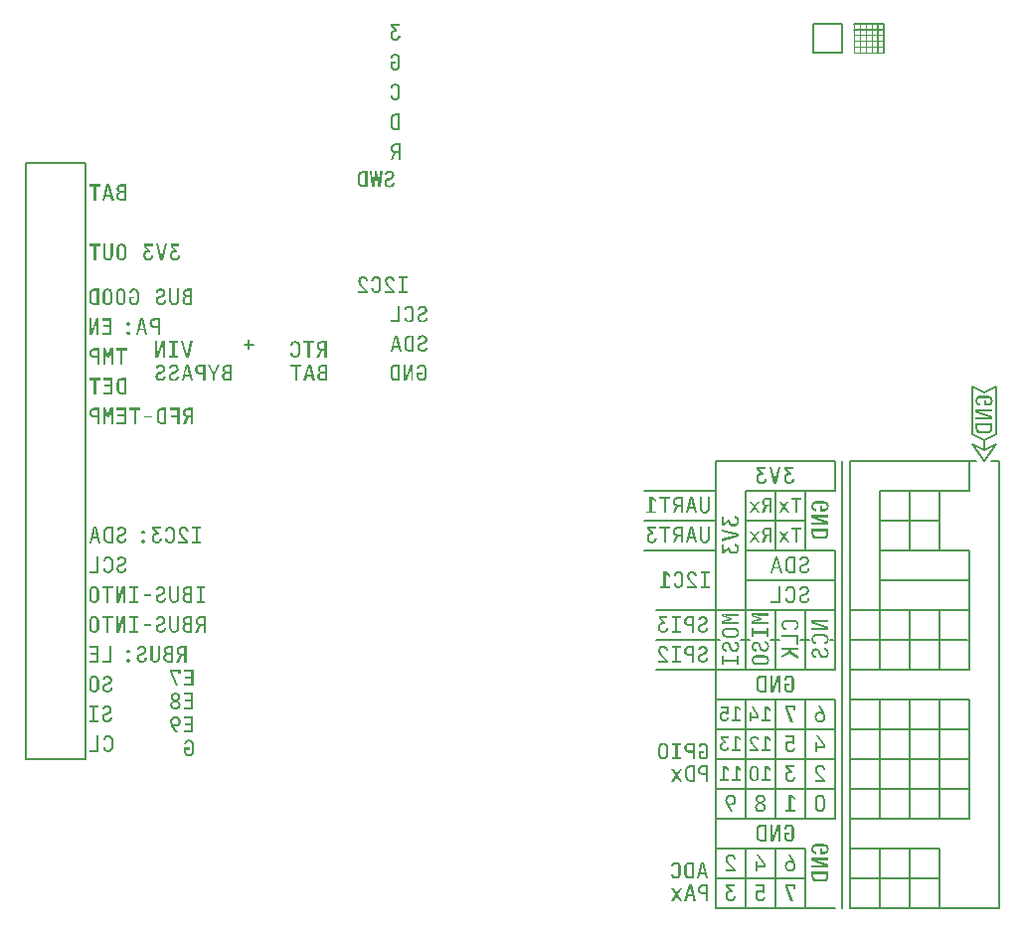
<source format=gbo>
%FSTAX23Y23*%
%MOIN*%
%SFA1B1*%

%IPPOS*%
%ADD10C,0.007874*%
%ADD11C,0.001969*%
%ADD12C,0.002953*%
%ADD13C,0.003937*%
%ADD14C,0.004921*%
%ADD15C,0.005905*%
%ADD16C,0.006890*%
%LNsysdev3-1*%
%LPD*%
G36*
X00993Y00401D02*
X00995Y00401D01*
X00997Y004*
X00999Y00399*
X01Y00399*
X01Y00399*
X01001Y00398*
X01001Y00398*
X01002Y00398*
X01002Y00397*
X01002Y00397*
X01002Y00397*
X01003Y00396*
X01004Y00395*
X01004Y00395*
X01005Y00394*
X01006Y00392*
X01006Y0039*
X01006Y00388*
X01006Y00388*
X01007Y00387*
X01007Y00386*
Y00386*
Y00386*
Y00386*
Y00361*
X01007Y0036*
X01006Y00359*
X01006Y00356*
X01005Y00354*
X01004Y00353*
X01004Y00352*
X01003Y00351*
X01003Y00351*
X01003Y0035*
X01002Y0035*
X01002Y0035*
X01002Y0035*
X01001Y00349*
X01Y00348*
X00998Y00347*
X00996Y00347*
X00994Y00346*
X00993Y00346*
X00992Y00346*
X00991*
X00991Y00346*
X0099*
X00989Y00346*
X00988Y00346*
X00985Y00346*
X00983Y00347*
X00981Y00348*
X00981Y00348*
X0098Y00348*
X0098Y00349*
X00979Y00349*
X00979Y00349*
X00979Y0035*
X00978Y0035*
X00978*
X00978Y00351*
X00977Y00352*
X00976Y00352*
X00976Y00353*
X00975Y00355*
X00974Y00357*
X00974Y00359*
X00974Y0036*
Y0036*
X00974Y00361*
Y00361*
Y00361*
Y00361*
X00981*
X00981Y0036*
X00982Y00358*
X00982Y00357*
X00982Y00356*
X00983Y00355*
X00983Y00355*
X00984Y00355*
X00984Y00354*
X00985Y00354*
X00986Y00353*
X00987Y00353*
X00988Y00352*
X00989Y00352*
X00989Y00352*
X0099*
X00992Y00352*
X00993Y00352*
X00994Y00353*
X00995Y00353*
X00996Y00354*
X00996Y00354*
X00997Y00354*
X00997Y00354*
X00998Y00355*
X00998Y00357*
X00999Y00358*
X00999Y00359*
X00999Y0036*
X00999Y00361*
Y00361*
Y00361*
Y00361*
Y00386*
X00999Y00387*
X00999Y00389*
X00999Y0039*
X00998Y00391*
X00998Y00391*
X00997Y00392*
X00997Y00392*
X00997Y00392*
X00996Y00393*
X00995Y00394*
X00994Y00394*
X00993Y00395*
X00992Y00395*
X00991Y00395*
X0099*
X00989Y00395*
X00987Y00395*
X00986Y00394*
X00985Y00394*
X00985Y00393*
X00984Y00393*
X00984Y00393*
X00984Y00392*
X00983Y00391*
X00982Y0039*
X00982Y00389*
X00982Y00388*
X00981Y00387*
X00981Y00386*
Y00386*
Y00386*
Y00386*
X00974*
X00974Y00387*
X00974Y00388*
X00975Y00391*
X00975Y00393*
X00976Y00394*
X00977Y00395*
X00977Y00396*
X00978Y00396*
X00978Y00397*
X00978Y00397*
X00978Y00397*
X00978Y00397*
X00979Y00398*
X0098Y00399*
X00982Y004*
X00984Y004*
X00986Y00401*
X00988Y00401*
X00988Y00401*
X00989*
X00989Y00401*
X00992*
X00993Y00401*
G37*
G36*
X01096Y00346D02*
X01088D01*
Y00369*
X0108*
X0107Y00346*
X01061*
X01073Y0037*
X01071Y00371*
X01069Y00371*
X01068Y00372*
X01067Y00373*
X01066Y00374*
X01066Y00375*
X01065Y00375*
X01065Y00375*
X01064Y00377*
X01063Y00379*
X01063Y0038*
X01063Y00382*
X01062Y00383*
X01062Y00384*
Y00384*
Y00385*
Y00385*
Y00385*
X01062Y00387*
X01063Y00388*
X01063Y0039*
X01063Y00391*
X01064Y00392*
X01064Y00393*
X01064Y00393*
X01064Y00393*
X01065Y00394*
X01066Y00396*
X01067Y00396*
X01068Y00397*
X01069Y00398*
X01069Y00398*
X0107Y00399*
X0107Y00399*
X01072Y00399*
X01073Y004*
X01074Y004*
X01076Y004*
X01077Y00401*
X01078Y00401*
X01096*
Y00346*
G37*
G36*
X01054Y00394D02*
X01039D01*
Y00346*
X01031*
Y00394*
X01017*
Y00401*
X01054*
Y00394*
G37*
G36*
X01098Y00268D02*
X01081D01*
X01079Y00268*
X01078Y00268*
X01076Y00268*
X01074Y00269*
X01072Y0027*
X01071Y0027*
X01071Y0027*
X0107Y00271*
X0107Y00271*
X01069Y00271*
X01069Y00271*
X01069Y00272*
X01069*
X01068Y00272*
X01067Y00273*
X01067Y00274*
X01066Y00275*
X01065Y00277*
X01065Y00279*
X01065Y0028*
X01064Y00281*
Y00282*
X01064Y00282*
Y00282*
Y00283*
Y00283*
X01064Y00285*
X01065Y00286*
X01065Y00288*
X01066Y00289*
X01066Y0029*
X01066Y00291*
X01067Y00291*
X01067Y00292*
X01068Y00293*
X01069Y00294*
X0107Y00295*
X01071Y00295*
X01072Y00296*
X01073Y00296*
X01074Y00296*
X01074Y00296*
X01074*
X01072Y00297*
X01071Y00297*
X0107Y00298*
X01069Y00299*
X01069Y00299*
X01068Y003*
X01068Y003*
X01068Y003*
X01067Y00302*
X01067Y00303*
X01066Y00304*
X01066Y00305*
X01066Y00306*
X01066Y00307*
Y00308*
Y00308*
Y00308*
X01066Y00309*
X01066Y0031*
X01066Y00312*
X01067Y00314*
X01068Y00316*
X01069Y00317*
X01069Y00318*
X0107Y00318*
X0107Y00318*
X0107*
X01072Y00319*
X01074Y0032*
X01076Y00321*
X01077Y00322*
X01079Y00322*
X0108Y00322*
X0108*
X01081Y00322*
X01098*
Y00268*
G37*
G36*
X01056D02*
X01048D01*
X01045Y00282*
X01029*
X01026Y00268*
X01018*
X01032Y00322*
X01042*
X01056Y00268*
G37*
G36*
X01011Y00315D02*
X00996D01*
Y00268*
X00989*
Y00315*
X00974*
Y00322*
X01011*
Y00315*
G37*
G36*
X00721Y00288D02*
Y00268D01*
X00714*
Y00288*
X00697Y00322*
X00705*
X00715Y003*
X00716Y00299*
X00716Y00298*
X00716Y00298*
X00716Y00297*
X00717Y00297*
Y00297*
X00717Y00296*
X00717Y00295*
X00717Y00295*
Y00295*
X00717Y00295*
X00718Y00296*
X00718Y00297*
X00718Y00297*
Y00297*
X00718Y00298*
X00719Y00299*
X00719Y003*
X00719Y003*
X00719Y003*
Y003*
X0073Y00322*
X00737*
X00721Y00288*
G37*
G36*
X00778Y00268D02*
X00761D01*
X0076Y00268*
X00758Y00268*
X00756Y00268*
X00754Y00269*
X00752Y0027*
X00752Y0027*
X00751Y0027*
X0075Y00271*
X0075Y00271*
X0075Y00271*
X00749Y00271*
X00749Y00272*
X00749*
X00748Y00272*
X00748Y00273*
X00747Y00274*
X00747Y00275*
X00746Y00277*
X00745Y00279*
X00745Y0028*
X00745Y00281*
Y00282*
X00745Y00282*
Y00282*
Y00283*
Y00283*
X00745Y00285*
X00745Y00286*
X00745Y00288*
X00746Y00289*
X00746Y0029*
X00747Y00291*
X00747Y00291*
X00747Y00292*
X00748Y00293*
X00749Y00294*
X00751Y00295*
X00752Y00295*
X00753Y00296*
X00753Y00296*
X00754Y00296*
X00754Y00296*
X00754*
X00753Y00297*
X00752Y00297*
X00751Y00298*
X0075Y00299*
X00749Y00299*
X00749Y003*
X00748Y003*
X00748Y003*
X00747Y00302*
X00747Y00303*
X00746Y00304*
X00746Y00305*
X00746Y00306*
X00746Y00307*
Y00308*
Y00308*
Y00308*
X00746Y00309*
X00746Y0031*
X00747Y00312*
X00747Y00314*
X00748Y00316*
X00749Y00317*
X0075Y00318*
X0075Y00318*
X0075Y00318*
X0075*
X00752Y00319*
X00754Y0032*
X00756Y00321*
X00758Y00322*
X00759Y00322*
X0076Y00322*
X00761*
X00761Y00322*
X00778*
Y00268*
G37*
G36*
X00689D02*
X00681D01*
Y0029*
X00671*
X00669Y0029*
X00667Y0029*
X00666Y0029*
X00664Y00291*
X00663Y00291*
X00662Y00291*
X00662Y00291*
X00662Y00292*
X0066Y00292*
X00659Y00293*
X00658Y00294*
X00657Y00295*
X00657Y00296*
X00656Y00297*
X00656Y00297*
X00656Y00297*
X00655Y00299*
X00655Y003*
X00654Y00301*
X00654Y00303*
X00654Y00304*
X00654Y00305*
Y00305*
Y00305*
Y00306*
Y00306*
X00654Y00307*
X00654Y00309*
X00654Y00311*
X00655Y00312*
X00655Y00313*
X00656Y00314*
X00656Y00314*
X00656Y00314*
X00657Y00316*
X00658Y00317*
X00659Y00318*
X0066Y00318*
X0066Y00319*
X00661Y0032*
X00662Y0032*
X00662Y0032*
X00663Y00321*
X00665Y00321*
X00666Y00321*
X00668Y00322*
X00669Y00322*
X0067Y00322*
X00689*
Y00268*
G37*
G36*
X00647D02*
X00639D01*
X00636Y00282*
X0062*
X00617Y00268*
X00609*
X00623Y00322*
X00633*
X00647Y00268*
G37*
G36*
X00585Y00323D02*
X00588Y00322D01*
X0059Y00321*
X00592Y00321*
X00592Y0032*
X00593Y0032*
X00593Y0032*
X00594Y00319*
X00594Y00319*
X00594Y00319*
X00595Y00319*
X00595Y00319*
X00595Y00318*
X00596Y00317*
X00597Y00315*
X00598Y00314*
X00598Y00312*
X00599Y0031*
X00599Y0031*
Y00309*
X00599Y00309*
Y00308*
Y00308*
Y00308*
X00599Y00306*
X00599Y00304*
X00598Y00303*
X00597Y00301*
X00597Y003*
X00596Y00299*
X00596Y00299*
X00596Y00299*
Y00299*
X00595Y00297*
X00593Y00296*
X00592Y00295*
X0059Y00294*
X00589Y00294*
X00588Y00293*
X00588Y00293*
X00587Y00293*
X00587Y00293*
X00587*
X00579Y0029*
X00578Y0029*
X00577Y0029*
X00577Y00289*
X00576Y00289*
X00575Y00288*
X00575Y00288*
X00575Y00287*
X00575Y00287*
X00574Y00286*
X00574Y00285*
X00574Y00285*
X00573Y00284*
X00573Y00283*
X00573Y00282*
Y00282*
Y00282*
X00573Y00281*
X00574Y00279*
X00574Y00278*
X00574Y00277*
X00575Y00277*
X00575Y00276*
X00576Y00276*
X00576Y00276*
X00577Y00275*
X00578Y00274*
X00579Y00274*
X0058Y00274*
X00581Y00273*
X00582Y00273*
X00583*
X00585Y00273*
X00586Y00274*
X00587Y00274*
X00588Y00275*
X00589Y00275*
X0059Y00275*
X0059Y00276*
X0059Y00276*
X00591Y00277*
X00592Y00278*
X00592Y00279*
X00593Y0028*
X00593Y00281*
X00593Y00281*
X00593Y00282*
Y00282*
X00601*
X006Y0028*
X006Y00279*
X006Y00277*
X00599Y00276*
X00599Y00275*
X00599Y00275*
X00598Y00274*
X00598Y00274*
X00597Y00273*
X00596Y00272*
X00595Y00271*
X00594Y0027*
X00594Y00269*
X00593Y00269*
X00592Y00269*
X00592Y00269*
X00591Y00268*
X00589Y00268*
X00588Y00267*
X00586Y00267*
X00585Y00267*
X00584Y00267*
X00583*
X00581Y00267*
X00579Y00267*
X00578Y00267*
X00577Y00268*
X00575Y00268*
X00575Y00268*
X00574Y00269*
X00574Y00269*
X00573Y00269*
X00571Y0027*
X0057Y00271*
X0057Y00272*
X00569Y00273*
X00568Y00273*
X00568Y00274*
X00568Y00274*
X00567Y00275*
X00567Y00277*
X00566Y00278*
X00566Y00279*
X00566Y0028*
X00566Y00281*
Y00282*
Y00282*
Y00282*
Y00282*
X00566Y00284*
X00566Y00286*
X00567Y00288*
X00567Y00289*
X00568Y0029*
X00569Y00291*
X00569Y00292*
X00569Y00292*
Y00292*
X0057Y00293*
X00572Y00295*
X00573Y00296*
X00575Y00296*
X00576Y00297*
X00577Y00297*
X00577Y00298*
X00577Y00298*
X00578Y00298*
X00578*
X00585Y003*
X00587Y00301*
X00587Y00301*
X00588Y00302*
X00589Y00302*
X00589Y00302*
X0059Y00303*
X0059Y00303*
X0059Y00303*
X00591Y00304*
X00591Y00305*
X00591Y00306*
X00592Y00306*
X00592Y00307*
X00592Y00308*
Y00308*
Y00308*
X00592Y00309*
X00591Y00311*
X00591Y00312*
X00591Y00312*
X0059Y00313*
X0059Y00314*
X00589Y00314*
X00589Y00314*
X00588Y00315*
X00587Y00315*
X00586Y00316*
X00585Y00316*
X00584Y00316*
X00583Y00316*
X00583*
X00581Y00316*
X0058Y00316*
X00579Y00316*
X00578Y00315*
X00577Y00315*
X00577Y00314*
X00577Y00314*
X00576Y00314*
X00576Y00313*
X00575Y00312*
X00575Y00311*
X00574Y0031*
X00574Y00309*
X00574Y00309*
Y00308*
Y00308*
X00567*
X00567Y00309*
X00567Y0031*
X00567Y00312*
X00568Y00314*
X00569Y00316*
X0057Y00317*
X0057Y00318*
X00571Y00319*
X00571Y00319*
X00571*
X00572Y00319*
X00573Y0032*
X00575Y00321*
X00577Y00322*
X00579Y00322*
X0058Y00323*
X00581Y00323*
X00582*
X00582Y00323*
X00584*
X00585Y00323*
G37*
G36*
X00541D02*
X00543Y00322D01*
X00545Y00321*
X00547Y00321*
X00548Y0032*
X00548Y0032*
X00549Y0032*
X00549Y00319*
X00549Y00319*
X0055Y00319*
X0055Y00319*
X0055Y00319*
X00551Y00318*
X00551Y00317*
X00552Y00315*
X00553Y00314*
X00554Y00312*
X00554Y0031*
X00554Y0031*
Y00309*
X00554Y00309*
Y00308*
Y00308*
Y00308*
X00554Y00306*
X00554Y00304*
X00553Y00303*
X00553Y00301*
X00552Y003*
X00552Y00299*
X00551Y00299*
X00551Y00299*
Y00299*
X0055Y00297*
X00548Y00296*
X00547Y00295*
X00546Y00294*
X00544Y00294*
X00543Y00293*
X00543Y00293*
X00543Y00293*
X00542Y00293*
X00542*
X00535Y0029*
X00534Y0029*
X00533Y0029*
X00532Y00289*
X00531Y00289*
X00531Y00288*
X0053Y00288*
X0053Y00287*
X0053Y00287*
X0053Y00286*
X00529Y00285*
X00529Y00285*
X00529Y00284*
X00529Y00283*
X00528Y00282*
Y00282*
Y00282*
X00529Y00281*
X00529Y00279*
X00529Y00278*
X0053Y00277*
X0053Y00277*
X00531Y00276*
X00531Y00276*
X00531Y00276*
X00532Y00275*
X00533Y00274*
X00534Y00274*
X00536Y00274*
X00537Y00273*
X00537Y00273*
X00538*
X0054Y00273*
X00541Y00274*
X00543Y00274*
X00544Y00275*
X00544Y00275*
X00545Y00275*
X00546Y00276*
X00546Y00276*
X00547Y00277*
X00547Y00278*
X00548Y00279*
X00548Y0028*
X00548Y00281*
X00548Y00281*
X00548Y00282*
Y00282*
X00556*
X00556Y0028*
X00555Y00279*
X00555Y00277*
X00555Y00276*
X00554Y00275*
X00554Y00275*
X00554Y00274*
X00554Y00274*
X00553Y00273*
X00552Y00272*
X00551Y00271*
X0055Y0027*
X00549Y00269*
X00548Y00269*
X00548Y00269*
X00547Y00269*
X00546Y00268*
X00544Y00268*
X00543Y00267*
X00541Y00267*
X0054Y00267*
X00539Y00267*
X00538*
X00536Y00267*
X00535Y00267*
X00533Y00267*
X00532Y00268*
X00531Y00268*
X0053Y00268*
X00529Y00269*
X00529Y00269*
X00528Y00269*
X00527Y0027*
X00526Y00271*
X00525Y00272*
X00524Y00273*
X00524Y00273*
X00523Y00274*
X00523Y00274*
X00523Y00275*
X00522Y00277*
X00522Y00278*
X00521Y00279*
X00521Y0028*
X00521Y00281*
Y00282*
Y00282*
Y00282*
Y00282*
X00521Y00284*
X00522Y00286*
X00522Y00288*
X00523Y00289*
X00523Y0029*
X00524Y00291*
X00524Y00292*
X00524Y00292*
Y00292*
X00526Y00293*
X00527Y00295*
X00528Y00296*
X0053Y00296*
X00531Y00297*
X00532Y00297*
X00532Y00298*
X00533Y00298*
X00533Y00298*
X00533*
X00541Y003*
X00542Y00301*
X00543Y00301*
X00544Y00302*
X00544Y00302*
X00545Y00302*
X00545Y00303*
X00545Y00303*
X00545Y00303*
X00546Y00304*
X00546Y00305*
X00547Y00306*
X00547Y00306*
X00547Y00307*
X00547Y00308*
Y00308*
Y00308*
X00547Y00309*
X00547Y00311*
X00546Y00312*
X00546Y00312*
X00545Y00313*
X00545Y00314*
X00545Y00314*
X00545Y00314*
X00544Y00315*
X00543Y00315*
X00541Y00316*
X0054Y00316*
X0054Y00316*
X00539Y00316*
X00538*
X00537Y00316*
X00535Y00316*
X00534Y00316*
X00533Y00315*
X00533Y00315*
X00532Y00314*
X00532Y00314*
X00532Y00314*
X00531Y00313*
X0053Y00312*
X0053Y00311*
X0053Y0031*
X00529Y00309*
X00529Y00309*
Y00308*
Y00308*
X00522*
X00522Y00309*
X00522Y0031*
X00523Y00312*
X00523Y00314*
X00524Y00316*
X00525Y00317*
X00526Y00318*
X00526Y00319*
X00526Y00319*
X00526*
X00527Y00319*
X00528Y0032*
X0053Y00321*
X00532Y00322*
X00534Y00322*
X00536Y00323*
X00536Y00323*
X00537*
X00537Y00323*
X00539*
X00541Y00323*
G37*
G36*
X00553Y00346D02*
X00546D01*
Y00376*
Y00378*
X00546Y00379*
Y0038*
Y0038*
X00546Y00381*
Y00381*
Y00382*
X00546Y00384*
Y00385*
X00547Y00386*
Y00386*
X00547Y00387*
Y00387*
Y00387*
Y00388*
X00547Y00389*
Y0039*
Y00391*
X00547Y00391*
Y00392*
Y00392*
Y00392*
X00531Y00346*
X00521*
Y00401*
X00528*
Y00371*
Y00369*
Y00368*
X00528Y00367*
Y00367*
Y00366*
Y00366*
Y00366*
X00528Y00363*
Y00362*
X00528Y00361*
Y00361*
X00528Y0036*
Y0036*
Y0036*
X00528Y00359*
X00528Y00358*
Y00357*
X00528Y00356*
X00527Y00356*
X00527Y00355*
Y00355*
Y00355*
X00544Y00401*
X00553*
Y00346*
G37*
G36*
X00632D02*
X00622D01*
X00608Y00401*
X00615*
X00624Y00364*
X00625Y00362*
X00625Y0036*
X00625Y00359*
X00625Y00359*
X00625Y00358*
X00626Y00358*
Y00357*
X00626Y00356*
X00626Y00355*
X00626Y00354*
X00626Y00354*
X00626Y00353*
X00626Y00353*
Y00352*
Y00352*
X00627Y00353*
X00627Y00354*
X00627Y00355*
X00627Y00356*
X00627Y00357*
X00627Y00357*
Y00357*
X00628Y0036*
X00628Y00361*
X00628Y00362*
X00629Y00363*
X00629Y00363*
X00629Y00364*
Y00364*
X00638Y00401*
X00646*
X00632Y00346*
G37*
G36*
X00597Y00394D02*
X00586D01*
Y00353*
X00597*
Y00346*
X00567*
Y00353*
X00578*
Y00394*
X00567*
Y00401*
X00597*
Y00394*
G37*
G36*
X00606Y-00716D02*
X00598D01*
Y-00707*
X00578*
X00598Y-00755*
X00589*
X0057Y-00707*
Y-00701*
X00606*
Y-00716*
G37*
G36*
X00649Y-00755D02*
X00617D01*
Y-00748*
X00641*
Y-0073*
X0062*
Y-00724*
X00641*
Y-00707*
X00617*
Y-00701*
X00649*
Y-00755*
G37*
G36*
X00648Y-00834D02*
X00616D01*
Y-00827*
X00641*
Y-00809*
X00619*
Y-00802*
X00641*
Y-00786*
X00616*
Y-00779*
X00648*
Y-00834*
G37*
G36*
X0059Y-00779D02*
X00591Y-00779D01*
X00593Y-00779*
X00594Y-0078*
X00595Y-0078*
X00596Y-0078*
X00596Y-0078*
X00597Y-0078*
X00598Y-00781*
X00599Y-00782*
X006Y-00783*
X00601Y-00784*
X00602Y-00784*
X00602Y-00785*
X00602Y-00785*
X00602Y-00785*
X00603Y-00787*
X00604Y-00788*
X00604Y-00789*
X00604Y-0079*
X00604Y-00791*
X00605Y-00792*
Y-00792*
Y-00793*
Y-00793*
X00604Y-00794*
X00604Y-00795*
X00604Y-00797*
X00603Y-00798*
X00603Y-00799*
X00603Y-00799*
X00602Y-008*
X00602Y-008*
X00601Y-00801*
X006Y-00802*
X00599Y-00803*
X00598Y-00804*
X00597Y-00805*
X00596Y-00805*
X00595Y-00805*
X00595Y-00805*
X00595*
X00597Y-00806*
X00598Y-00807*
X006Y-00808*
X00601Y-00809*
X00602Y-0081*
X00602Y-00811*
X00603Y-00811*
X00603Y-00812*
Y-00812*
X00604Y-00813*
X00605Y-00815*
X00605Y-00816*
X00605Y-00817*
X00606Y-00819*
X00606Y-00819*
X00606Y-0082*
Y-0082*
Y-0082*
Y-0082*
X00606Y-00822*
X00605Y-00823*
X00605Y-00824*
X00605Y-00826*
X00604Y-00826*
X00604Y-00827*
X00604Y-00828*
X00604Y-00828*
X00603Y-00829*
X00602Y-0083*
X00601Y-00831*
X006Y-00831*
X00599Y-00832*
X00598Y-00832*
X00598Y-00833*
X00597Y-00833*
X00596Y-00833*
X00594Y-00834*
X00593Y-00834*
X00591Y-00834*
X0059Y-00834*
X00589Y-00835*
X00588*
X00586Y-00834*
X00584Y-00834*
X00583Y-00834*
X00581Y-00834*
X0058Y-00833*
X00579Y-00833*
X00579Y-00833*
X00579Y-00833*
X00577Y-00832*
X00576Y-00831*
X00575Y-0083*
X00574Y-0083*
X00573Y-00829*
X00573Y-00828*
X00573Y-00828*
X00573Y-00828*
X00572Y-00826*
X00571Y-00825*
X00571Y-00824*
X00571Y-00823*
X0057Y-00822*
X0057Y-00821*
Y-0082*
Y-0082*
Y-0082*
X0057Y-00818*
X00571Y-00817*
X00571Y-00815*
X00572Y-00814*
X00572Y-00813*
X00573Y-00812*
X00573Y-00812*
X00573Y-00812*
X00574Y-0081*
X00576Y-00809*
X00577Y-00808*
X00578Y-00807*
X00579Y-00806*
X0058Y-00806*
X00581Y-00806*
X00581Y-00806*
X00581Y-00805*
X00581*
X00579Y-00805*
X00578Y-00804*
X00577Y-00803*
X00576Y-00802*
X00575Y-00801*
X00574Y-008*
X00574Y-008*
X00574Y-008*
X00573Y-00799*
X00573Y-00797*
X00572Y-00796*
X00572Y-00795*
X00572Y-00794*
X00572Y-00793*
Y-00793*
Y-00793*
X00572Y-00791*
X00572Y-0079*
X00572Y-00789*
X00573Y-00788*
X00573Y-00787*
X00573Y-00786*
X00574Y-00786*
X00574Y-00785*
X00575Y-00784*
X00576Y-00783*
X00576Y-00782*
X00577Y-00782*
X00578Y-00781*
X00579Y-00781*
X00579Y-00781*
X0058Y-0078*
X00581Y-0078*
X00582Y-00779*
X00584Y-00779*
X00585Y-00779*
X00586Y-00779*
X00587Y-00779*
X00588*
X0059Y-00779*
G37*
G36*
X0059Y-00858D02*
X00592Y-00858D01*
X00594Y-00858*
X00595Y-00859*
X00596Y-00859*
X00597Y-0086*
X00597Y-0086*
X00597Y-0086*
X00598*
X00599Y-00861*
X006Y-00862*
X00601Y-00863*
X00602Y-00864*
X00603Y-00865*
X00603Y-00866*
X00604Y-00866*
X00604Y-00866*
Y-00866*
X00605Y-00868*
X00605Y-00869*
X00605Y-00871*
X00606Y-00872*
X00606Y-00874*
X00606Y-00875*
Y-00875*
Y-00875*
Y-00875*
Y-00875*
X00606Y-00877*
X00606Y-00879*
X00605Y-0088*
X00605Y-00882*
X00605Y-00883*
X00604Y-00884*
X00604Y-00884*
X00604Y-00884*
X00603Y-00885*
X00603Y-00887*
X00602Y-00888*
X00601Y-00888*
X006Y-00889*
X00599Y-0089*
X00599Y-0089*
X00599Y-0089*
X00598Y-00891*
X00596Y-00891*
X00595Y-00892*
X00594Y-00892*
X00593Y-00892*
X00592Y-00892*
X00591*
X0059Y-00892*
X00589Y-00892*
X00588Y-00892*
X00587Y-00891*
X00586Y-00891*
X00586Y-00891*
X00586Y-00891*
X00585Y-00891*
X00585Y-0089*
X00584Y-0089*
X00583Y-00889*
X00583Y-00889*
X00582Y-00888*
X00582Y-00888*
X00582Y-00888*
X00582Y-00888*
X00581Y-00888*
X00596Y-00913*
X00588*
X00575Y-00891*
X00575Y-00889*
X00574Y-00888*
X00573Y-00886*
X00573Y-00885*
X00572Y-00884*
X00572Y-00883*
X00572Y-00883*
X00572Y-00883*
X00571Y-00881*
X00571Y-0088*
X00571Y-00879*
X00571Y-00878*
X0057Y-00877*
X0057Y-00876*
Y-00875*
Y-00875*
X0057Y-00873*
X00571Y-00872*
X00571Y-0087*
X00571Y-00869*
X00572Y-00868*
X00572Y-00867*
X00573Y-00866*
X00573Y-00866*
X00574Y-00865*
X00575Y-00864*
X00576Y-00862*
X00577Y-00862*
X00577Y-00861*
X00578Y-0086*
X00579Y-0086*
X00579Y-0086*
X00579*
X0058Y-00859*
X00582Y-00859*
X00584Y-00858*
X00585Y-00858*
X00586Y-00858*
X00587Y-00858*
X00588*
X0059Y-00858*
G37*
G36*
X00648Y-00913D02*
X00616D01*
Y-00906*
X00641*
Y-00888*
X00619*
Y-00881*
X00641*
Y-00865*
X00616*
Y-00858*
X00648*
Y-00913*
G37*
G36*
X00637Y-00936D02*
X00639Y-00937D01*
X00641Y-00938*
X00643Y-00938*
X00643Y-00939*
X00644Y-00939*
X00645Y-00939*
X00645Y-0094*
X00645Y-0094*
X00646Y-0094*
X00646Y-0094*
X00646Y-0094*
X00647Y-00941*
X00647Y-00942*
X00648Y-00943*
X00648Y-00944*
X00649Y-00946*
X0065Y-00948*
X0065Y-00949*
X0065Y-0095*
X0065Y-00951*
X0065Y-00951*
Y-00952*
Y-00952*
Y-00952*
Y-00976*
X0065Y-00978*
X0065Y-00979*
X0065Y-00981*
X00649Y-00983*
X00648Y-00985*
X00647Y-00986*
X00647Y-00987*
X00647Y-00987*
X00646Y-00987*
X00646Y-00988*
X00646Y-00988*
X00646Y-00988*
X00645Y-00989*
X00644Y-00989*
X00642Y-0099*
X0064Y-00991*
X00638Y-00991*
X00636Y-00992*
X00636Y-00992*
X00635*
X00635Y-00992*
X00634*
X00633Y-00992*
X00631Y-00992*
X00629Y-00991*
X00627Y-00991*
X00625Y-0099*
X00624Y-0099*
X00624Y-00989*
X00623Y-00989*
X00623Y-00988*
X00623Y-00988*
X00622Y-00988*
X00622Y-00988*
X00622*
X00621Y-00987*
X00621Y-00986*
X0062Y-00985*
X0062Y-00984*
X00619Y-00982*
X00618Y-0098*
X00618Y-00979*
X00618Y-00978*
Y-00977*
X00618Y-00977*
Y-00977*
Y-00976*
Y-00976*
Y-00963*
X00636*
Y-0097*
X00625*
Y-00976*
X00625Y-00978*
X00625Y-00979*
X00626Y-0098*
X00626Y-00981*
X00627Y-00982*
X00627Y-00983*
X00627Y-00983*
X00627Y-00983*
X00628Y-00984*
X00629Y-00985*
X0063Y-00985*
X00632Y-00985*
X00632Y-00985*
X00633Y-00986*
X00634*
X00635Y-00985*
X00637Y-00985*
X00638Y-00985*
X00639Y-00984*
X0064Y-00984*
X0064Y-00984*
X0064Y-00983*
X00641Y-00983*
X00641Y-00982*
X00642Y-00981*
X00642Y-0098*
X00643Y-00979*
X00643Y-00978*
X00643Y-00977*
Y-00976*
Y-00976*
Y-00976*
Y-00952*
X00643Y-0095*
X00643Y-00949*
X00642Y-00948*
X00642Y-00947*
X00641Y-00946*
X00641Y-00946*
X00641Y-00945*
X00641Y-00945*
X0064Y-00944*
X00638Y-00944*
X00637Y-00943*
X00636Y-00943*
X00635Y-00943*
X00635Y-00943*
X00634*
X00632Y-00943*
X00631Y-00943*
X0063Y-00944*
X00629Y-00944*
X00628Y-00944*
X00628Y-00945*
X00627Y-00945*
X00627Y-00945*
X00627Y-00946*
X00626Y-00947*
X00626Y-00948*
X00625Y-00949*
X00625Y-0095*
X00625Y-00951*
Y-00952*
Y-00952*
Y-00952*
X00618*
X00618Y-00951*
X00618Y-00949*
X00618Y-00947*
X00619Y-00945*
X0062Y-00943*
X00621Y-00942*
X00621Y-00942*
X00621Y-00941*
X00622Y-00941*
X00622Y-00941*
X00622Y-00941*
X00622Y-0094*
X00623Y-0094*
X00624Y-00939*
X00626Y-00938*
X00628Y-00937*
X0063Y-00937*
X00631Y-00936*
X00632Y-00936*
X00633*
X00633Y-00936*
X00635*
X00637Y-00936*
G37*
G36*
X01276Y00917D02*
X01267D01*
X01262Y00957*
X01262Y00959*
X01262Y0096*
X01262Y00961*
Y00961*
X01262Y00962*
Y00962*
Y00962*
X01262Y00963*
X01261Y00964*
X01261Y00965*
X01261Y00965*
X01261Y00966*
X01261Y00966*
Y00966*
X01261Y00965*
X01261Y00964*
Y00963*
X01261Y00963*
Y00962*
Y00962*
X01261Y00961*
X01261Y0096*
X0126Y00959*
X0126Y00958*
X0126Y00958*
Y00957*
Y00957*
X01256Y00917*
X01247*
X01241Y00972*
X01247*
X01251Y00932*
X01251Y0093*
X01251Y00929*
X01251Y00928*
Y00928*
X01252Y00927*
Y00927*
Y00927*
X01252Y00926*
Y00925*
X01252Y00924*
X01252Y00924*
Y00923*
X01252Y00923*
Y00922*
Y00922*
X01252Y00924*
X01252Y00925*
X01252Y00926*
Y00926*
X01252Y00927*
Y00927*
X01253Y00929*
X01253Y0093*
Y0093*
X01253Y00931*
X01253Y00931*
Y00932*
Y00932*
X01257Y00972*
X01265*
X0127Y00932*
X0127Y0093*
X0127Y00929*
X0127Y00928*
X0127Y00928*
Y00927*
X0127Y00927*
Y00927*
X0127Y00926*
Y00925*
X0127Y00924*
X0127Y00924*
Y00923*
X01271Y00923*
Y00922*
Y00922*
X01271Y00924*
X01271Y00925*
Y00926*
X01271Y00926*
Y00927*
Y00927*
X01271Y00929*
X01271Y0093*
X01271Y0093*
Y00931*
X01271Y00931*
Y00932*
Y00932*
X01275Y00972*
X01282*
X01276Y00917*
G37*
G36*
X01232D02*
X01218D01*
X01216Y00917*
X01214Y00917*
X01212Y00918*
X01211Y00918*
X0121Y00919*
X01209Y00919*
X01209Y00919*
X01208Y00919*
X01207Y0092*
X01206Y00921*
X01205Y00922*
X01204Y00923*
X01203Y00924*
X01203Y00924*
X01203Y00925*
X01202Y00925*
X01202Y00926*
X01201Y00928*
X01201Y00929*
X01201Y00931*
X012Y00932*
X012Y00933*
Y00933*
Y00933*
Y00934*
Y00934*
Y00955*
X012Y00957*
X01201Y00959*
X01201Y0096*
X01201Y00961*
X01202Y00962*
X01202Y00963*
X01202Y00964*
X01202Y00964*
X01203Y00965*
X01204Y00966*
X01205Y00967*
X01206Y00968*
X01207Y00969*
X01208Y00969*
X01208Y00969*
X01208Y00969*
X01208*
X0121Y0097*
X01212Y00971*
X01213Y00971*
X01215Y00971*
X01216Y00971*
X01217Y00972*
X01232*
Y00917*
G37*
G36*
X01308Y00972D02*
X01311Y00972D01*
X01313Y00971*
X01314Y0097*
X01315Y0097*
X01316Y0097*
X01316Y00969*
X01317Y00969*
X01317Y00969*
X01317Y00968*
X01317Y00968*
X01317Y00968*
X01318Y00967*
X01319Y00967*
X0132Y00965*
X01321Y00963*
X01321Y00961*
X01322Y0096*
X01322Y00959*
Y00959*
X01322Y00958*
Y00958*
Y00958*
Y00958*
X01322Y00956*
X01321Y00954*
X01321Y00952*
X0132Y00951*
X0132Y0095*
X01319Y00949*
X01319Y00948*
X01319Y00948*
Y00948*
X01317Y00947*
X01316Y00946*
X01315Y00945*
X01313Y00944*
X01312Y00943*
X01311Y00943*
X0131Y00943*
X0131Y00943*
X0131Y00942*
X0131*
X01302Y0094*
X01301Y0094*
X013Y00939*
X01299Y00939*
X01299Y00938*
X01298Y00938*
X01298Y00937*
X01298Y00937*
X01298Y00937*
X01297Y00936*
X01297Y00935*
X01296Y00934*
X01296Y00933*
X01296Y00933*
X01296Y00932*
Y00932*
Y00931*
X01296Y0093*
X01296Y00929*
X01297Y00928*
X01297Y00927*
X01298Y00926*
X01298Y00926*
X01298Y00925*
X01299Y00925*
X013Y00924*
X01301Y00924*
X01302Y00923*
X01303Y00923*
X01304Y00923*
X01305Y00923*
X01306*
X01307Y00923*
X01309Y00923*
X0131Y00924*
X01311Y00924*
X01312Y00925*
X01313Y00925*
X01313Y00925*
X01313Y00925*
X01314Y00926*
X01315Y00927*
X01315Y00928*
X01316Y00929*
X01316Y0093*
X01316Y00931*
X01316Y00931*
Y00931*
X01323*
X01323Y0093*
X01323Y00928*
X01323Y00927*
X01322Y00926*
X01322Y00925*
X01321Y00924*
X01321Y00924*
X01321Y00923*
X0132Y00922*
X01319Y00921*
X01318Y0092*
X01317Y0092*
X01316Y00919*
X01316Y00919*
X01315Y00918*
X01315Y00918*
X01313Y00918*
X01312Y00917*
X0131Y00917*
X01309Y00917*
X01308Y00917*
X01307Y00916*
X01306*
X01304Y00917*
X01302Y00917*
X01301Y00917*
X01299Y00917*
X01298Y00918*
X01297Y00918*
X01297Y00918*
X01297Y00918*
X01295Y00919*
X01294Y0092*
X01293Y00921*
X01292Y00922*
X01292Y00922*
X01291Y00923*
X01291Y00923*
X01291Y00923*
X0129Y00925*
X0129Y00926*
X01289Y00928*
X01289Y00929*
X01289Y0093*
X01289Y00931*
Y00931*
Y00931*
Y00931*
Y00932*
X01289Y00934*
X01289Y00936*
X0129Y00937*
X0129Y00939*
X01291Y0094*
X01291Y00941*
X01292Y00941*
X01292Y00941*
Y00941*
X01293Y00943*
X01294Y00944*
X01296Y00945*
X01297Y00946*
X01298Y00947*
X01299Y00947*
X013Y00947*
X013Y00947*
X013Y00947*
X013*
X01308Y0095*
X01309Y0095*
X0131Y00951*
X01311Y00951*
X01312Y00952*
X01312Y00952*
X01313Y00952*
X01313Y00953*
X01313Y00953*
X01314Y00954*
X01314Y00954*
X01314Y00955*
X01314Y00956*
X01315Y00957*
X01315Y00957*
Y00958*
Y00958*
X01315Y00959*
X01314Y0096*
X01314Y00961*
X01313Y00962*
X01313Y00963*
X01313Y00963*
X01312Y00963*
X01312Y00964*
X01311Y00964*
X0131Y00965*
X01309Y00965*
X01308Y00966*
X01307Y00966*
X01306Y00966*
X01306*
X01304Y00966*
X01303Y00965*
X01302Y00965*
X01301Y00965*
X013Y00964*
X013Y00964*
X01299Y00964*
X01299Y00964*
X01298Y00963*
X01298Y00962*
X01297Y00961*
X01297Y0096*
X01297Y00959*
X01297Y00958*
Y00958*
Y00958*
X01289*
X01289Y00959*
X0129Y0096*
X0129Y00962*
X01291Y00964*
X01292Y00965*
X01292Y00967*
X01293Y00968*
X01294Y00968*
X01294Y00968*
X01294*
X01295Y00969*
X01296Y0097*
X01297Y00971*
X01299Y00971*
X01301Y00972*
X01303Y00972*
X01304Y00972*
X01304*
X01305Y00972*
X01307*
X01308Y00972*
G37*
G36*
X01343Y01009D02*
X01336D01*
Y01032*
X01327*
X01317Y01009*
X01309*
X0132Y01033*
X01318Y01034*
X01317Y01034*
X01315Y01035*
X01314Y01036*
X01313Y01037*
X01313Y01038*
X01312Y01038*
X01312Y01038*
X01311Y0104*
X0131Y01042*
X0131Y01043*
X0131Y01045*
X01309Y01046*
X01309Y01047*
Y01047*
Y01048*
Y01048*
Y01048*
X01309Y0105*
X0131Y01051*
X0131Y01053*
X0131Y01054*
X01311Y01055*
X01311Y01056*
X01311Y01056*
X01311Y01056*
X01312Y01057*
X01313Y01059*
X01314Y01059*
X01315Y0106*
X01316Y01061*
X01317Y01061*
X01317Y01062*
X01317Y01062*
X01319Y01062*
X0132Y01063*
X01322Y01063*
X01323Y01063*
X01324Y01064*
X01325Y01064*
X01343*
Y01009*
G37*
G36*
X01309Y00618D02*
X0131Y00618D01*
X01312Y00617*
X01314Y00617*
X01316Y00616*
X01317Y00615*
X01317Y00615*
X01318Y00615*
X01318Y00614*
X01319Y00614*
X01319Y00614*
X01319Y00614*
X01319Y00614*
X0132Y00613*
X01321Y00612*
X01322Y0061*
X01323Y00608*
X01323Y00606*
X01324Y00604*
X01324Y00604*
X01324Y00603*
Y00602*
X01324Y00602*
Y00602*
Y00602*
X01317*
X01316Y00603*
X01316Y00605*
X01316Y00606*
X01315Y00607*
X01315Y00608*
X01314Y00608*
X01314Y00609*
X01314Y00609*
X01313Y0061*
X01312Y0061*
X01311Y00611*
X0131Y00611*
X01309Y00611*
X01308Y00611*
X01307*
X01306Y00611*
X01304Y00611*
X01303Y00611*
X01302Y0061*
X01301Y0061*
X01301Y00609*
X013Y00609*
X013Y00609*
X013Y00608*
X01299Y00607*
X01299Y00606*
X01298Y00604*
X01298Y00603*
X01298Y00603*
Y00602*
Y00602*
Y00602*
X01298Y00601*
X01298Y006*
X01298Y00599*
X01299Y00598*
X01299Y00597*
X01299Y00596*
X01299Y00596*
X013Y00596*
X013Y00595*
X01301Y00593*
X01302Y00592*
X01303Y00591*
X01304Y0059*
X01304Y0059*
X01305Y00589*
X01305Y00589*
X01322Y0057*
Y00563*
X0129*
Y0057*
X01314*
X013Y00584*
X01298Y00586*
X01297Y00588*
X01296Y0059*
X01295Y00591*
X01294Y00592*
X01293Y00593*
X01293Y00594*
X01293Y00594*
X01292Y00595*
X01292Y00597*
X01291Y00598*
X01291Y006*
X01291Y00601*
X01291Y00601*
Y00602*
Y00602*
X01291Y00603*
X01291Y00605*
X01291Y00607*
X01292Y00609*
X01293Y00611*
X01294Y00612*
X01294Y00613*
X01294Y00613*
X01295Y00613*
X01295Y00614*
X01295Y00614*
X01295Y00614*
X01296Y00614*
X01297Y00615*
X01299Y00616*
X01301Y00617*
X01303Y00617*
X01305Y00618*
X01305Y00618*
X01306*
X01306Y00618*
X01307*
X01309Y00618*
G37*
G36*
X01219D02*
X0122Y00618D01*
X01223Y00617*
X01225Y00617*
X01227Y00616*
X01227Y00615*
X01228Y00615*
X01229Y00615*
X01229Y00614*
X01229Y00614*
X0123Y00614*
X0123Y00614*
X0123Y00614*
X01231Y00613*
X01231Y00612*
X01232Y0061*
X01233Y00608*
X01234Y00606*
X01234Y00604*
X01234Y00604*
X01234Y00603*
Y00602*
X01234Y00602*
Y00602*
Y00602*
X01227*
X01227Y00603*
X01227Y00605*
X01226Y00606*
X01226Y00607*
X01225Y00608*
X01225Y00608*
X01225Y00609*
X01225Y00609*
X01224Y0061*
X01222Y0061*
X01221Y00611*
X0122Y00611*
X01219Y00611*
X01218Y00611*
X01218*
X01216Y00611*
X01215Y00611*
X01214Y00611*
X01213Y0061*
X01212Y0061*
X01211Y00609*
X01211Y00609*
X01211Y00609*
X0121Y00608*
X01209Y00607*
X01209Y00606*
X01209Y00604*
X01209Y00603*
X01208Y00603*
Y00602*
Y00602*
Y00602*
X01209Y00601*
X01209Y006*
X01209Y00599*
X01209Y00598*
X0121Y00597*
X0121Y00596*
X0121Y00596*
X0121Y00596*
X01211Y00595*
X01212Y00593*
X01212Y00592*
X01213Y00591*
X01214Y0059*
X01215Y0059*
X01215Y00589*
X01215Y00589*
X01233Y0057*
Y00563*
X012*
Y0057*
X01224*
X01211Y00584*
X01209Y00586*
X01207Y00588*
X01206Y0059*
X01205Y00591*
X01204Y00592*
X01204Y00593*
X01203Y00594*
X01203Y00594*
X01203Y00595*
X01202Y00597*
X01202Y00598*
X01201Y006*
X01201Y00601*
X01201Y00601*
Y00602*
Y00602*
X01201Y00603*
X01201Y00605*
X01202Y00607*
X01202Y00609*
X01203Y00611*
X01204Y00612*
X01205Y00613*
X01205Y00613*
X01205Y00613*
X01205Y00614*
X01205Y00614*
X01206Y00614*
X01206Y00614*
X01207Y00615*
X01209Y00616*
X01211Y00617*
X01213Y00617*
X01215Y00618*
X01216Y00618*
X01216*
X01217Y00618*
X01218*
X01219Y00618*
G37*
G36*
X01264Y00618D02*
X01267Y00617D01*
X01269Y00617*
X0127Y00616*
X01271Y00615*
X01272Y00615*
X01272Y00615*
X01273Y00614*
X01273Y00614*
X01273Y00614*
X01274Y00614*
X01274Y00614*
X01274Y00613*
X01275Y00612*
X01276Y00611*
X01276Y0061*
X01277Y00608*
X01278Y00606*
X01278Y00605*
X01278Y00604*
X01278Y00603*
X01278Y00603*
Y00603*
Y00602*
Y00602*
Y00578*
X01278Y00577*
X01278Y00575*
X01277Y00573*
X01277Y00571*
X01276Y00569*
X01275Y00568*
X01275Y00568*
X01274Y00567*
X01274Y00567*
X01274Y00567*
X01274Y00566*
X01274Y00566*
X01273Y00566*
X01272Y00565*
X0127Y00564*
X01268Y00563*
X01266Y00563*
X01264Y00562*
X01264Y00562*
X01263*
X01262Y00562*
X01262*
X0126Y00562*
X01259Y00562*
X01257Y00563*
X01255Y00563*
X01253Y00564*
X01252Y00565*
X01252Y00565*
X01251Y00565*
X01251Y00566*
X0125Y00566*
X0125Y00566*
X0125Y00566*
X0125*
X01249Y00567*
X01248Y00568*
X01248Y00569*
X01247Y0057*
X01246Y00572*
X01246Y00574*
X01246Y00575*
X01245Y00576*
Y00577*
X01245Y00577*
Y00578*
Y00578*
Y00578*
X01253*
X01253Y00576*
X01253Y00575*
X01253Y00574*
X01254Y00573*
X01254Y00572*
X01255Y00571*
X01255Y00571*
X01255Y00571*
X01256Y0057*
X01257Y0057*
X01258Y00569*
X01259Y00569*
X0126Y00569*
X01261Y00569*
X01262*
X01263Y00569*
X01265Y00569*
X01266Y00569*
X01267Y0057*
X01267Y0057*
X01268Y00571*
X01268Y00571*
X01268Y00571*
X01269Y00572*
X0127Y00573*
X0127Y00574*
X0127Y00575*
X01271Y00576*
X01271Y00577*
Y00578*
Y00578*
Y00578*
Y00602*
X01271Y00604*
X0127Y00605*
X0127Y00606*
X0127Y00607*
X01269Y00608*
X01269Y00609*
X01268Y00609*
X01268Y00609*
X01267Y0061*
X01266Y0061*
X01265Y00611*
X01264Y00611*
X01263Y00611*
X01262Y00611*
X01262*
X0126Y00611*
X01259Y00611*
X01258Y00611*
X01257Y0061*
X01256Y0061*
X01256Y00609*
X01255Y00609*
X01255Y00609*
X01254Y00608*
X01254Y00607*
X01253Y00606*
X01253Y00605*
X01253Y00604*
X01253Y00603*
Y00602*
Y00602*
Y00602*
X01245*
X01245Y00604*
X01246Y00605*
X01246Y00607*
X01247Y00609*
X01248Y00611*
X01248Y00612*
X01249Y00613*
X01249Y00613*
X01249Y00613*
X0125Y00614*
X0125Y00614*
X0125Y00614*
X01251Y00614*
X01252Y00615*
X01254Y00616*
X01255Y00617*
X01257Y00617*
X01259Y00618*
X0126Y00618*
X0126*
X01261Y00618*
X01263*
X01264Y00618*
G37*
G36*
X01366Y00611D02*
X01355D01*
Y0057*
X01366*
Y00563*
X01337*
Y0057*
X01348*
Y00611*
X01337*
Y00617*
X01366*
Y00611*
G37*
G36*
X01374Y00519D02*
X01377Y00519D01*
X01379Y00518*
X01381Y00517*
X01381Y00517*
X01382Y00517*
X01382Y00516*
X01383Y00516*
X01383Y00516*
X01384Y00515*
X01384Y00515*
X01384Y00515*
X01385Y00514*
X01385Y00514*
X01386Y00513*
X01386Y00512*
X01387Y0051*
X01388Y00508*
X01388Y00506*
X01388Y00506*
X01388Y00505*
X01388Y00505*
Y00504*
Y00504*
Y00504*
Y00479*
X01388Y00478*
X01388Y00477*
X01387Y00475*
X01387Y00473*
X01386Y00471*
X01385Y0047*
X01385Y00469*
X01384Y00469*
X01384Y00468*
X01384Y00468*
X01384Y00468*
X01384Y00468*
X01383Y00467*
X01382Y00467*
X0138Y00465*
X01378Y00465*
X01376Y00464*
X01374Y00464*
X01374Y00464*
X01373*
X01373Y00464*
X01372*
X0137Y00464*
X01369Y00464*
X01367Y00464*
X01365Y00465*
X01363Y00466*
X01362Y00466*
X01362Y00467*
X01361Y00467*
X01361Y00467*
X0136Y00468*
X0136Y00468*
X0136Y00468*
X0136*
X01359Y00469*
X01358Y0047*
X01358Y00471*
X01357Y00472*
X01357Y00473*
X01356Y00475*
X01356Y00477*
X01356Y00478*
Y00478*
X01355Y00479*
Y00479*
Y00479*
Y00479*
X01363*
X01363Y00478*
X01363Y00476*
X01364Y00475*
X01364Y00474*
X01364Y00474*
X01365Y00473*
X01365Y00473*
X01365Y00473*
X01366Y00472*
X01367Y00471*
X01368Y00471*
X01369Y0047*
X0137Y0047*
X01371Y0047*
X01372*
X01373Y0047*
X01375Y00471*
X01376Y00471*
X01377Y00471*
X01377Y00472*
X01378Y00472*
X01378Y00472*
X01378Y00473*
X01379Y00474*
X0138Y00475*
X0138Y00476*
X01381Y00477*
X01381Y00478*
X01381Y00479*
Y00479*
Y00479*
Y00479*
Y00504*
X01381Y00505*
X0138Y00507*
X0138Y00508*
X0138Y00509*
X01379Y0051*
X01379Y0051*
X01379Y0051*
X01378Y00511*
X01377Y00511*
X01376Y00512*
X01375Y00512*
X01374Y00513*
X01373Y00513*
X01373Y00513*
X01372*
X0137Y00513*
X01369Y00513*
X01368Y00512*
X01367Y00512*
X01366Y00511*
X01366Y00511*
X01365Y00511*
X01365Y00511*
X01364Y0051*
X01364Y00509*
X01363Y00507*
X01363Y00506*
X01363Y00505*
X01363Y00505*
Y00504*
Y00504*
Y00504*
X01355*
X01356Y00505*
X01356Y00506*
X01356Y00509*
X01357Y00511*
X01358Y00512*
X01358Y00514*
X01359Y00514*
X01359Y00515*
X01359Y00515*
X0136Y00515*
X0136Y00515*
X0136Y00515*
X01361Y00516*
X01362Y00517*
X01364Y00518*
X01366Y00519*
X01367Y00519*
X01369Y00519*
X0137Y00519*
X01371*
X01371Y0052*
X01373*
X01374Y00519*
G37*
G36*
X0134Y00464D02*
X01309D01*
Y00471*
X01333*
Y00519*
X0134*
Y00464*
G37*
G36*
X01419Y00519D02*
X01421Y00519D01*
X01423Y00518*
X01425Y00518*
X01426Y00517*
X01426Y00517*
X01427Y00516*
X01427Y00516*
X01428Y00516*
X01428Y00516*
X01428Y00516*
X01428Y00516*
X01429Y00515*
X0143Y00514*
X01431Y00512*
X01432Y0051*
X01432Y00509*
X01432Y00507*
X01433Y00507*
Y00506*
X01433Y00506*
Y00505*
Y00505*
Y00505*
X01433Y00503*
X01432Y00501*
X01432Y005*
X01431Y00498*
X01431Y00497*
X0143Y00496*
X0143Y00496*
X0143Y00495*
Y00495*
X01428Y00494*
X01427Y00493*
X01425Y00492*
X01424Y00491*
X01423Y0049*
X01422Y0049*
X01421Y0049*
X01421Y0049*
X01421Y0049*
X01421*
X01413Y00487*
X01412Y00487*
X01411Y00486*
X0141Y00486*
X0141Y00485*
X01409Y00485*
X01409Y00484*
X01408Y00484*
X01408Y00484*
X01408Y00483*
X01407Y00482*
X01407Y00481*
X01407Y00481*
X01407Y0048*
X01407Y00479*
Y00479*
Y00479*
X01407Y00477*
X01407Y00476*
X01408Y00475*
X01408Y00474*
X01409Y00473*
X01409Y00473*
X01409Y00473*
X01409Y00473*
X0141Y00472*
X01412Y00471*
X01413Y00471*
X01414Y0047*
X01415Y0047*
X01416Y0047*
X01417*
X01418Y0047*
X0142Y00471*
X01421Y00471*
X01422Y00471*
X01423Y00472*
X01423Y00472*
X01424Y00472*
X01424Y00473*
X01425Y00473*
X01426Y00475*
X01426Y00476*
X01426Y00477*
X01427Y00477*
X01427Y00478*
X01427Y00479*
Y00479*
X01434*
X01434Y00477*
X01434Y00476*
X01433Y00474*
X01433Y00473*
X01433Y00472*
X01432Y00471*
X01432Y00471*
X01432Y00471*
X01431Y0047*
X0143Y00469*
X01429Y00468*
X01428Y00467*
X01427Y00466*
X01426Y00466*
X01426Y00466*
X01426Y00466*
X01424Y00465*
X01423Y00464*
X01421Y00464*
X0142Y00464*
X01419Y00464*
X01418Y00464*
X01417*
X01415Y00464*
X01413Y00464*
X01411Y00464*
X0141Y00465*
X01409Y00465*
X01408Y00465*
X01408Y00465*
X01408Y00466*
X01406Y00466*
X01405Y00467*
X01404Y00468*
X01403Y00469*
X01402Y0047*
X01402Y0047*
X01402Y00471*
X01402Y00471*
X01401Y00472*
X014Y00473*
X014Y00475*
X014Y00476*
X014Y00477*
X01399Y00478*
Y00478*
Y00479*
Y00479*
Y00479*
X014Y00481*
X014Y00483*
X014Y00484*
X01401Y00486*
X01402Y00487*
X01402Y00488*
X01402Y00488*
X01403Y00489*
Y00489*
X01404Y0049*
X01405Y00491*
X01407Y00492*
X01408Y00493*
X01409Y00494*
X0141Y00494*
X01411Y00494*
X01411Y00494*
X01411Y00495*
X01411*
X01419Y00497*
X0142Y00497*
X01421Y00498*
X01422Y00498*
X01423Y00499*
X01423Y00499*
X01423Y005*
X01424Y005*
X01424Y005*
X01424Y00501*
X01425Y00502*
X01425Y00503*
X01425Y00503*
X01425Y00504*
X01425Y00505*
Y00505*
Y00505*
X01425Y00506*
X01425Y00507*
X01425Y00508*
X01424Y00509*
X01424Y0051*
X01423Y0051*
X01423Y00511*
X01423Y00511*
X01422Y00512*
X01421Y00512*
X0142Y00513*
X01419Y00513*
X01418Y00513*
X01417Y00513*
X01416*
X01415Y00513*
X01414Y00513*
X01413Y00512*
X01412Y00512*
X01411Y00512*
X0141Y00511*
X0141Y00511*
X0141Y00511*
X01409Y0051*
X01409Y00509*
X01408Y00508*
X01408Y00507*
X01408Y00506*
X01408Y00506*
Y00505*
Y00505*
X014*
X014Y00506*
X014Y00507*
X01401Y00509*
X01402Y00511*
X01402Y00513*
X01403Y00514*
X01404Y00515*
X01404Y00515*
X01405Y00516*
X01405*
X01405Y00516*
X01406Y00517*
X01408Y00518*
X0141Y00519*
X01412Y00519*
X01414Y00519*
X01415Y00519*
X01415*
X01416Y0052*
X01418*
X01419Y00519*
G37*
G36*
X01388Y00366D02*
X01373D01*
X01372Y00366*
X0137Y00366*
X01368Y00367*
X01367Y00367*
X01366Y00367*
X01365Y00368*
X01364Y00368*
X01364Y00368*
X01363Y00369*
X01362Y0037*
X01361Y00371*
X0136Y00372*
X01359Y00372*
X01359Y00373*
X01358Y00374*
X01358Y00374*
X01357Y00375*
X01357Y00377*
X01357Y00378*
X01356Y00379*
X01356Y00381*
X01356Y00382*
Y00382*
Y00382*
Y00382*
Y00382*
Y00404*
X01356Y00406*
X01356Y00407*
X01357Y00409*
X01357Y0041*
X01357Y00411*
X01358Y00412*
X01358Y00412*
X01358Y00413*
X01359Y00414*
X0136Y00415*
X01361Y00416*
X01362Y00417*
X01363Y00417*
X01364Y00418*
X01364Y00418*
X01364Y00418*
X01364*
X01366Y00419*
X01367Y00419*
X01369Y0042*
X0137Y0042*
X01372Y0042*
X01373Y0042*
X01388*
Y00366*
G37*
G36*
X01346D02*
X01339D01*
X01336Y0038*
X0132*
X01316Y00366*
X01309*
X01323Y0042*
X01332*
X01346Y00366*
G37*
G36*
X01419Y00421D02*
X01422Y0042D01*
X01424Y0042*
X01425Y00419*
X01426Y00419*
X01427Y00418*
X01427Y00418*
X01428Y00418*
X01428Y00417*
X01428Y00417*
X01428Y00417*
X01428Y00417*
X01429Y00416*
X0143Y00415*
X01431Y00414*
X01432Y00412*
X01432Y0041*
X01433Y00409*
X01433Y00408*
Y00408*
X01433Y00407*
Y00407*
Y00407*
Y00406*
X01433Y00404*
X01432Y00403*
X01432Y00401*
X01431Y004*
X01431Y00399*
X0143Y00398*
X0143Y00397*
X0143Y00397*
Y00397*
X01428Y00396*
X01427Y00394*
X01426Y00393*
X01424Y00393*
X01423Y00392*
X01422Y00392*
X01421Y00391*
X01421Y00391*
X01421Y00391*
X01421*
X01413Y00389*
X01412Y00389*
X01411Y00388*
X0141Y00388*
X0141Y00387*
X01409Y00387*
X01409Y00386*
X01409Y00386*
X01409Y00386*
X01408Y00385*
X01408Y00384*
X01407Y00383*
X01407Y00382*
X01407Y00381*
X01407Y00381*
Y0038*
Y0038*
X01407Y00379*
X01407Y00378*
X01408Y00377*
X01408Y00376*
X01409Y00375*
X01409Y00375*
X01409Y00374*
X0141Y00374*
X01411Y00373*
X01412Y00373*
X01413Y00372*
X01414Y00372*
X01415Y00372*
X01416Y00372*
X01417*
X01418Y00372*
X0142Y00372*
X01421Y00372*
X01422Y00373*
X01423Y00373*
X01424Y00374*
X01424Y00374*
X01424Y00374*
X01425Y00375*
X01426Y00376*
X01426Y00377*
X01427Y00378*
X01427Y00379*
X01427Y0038*
X01427Y0038*
Y0038*
X01434*
X01434Y00379*
X01434Y00377*
X01434Y00376*
X01433Y00375*
X01433Y00374*
X01432Y00373*
X01432Y00372*
X01432Y00372*
X01431Y00371*
X0143Y0037*
X01429Y00369*
X01428Y00368*
X01427Y00368*
X01427Y00367*
X01426Y00367*
X01426Y00367*
X01424Y00366*
X01423Y00366*
X01421Y00366*
X0142Y00366*
X01419Y00365*
X01418Y00365*
X01417*
X01415Y00365*
X01413Y00366*
X01412Y00366*
X0141Y00366*
X01409Y00367*
X01408Y00367*
X01408Y00367*
X01408Y00367*
X01406Y00368*
X01405Y00369*
X01404Y0037*
X01403Y0037*
X01403Y00371*
X01402Y00372*
X01402Y00372*
X01402Y00372*
X01401Y00374*
X01401Y00375*
X014Y00376*
X014Y00378*
X014Y00379*
X014Y0038*
Y0038*
Y0038*
Y0038*
Y0038*
X014Y00382*
X014Y00384*
X01401Y00386*
X01401Y00387*
X01402Y00389*
X01402Y0039*
X01403Y0039*
X01403Y0039*
Y0039*
X01404Y00392*
X01405Y00393*
X01407Y00394*
X01408Y00395*
X01409Y00395*
X0141Y00396*
X01411Y00396*
X01411Y00396*
X01411Y00396*
X01411*
X01419Y00399*
X0142Y00399*
X01421Y00399*
X01422Y004*
X01423Y004*
X01423Y00401*
X01424Y00401*
X01424Y00401*
X01424Y00402*
X01425Y00402*
X01425Y00403*
X01425Y00404*
X01425Y00405*
X01426Y00406*
X01426Y00406*
Y00406*
Y00407*
X01426Y00408*
X01425Y00409*
X01425Y0041*
X01424Y00411*
X01424Y00411*
X01424Y00412*
X01423Y00412*
X01423Y00412*
X01422Y00413*
X01421Y00414*
X0142Y00414*
X01419Y00414*
X01418Y00415*
X01417Y00415*
X01417*
X01415Y00415*
X01414Y00414*
X01413Y00414*
X01412Y00414*
X01411Y00413*
X01411Y00413*
X0141Y00412*
X0141Y00412*
X01409Y00411*
X01409Y00411*
X01408Y0041*
X01408Y00409*
X01408Y00408*
X01408Y00407*
Y00407*
Y00406*
X014*
X014Y00408*
X01401Y00409*
X01401Y00411*
X01402Y00413*
X01403Y00414*
X01403Y00415*
X01404Y00416*
X01405Y00417*
X01405Y00417*
X01405*
X01406Y00418*
X01407Y00418*
X01408Y00419*
X0141Y0042*
X01412Y00421*
X01414Y00421*
X01415Y00421*
X01415*
X01416Y00421*
X01418*
X01419Y00421*
G37*
G36*
X01385Y00268D02*
X01379D01*
Y00297*
Y00299*
X01379Y003*
Y00301*
Y00302*
X01379Y00302*
Y00303*
Y00303*
X01379Y00305*
Y00306*
X01379Y00307*
Y00308*
X01379Y00308*
Y00309*
Y00309*
Y0031*
X01379Y00311*
Y00311*
Y00312*
X01379Y00313*
Y00313*
Y00313*
Y00313*
X01363Y00268*
X01353*
Y00322*
X0136*
Y00293*
Y00291*
Y0029*
X0136Y00289*
Y00288*
Y00287*
Y00287*
Y00287*
X0136Y00285*
Y00284*
X0136Y00283*
Y00282*
X0136Y00281*
Y00281*
Y00281*
X0136Y0028*
X0136Y00279*
Y00278*
X0136Y00277*
X0136Y00277*
X0136Y00276*
Y00276*
Y00276*
X01376Y00322*
X01385*
Y00268*
G37*
G36*
X01417Y00323D02*
X01419Y00322D01*
X01421Y00321*
X01423Y00321*
X01423Y0032*
X01424Y0032*
X01425Y00319*
X01425Y00319*
X01425Y00319*
X01426Y00319*
X01426Y00319*
X01426Y00318*
X01427Y00318*
X01427Y00317*
X01428Y00316*
X01428Y00315*
X01429Y00313*
X0143Y00311*
X0143Y00309*
X0143Y00309*
X0143Y00308*
X0143Y00308*
Y00307*
Y00307*
Y00307*
Y00283*
X0143Y00281*
X0143Y0028*
X0143Y00278*
X01429Y00276*
X01428Y00274*
X01427Y00273*
X01427Y00272*
X01427Y00272*
X01426Y00272*
X01426Y00271*
X01426Y00271*
X01426Y00271*
X01425Y0027*
X01424Y0027*
X01422Y00269*
X0142Y00268*
X01418Y00267*
X01417Y00267*
X01416Y00267*
X01415*
X01415Y00267*
X01414*
X01413Y00267*
X01411Y00267*
X01409Y00267*
X01407Y00268*
X01405Y00269*
X01404Y00269*
X01404Y0027*
X01403Y0027*
X01403Y0027*
X01403Y00271*
X01402Y00271*
X01402Y00271*
X01402*
X01401Y00272*
X01401Y00273*
X014Y00274*
X014Y00275*
X01399Y00277*
X01398Y00278*
X01398Y0028*
X01398Y00281*
Y00281*
X01398Y00282*
Y00282*
Y00283*
Y00283*
Y00296*
X01416*
Y00289*
X01405*
Y00283*
X01405Y00281*
X01405Y0028*
X01406Y00278*
X01406Y00278*
X01407Y00277*
X01407Y00276*
X01407Y00276*
X01407Y00276*
X01408Y00275*
X01409Y00274*
X0141Y00274*
X01412Y00274*
X01413Y00273*
X01413Y00273*
X01414*
X01415Y00273*
X01417Y00274*
X01418Y00274*
X01419Y00275*
X0142Y00275*
X0142Y00275*
X01421Y00276*
X01421Y00276*
X01421Y00277*
X01422Y00278*
X01422Y00279*
X01423Y0028*
X01423Y00281*
X01423Y00282*
Y00282*
Y00283*
Y00283*
Y00307*
X01423Y00308*
X01423Y0031*
X01422Y00311*
X01422Y00312*
X01421Y00313*
X01421Y00313*
X01421Y00314*
X01421Y00314*
X0142Y00315*
X01419Y00315*
X01417Y00316*
X01416Y00316*
X01415Y00316*
X01415Y00316*
X01414*
X01413Y00316*
X01411Y00316*
X0141Y00315*
X01409Y00315*
X01408Y00315*
X01408Y00314*
X01407Y00314*
X01407Y00314*
X01407Y00313*
X01406Y00312*
X01406Y0031*
X01405Y00309*
X01405Y00308*
X01405Y00308*
Y00307*
Y00307*
Y00307*
X01398*
X01398Y00308*
X01398Y00309*
X01398Y00312*
X01399Y00314*
X014Y00315*
X01401Y00317*
X01401Y00317*
X01401Y00318*
X01402Y00318*
X01402Y00318*
X01402Y00318*
X01402Y00318*
X01403Y00319*
X01404Y0032*
X01406Y00321*
X01408Y00322*
X0141Y00322*
X01411Y00323*
X01412Y00323*
X01413*
X01413Y00323*
X01415*
X01417Y00323*
G37*
G36*
X01341Y00268D02*
X01326D01*
X01324Y00268*
X01322Y00268*
X01321Y00268*
X01319Y00269*
X01318Y00269*
X01317Y00269*
X01317Y00269*
X01317Y0027*
X01315Y0027*
X01314Y00271*
X01313Y00272*
X01312Y00273*
X01312Y00274*
X01311Y00275*
X01311Y00275*
X01311Y00275*
X0131Y00277*
X01309Y00278*
X01309Y0028*
X01309Y00281*
X01309Y00282*
X01309Y00283*
Y00284*
Y00284*
Y00284*
Y00284*
Y00305*
X01309Y00307*
X01309Y00309*
X01309Y0031*
X0131Y00312*
X0131Y00313*
X0131Y00313*
X01311Y00314*
X01311Y00314*
X01312Y00316*
X01313Y00317*
X01314Y00318*
X01315Y00318*
X01315Y00319*
X01316Y0032*
X01317Y0032*
X01317Y0032*
X01317*
X01318Y00321*
X0132Y00321*
X01321Y00321*
X01323Y00322*
X01324Y00322*
X01325Y00322*
X01341*
Y00268*
G37*
G36*
X01328Y01364D02*
X0133Y01364D01*
X01332Y01363*
X01334Y01362*
X01334Y01362*
X01335Y01362*
X01336Y01361*
X01336Y01361*
X01336Y01361*
X01337Y0136*
X01337Y0136*
X01337Y0136*
X01338Y01359*
X01338Y01358*
X01339Y01358*
X01339Y01357*
X0134Y01355*
X01341Y01353*
X01341Y01351*
X01341Y0135*
X01341Y0135*
X01341Y01349*
Y01349*
Y01349*
Y01349*
Y01324*
X01341Y01323*
X01341Y01322*
X01341Y01319*
X0134Y01317*
X01339Y01316*
X01338Y01315*
X01338Y01314*
X01338Y01314*
X01337Y01313*
X01337Y01313*
X01337Y01313*
X01337Y01313*
X01336Y01312*
X01335Y01311*
X01333Y0131*
X01331Y0131*
X01329Y01309*
X01327Y01309*
X01327Y01309*
X01326*
X01326Y01309*
X01325*
X01323Y01309*
X01322Y01309*
X0132Y01309*
X01318Y0131*
X01316Y01311*
X01315Y01311*
X01315Y01311*
X01314Y01312*
X01314Y01312*
X01313Y01312*
X01313Y01313*
X01313Y01313*
X01313*
X01312Y01314*
X01312Y01315*
X01311Y01315*
X0131Y01316*
X0131Y01318*
X01309Y0132*
X01309Y01322*
X01309Y01323*
Y01323*
X01309Y01324*
Y01324*
Y01324*
Y01324*
Y01337*
X01327*
Y01331*
X01316*
Y01324*
X01316Y01323*
X01316Y01321*
X01317Y0132*
X01317Y01319*
X01318Y01318*
X01318Y01318*
X01318Y01318*
X01318Y01317*
X01319Y01317*
X0132Y01316*
X01321Y01316*
X01322Y01315*
X01323Y01315*
X01324Y01315*
X01325*
X01326Y01315*
X01328Y01315*
X01329Y01316*
X0133Y01316*
X01331Y01317*
X01331Y01317*
X01331Y01317*
X01332Y01317*
X01332Y01318*
X01333Y0132*
X01333Y01321*
X01334Y01322*
X01334Y01323*
X01334Y01324*
Y01324*
Y01324*
Y01324*
Y01349*
X01334Y0135*
X01334Y01352*
X01333Y01353*
X01333Y01354*
X01332Y01354*
X01332Y01355*
X01332Y01355*
X01332Y01355*
X01331Y01356*
X01329Y01357*
X01328Y01357*
X01327Y01358*
X01326Y01358*
X01326Y01358*
X01325*
X01323Y01358*
X01322Y01358*
X01321Y01357*
X0132Y01357*
X01319Y01356*
X01319Y01356*
X01318Y01356*
X01318Y01355*
X01317Y01354*
X01317Y01353*
X01316Y01352*
X01316Y01351*
X01316Y0135*
X01316Y01349*
Y01349*
Y01349*
Y01349*
X01309*
X01309Y0135*
X01309Y01351*
X01309Y01353*
X0131Y01356*
X01311Y01357*
X01312Y01358*
X01312Y01359*
X01312Y01359*
X01313Y0136*
X01313Y0136*
X01313Y0136*
X01313Y0136*
X01314Y01361*
X01315Y01362*
X01317Y01363*
X01319Y01363*
X01321Y01364*
X01322Y01364*
X01323Y01364*
X01324*
X01324Y01364*
X01326*
X01328Y01364*
G37*
G36*
X0134Y01458D02*
X01319D01*
X01331Y01444*
Y01438*
X01325*
X01324Y01437*
X01322Y01437*
X01321Y01437*
X0132Y01436*
X01319Y01436*
X01319Y01435*
X01318Y01435*
X01318Y01435*
X01318Y01434*
X01317Y01433*
X01317Y01432*
X01316Y01431*
X01316Y0143*
X01316Y01429*
Y01429*
Y01428*
Y01428*
Y01425*
X01316Y01423*
X01316Y01422*
X01317Y01421*
X01317Y0142*
X01318Y01419*
X01318Y01418*
X01318Y01418*
X01318Y01418*
X01319Y01417*
X0132Y01416*
X01322Y01416*
X01323Y01416*
X01324Y01415*
X01324Y01415*
X01325*
X01327Y01415*
X01328Y01416*
X01329Y01416*
X0133Y01417*
X01331Y01417*
X01332Y01417*
X01332Y01418*
X01332Y01418*
X01333Y01419*
X01334Y0142*
X01334Y01421*
X01334Y01422*
X01335Y01423*
X01335Y01424*
Y01424*
Y01424*
Y01425*
X01342*
X01342Y01423*
X01342Y01421*
X01341Y0142*
X01341Y01419*
X01341Y01418*
X0134Y01417*
X0134Y01417*
X0134Y01416*
X01339Y01415*
X01338Y01414*
X01337Y01413*
X01336Y01412*
X01335Y01412*
X01335Y01411*
X01334Y01411*
X01334Y01411*
X01333Y0141*
X01331Y0141*
X0133Y01409*
X01328Y01409*
X01327Y01409*
X01326Y01409*
X01325*
X01323Y01409*
X01322Y01409*
X0132Y0141*
X01319Y0141*
X01318Y0141*
X01317Y01411*
X01317Y01411*
X01317Y01411*
X01315Y01412*
X01314Y01413*
X01313Y01413*
X01312Y01414*
X01312Y01415*
X01311Y01416*
X01311Y01416*
X01311Y01416*
X0131Y01418*
X01309Y01419*
X01309Y01421*
X01309Y01422*
X01309Y01423*
X01309Y01424*
Y01424*
Y01424*
Y01424*
Y01425*
Y01428*
Y0143*
X01309Y01431*
X01309Y01433*
X0131Y01435*
X0131Y01436*
X01311Y01437*
X01312Y01438*
X01312Y01439*
X01312Y01439*
X01312Y01439*
X01312*
X01314Y01441*
X01316Y01442*
X01317Y01442*
X01319Y01443*
X01321Y01443*
X01321Y01444*
X01322Y01444*
X01322Y01444*
X01323Y01444*
X01323*
X0131Y01457*
Y01464*
X0134*
Y01458*
G37*
G36*
X01328Y01264D02*
X0133Y01264D01*
X01332Y01263*
X01334Y01262*
X01334Y01262*
X01335Y01262*
X01336Y01261*
X01336Y01261*
X01336Y01261*
X01337Y0126*
X01337Y0126*
X01337Y0126*
X01338Y01259*
X01338Y01258*
X01339Y01258*
X01339Y01257*
X0134Y01255*
X01341Y01253*
X01341Y01251*
X01341Y0125*
X01341Y0125*
X01341Y01249*
Y01249*
Y01249*
Y01249*
Y01224*
X01341Y01223*
X01341Y01222*
X01341Y01219*
X0134Y01217*
X01339Y01216*
X01338Y01215*
X01338Y01214*
X01338Y01214*
X01337Y01213*
X01337Y01213*
X01337Y01213*
X01337Y01213*
X01336Y01212*
X01335Y01211*
X01333Y0121*
X01331Y0121*
X01329Y01209*
X01327Y01209*
X01327Y01209*
X01326*
X01326Y01209*
X01325*
X01323Y01209*
X01322Y01209*
X0132Y01209*
X01318Y0121*
X01316Y01211*
X01315Y01211*
X01315Y01211*
X01314Y01212*
X01314Y01212*
X01313Y01212*
X01313Y01213*
X01313Y01213*
X01313*
X01312Y01214*
X01312Y01215*
X01311Y01215*
X0131Y01216*
X0131Y01218*
X01309Y0122*
X01309Y01222*
X01309Y01223*
Y01223*
X01309Y01224*
Y01224*
Y01224*
Y01224*
X01316*
X01316Y01223*
X01316Y01221*
X01317Y0122*
X01317Y01219*
X01318Y01218*
X01318Y01218*
X01318Y01218*
X01318Y01217*
X01319Y01217*
X0132Y01216*
X01321Y01216*
X01322Y01215*
X01323Y01215*
X01324Y01215*
X01325*
X01326Y01215*
X01328Y01215*
X01329Y01216*
X0133Y01216*
X01331Y01217*
X01331Y01217*
X01331Y01217*
X01332Y01217*
X01332Y01218*
X01333Y0122*
X01333Y01221*
X01334Y01222*
X01334Y01223*
X01334Y01224*
Y01224*
Y01224*
Y01224*
Y01249*
X01334Y0125*
X01334Y01252*
X01333Y01253*
X01333Y01254*
X01332Y01254*
X01332Y01255*
X01332Y01255*
X01332Y01255*
X01331Y01256*
X01329Y01257*
X01328Y01257*
X01327Y01258*
X01326Y01258*
X01326Y01258*
X01325*
X01323Y01258*
X01322Y01258*
X01321Y01257*
X0132Y01257*
X01319Y01256*
X01319Y01256*
X01318Y01256*
X01318Y01255*
X01317Y01254*
X01317Y01253*
X01316Y01252*
X01316Y01251*
X01316Y0125*
X01316Y01249*
Y01249*
Y01249*
Y01249*
X01309*
X01309Y0125*
X01309Y01251*
X01309Y01253*
X0131Y01256*
X01311Y01257*
X01312Y01258*
X01312Y01259*
X01312Y01259*
X01313Y0126*
X01313Y0126*
X01313Y0126*
X01313Y0126*
X01314Y01261*
X01315Y01262*
X01317Y01263*
X01319Y01263*
X01321Y01264*
X01322Y01264*
X01323Y01264*
X01324*
X01324Y01264*
X01326*
X01328Y01264*
G37*
G36*
X01341Y01109D02*
X01326D01*
X01324Y01109*
X01322Y0111*
X01321Y0111*
X01319Y0111*
X01318Y01111*
X01317Y01111*
X01317Y01111*
X01317Y01111*
X01315Y01112*
X01314Y01113*
X01313Y01114*
X01312Y01115*
X01312Y01116*
X01311Y01116*
X01311Y01117*
X01311Y01117*
X0131Y01119*
X01309Y0112*
X01309Y01121*
X01309Y01123*
X01309Y01124*
X01309Y01125*
Y01125*
Y01126*
Y01126*
Y01126*
Y01147*
X01309Y01149*
X01309Y01151*
X01309Y01152*
X0131Y01153*
X0131Y01154*
X0131Y01155*
X01311Y01156*
X01311Y01156*
X01312Y01157*
X01313Y01158*
X01314Y01159*
X01315Y0116*
X01315Y01161*
X01316Y01161*
X01317Y01162*
X01317Y01162*
X01317*
X01318Y01162*
X0132Y01163*
X01321Y01163*
X01323Y01163*
X01324Y01164*
X01325Y01164*
X01341*
Y01109*
G37*
G36*
X00423Y00872D02*
X00406D01*
X00405Y00872*
X00404Y00872*
X00401Y00873*
X00399Y00874*
X00397Y00874*
X00397Y00875*
X00396Y00875*
X00396Y00875*
X00395Y00876*
X00395Y00876*
X00395Y00876*
X00394Y00876*
X00394*
X00394Y00877*
X00393Y00878*
X00392Y00879*
X00392Y0088*
X00391Y00882*
X0039Y00883*
X0039Y00885*
X0039Y00886*
Y00886*
X0039Y00887*
Y00887*
Y00887*
Y00887*
X0039Y00889*
X0039Y00891*
X00391Y00893*
X00391Y00894*
X00392Y00895*
X00392Y00896*
X00392Y00896*
X00393Y00896*
X00394Y00897*
X00395Y00899*
X00396Y00899*
X00397Y009*
X00398Y009*
X00399Y00901*
X00399Y00901*
X00399Y00901*
X00399*
X00398Y00901*
X00397Y00902*
X00396Y00903*
X00395Y00903*
X00394Y00904*
X00394Y00905*
X00394Y00905*
X00393Y00905*
X00393Y00906*
X00392Y00908*
X00392Y00909*
X00391Y0091*
X00391Y00911*
X00391Y00912*
Y00912*
Y00912*
Y00913*
X00391Y00914*
X00391Y00915*
X00392Y00917*
X00393Y00919*
X00393Y0092*
X00394Y00921*
X00395Y00922*
X00395Y00923*
X00395Y00923*
X00396*
X00397Y00924*
X00399Y00925*
X00401Y00926*
X00403Y00926*
X00405Y00927*
X00405Y00927*
X00406*
X00407Y00927*
X00423*
Y00872*
G37*
G36*
X00382D02*
X00374D01*
X00371Y00886*
X00355*
X00351Y00872*
X00344*
X00358Y00927*
X00367*
X00382Y00872*
G37*
G36*
X00336Y0092D02*
X00322D01*
Y00872*
X00314*
Y0092*
X003*
Y00927*
X00336*
Y0092*
G37*
G36*
X00547Y00672D02*
X00537D01*
X00523Y00727*
X0053*
X00539Y0069*
X00539Y00688*
X0054Y00686*
X0054Y00685*
X0054Y00685*
X0054Y00684*
X0054Y00684*
Y00683*
X00541Y00682*
X00541Y00681*
X00541Y0068*
X00541Y0068*
X00541Y00679*
X00541Y00679*
Y00678*
Y00678*
X00542Y00679*
X00542Y0068*
X00542Y00681*
X00542Y00682*
X00542Y00683*
X00542Y00683*
Y00683*
X00543Y00686*
X00543Y00687*
X00543Y00688*
X00544Y00689*
X00544Y00689*
X00544Y0069*
Y0069*
X00553Y00727*
X00561*
X00547Y00672*
G37*
G36*
X00379Y00687D02*
X00378Y00686D01*
X00378Y00685*
X00378Y00682*
X00377Y00681*
X00376Y00679*
X00376Y00678*
X00375Y00677*
X00375Y00677*
X00375Y00676*
X00375Y00676*
X00374Y00676*
Y00676*
X00374Y00675*
X00373Y00674*
X00371Y00673*
X00369Y00673*
X00367Y00672*
X00365Y00672*
X00365Y00672*
X00364*
X00363Y00672*
X00363*
X00361Y00672*
X0036Y00672*
X00358Y00672*
X00355Y00673*
X00354Y00674*
X00353Y00674*
X00353Y00674*
X00352Y00675*
X00352Y00675*
X00351Y00675*
X00351Y00676*
X00351Y00676*
X0035Y00677*
X00349Y00678*
X00348Y00679*
X00348Y00681*
X00347Y00683*
X00347Y00685*
X00347Y00686*
Y00686*
X00347Y00687*
Y00687*
Y00687*
Y00687*
Y00727*
X00354*
Y00687*
X00354Y00686*
X00354Y00684*
X00355Y00683*
X00355Y00682*
X00355Y00682*
X00356Y00681*
X00356Y00681*
X00356Y00681*
X00357Y0068*
X00358Y00679*
X00359Y00679*
X0036Y00678*
X00361Y00678*
X00362Y00678*
X00363*
X00364Y00678*
X00365Y00678*
X00367Y00679*
X00367Y00679*
X00368Y0068*
X00369Y0068*
X00369Y0068*
X00369Y00681*
X0037Y00682*
X0037Y00683*
X00371Y00684*
X00371Y00685*
X00371Y00686*
X00371Y00687*
Y00687*
Y00687*
Y00687*
Y00727*
X00379*
Y00687*
G37*
G36*
X00336Y0072D02*
X00322D01*
Y00672*
X00314*
Y0072*
X003*
Y00727*
X00336*
Y0072*
G37*
G36*
X00601Y0072D02*
X0058D01*
X00593Y00706*
Y007*
X00587*
X00585Y007*
X00584Y007*
X00583Y00699*
X00582Y00699*
X00581Y00699*
X00581Y00698*
X0058Y00698*
X0058Y00698*
X00579Y00697*
X00579Y00696*
X00578Y00695*
X00578Y00693*
X00578Y00693*
X00578Y00692*
Y00691*
Y00691*
Y00691*
Y00687*
X00578Y00686*
X00578Y00684*
X00578Y00683*
X00579Y00682*
X00579Y00681*
X0058Y00681*
X0058Y00681*
X0058Y0068*
X00581Y0068*
X00582Y00679*
X00583Y00679*
X00584Y00678*
X00585Y00678*
X00586Y00678*
X00587*
X00588Y00678*
X0059Y00678*
X00591Y00679*
X00592Y00679*
X00593Y0068*
X00593Y0068*
X00594Y0068*
X00594Y0068*
X00595Y00681*
X00595Y00683*
X00596Y00684*
X00596Y00685*
X00596Y00686*
X00596Y00686*
Y00687*
Y00687*
Y00687*
X00604*
X00604Y00686*
X00603Y00684*
X00603Y00683*
X00603Y00681*
X00602Y0068*
X00602Y0068*
X00602Y00679*
X00602Y00679*
X00601Y00678*
X006Y00677*
X00599Y00676*
X00598Y00675*
X00597Y00674*
X00596Y00674*
X00596Y00674*
X00596Y00673*
X00594Y00673*
X00593Y00672*
X00591Y00672*
X0059Y00672*
X00589Y00672*
X00588Y00672*
X00587*
X00585Y00672*
X00584Y00672*
X00582Y00672*
X00581Y00673*
X0058Y00673*
X00579Y00673*
X00578Y00673*
X00578Y00673*
X00577Y00674*
X00576Y00675*
X00575Y00676*
X00574Y00677*
X00573Y00678*
X00573Y00678*
X00573Y00679*
X00572Y00679*
X00572Y0068*
X00571Y00682*
X00571Y00683*
X00571Y00684*
X0057Y00686*
X0057Y00686*
Y00687*
Y00687*
Y00687*
Y00687*
Y00691*
Y00692*
X0057Y00693*
X00571Y00695*
X00572Y00697*
X00572Y00699*
X00573Y007*
X00574Y00701*
X00574Y00701*
X00574Y00702*
X00574Y00702*
X00574*
X00576Y00703*
X00577Y00704*
X00579Y00705*
X00581Y00706*
X00582Y00706*
X00583Y00706*
X00584Y00706*
X00584Y00706*
X00584Y00707*
X00585*
X00572Y0072*
Y00727*
X00601*
Y0072*
G37*
G36*
X00512D02*
X00491D01*
X00504Y00706*
Y007*
X00497*
X00496Y007*
X00495Y007*
X00493Y00699*
X00492Y00699*
X00492Y00699*
X00491Y00698*
X00491Y00698*
X00491Y00698*
X0049Y00697*
X00489Y00696*
X00489Y00695*
X00488Y00693*
X00488Y00693*
X00488Y00692*
Y00691*
Y00691*
Y00691*
Y00687*
X00488Y00686*
X00489Y00684*
X00489Y00683*
X00489Y00682*
X0049Y00681*
X0049Y00681*
X00491Y00681*
X00491Y0068*
X00492Y0068*
X00493Y00679*
X00494Y00679*
X00495Y00678*
X00496Y00678*
X00497Y00678*
X00497*
X00499Y00678*
X005Y00678*
X00502Y00679*
X00503Y00679*
X00503Y0068*
X00504Y0068*
X00504Y0068*
X00504Y0068*
X00505Y00681*
X00506Y00683*
X00506Y00684*
X00507Y00685*
X00507Y00686*
X00507Y00686*
Y00687*
Y00687*
Y00687*
X00514*
X00514Y00686*
X00514Y00684*
X00514Y00683*
X00513Y00681*
X00513Y0068*
X00512Y0068*
X00512Y00679*
X00512Y00679*
X00511Y00678*
X0051Y00677*
X00509Y00676*
X00508Y00675*
X00508Y00674*
X00507Y00674*
X00506Y00674*
X00506Y00673*
X00505Y00673*
X00503Y00672*
X00502Y00672*
X00501Y00672*
X00499Y00672*
X00498Y00672*
X00498*
X00496Y00672*
X00494Y00672*
X00493Y00672*
X00491Y00673*
X0049Y00673*
X00489Y00673*
X00489Y00673*
X00489Y00673*
X00487Y00674*
X00486Y00675*
X00485Y00676*
X00485Y00677*
X00484Y00678*
X00483Y00678*
X00483Y00679*
X00483Y00679*
X00482Y0068*
X00482Y00682*
X00481Y00683*
X00481Y00684*
X00481Y00686*
X00481Y00686*
Y00687*
Y00687*
Y00687*
Y00687*
Y00691*
Y00692*
X00481Y00693*
X00481Y00695*
X00482Y00697*
X00483Y00699*
X00483Y007*
X00484Y00701*
X00484Y00701*
X00485Y00702*
X00485Y00702*
X00485*
X00486Y00703*
X00488Y00704*
X0049Y00705*
X00491Y00706*
X00493Y00706*
X00494Y00706*
X00494Y00706*
X00495Y00706*
X00495Y00707*
X00495*
X00483Y0072*
Y00727*
X00512*
Y0072*
G37*
G36*
X0041Y00727D02*
X00412Y00727D01*
X00414Y00726*
X00416Y00725*
X00417Y00725*
X00417Y00725*
X00418Y00724*
X00418Y00724*
X00419Y00724*
X00419Y00723*
X00419Y00723*
X00419Y00723*
X0042Y00722*
X00421Y00721*
X00422Y0072*
X00422Y00718*
X00423Y00716*
X00423Y00714*
X00423Y00713*
Y00713*
X00423Y00712*
Y00712*
Y00712*
Y00712*
Y00687*
X00423Y00686*
X00423Y00685*
X00423Y00682*
X00422Y0068*
X00421Y00679*
X00421Y00678*
X0042Y00677*
X0042Y00676*
X0042Y00676*
X00419Y00676*
X00419Y00676*
Y00676*
X00418Y00675*
X00417Y00674*
X00415Y00673*
X00414Y00673*
X00412Y00672*
X0041Y00672*
X00409Y00672*
X00409*
X00408Y00672*
X00407*
X00406Y00672*
X00405Y00672*
X00402Y00672*
X004Y00673*
X00399Y00674*
X00397Y00674*
X00397Y00675*
X00396Y00675*
X00396Y00675*
X00396Y00676*
X00396Y00676*
X00396*
X00395Y00677*
X00394Y00678*
X00393Y00679*
X00392Y00681*
X00392Y00683*
X00391Y00685*
X00391Y00686*
Y00686*
X00391Y00687*
Y00687*
Y00687*
Y00687*
Y00712*
X00391Y00713*
X00391Y00714*
X00392Y00716*
X00393Y00718*
X00393Y0072*
X00394Y00721*
X00395Y00722*
X00395Y00722*
X00395Y00723*
X00395Y00723*
X00396Y00723*
X00396Y00723*
X00396Y00724*
X00397Y00725*
X00399Y00726*
X00401Y00726*
X00403Y00727*
X00405Y00727*
X00406Y00727*
X00406*
X00407Y00727*
X00409*
X0041Y00727*
G37*
G36*
X006Y00537D02*
X006Y00536D01*
X006Y00535*
X00599Y00532*
X00599Y00531*
X00598Y00529*
X00597Y00528*
X00597Y00527*
X00597Y00527*
X00596Y00526*
X00596Y00526*
X00596Y00526*
Y00526*
X00595Y00525*
X00594Y00524*
X00592Y00523*
X0059Y00523*
X00588Y00522*
X00587Y00522*
X00586Y00522*
X00585*
X00585Y00522*
X00584*
X00583Y00522*
X00581Y00522*
X00579Y00522*
X00577Y00523*
X00575Y00524*
X00575Y00524*
X00574Y00524*
X00573Y00525*
X00573Y00525*
X00573Y00525*
X00572Y00526*
X00572Y00526*
X00572Y00527*
X00571Y00528*
X0057Y00529*
X00569Y00531*
X00569Y00533*
X00568Y00535*
X00568Y00536*
Y00536*
X00568Y00537*
Y00537*
Y00537*
Y00537*
Y00577*
X00575*
Y00537*
X00576Y00536*
X00576Y00534*
X00576Y00533*
X00577Y00532*
X00577Y00532*
X00577Y00531*
X00578Y00531*
X00578Y00531*
X00579Y0053*
X0058Y00529*
X00581Y00529*
X00582Y00528*
X00583Y00528*
X00583Y00528*
X00584*
X00586Y00528*
X00587Y00528*
X00588Y00529*
X00589Y00529*
X0059Y0053*
X0059Y0053*
X0059Y0053*
X00591Y00531*
X00591Y00532*
X00592Y00533*
X00592Y00534*
X00592Y00535*
X00593Y00536*
X00593Y00537*
Y00537*
Y00537*
Y00537*
Y00577*
X006*
Y00537*
G37*
G36*
X00452Y00577D02*
X00455Y00577D01*
X00457Y00576*
X00458Y00575*
X00459Y00575*
X0046Y00575*
X0046Y00574*
X00461Y00574*
X00461Y00574*
X00461Y00573*
X00461Y00573*
X00462Y00573*
X00462Y00572*
X00463Y00571*
X00464Y00571*
X00464Y0057*
X00465Y00568*
X00465Y00566*
X00466Y00564*
X00466Y00563*
X00466Y00563*
X00466Y00562*
Y00562*
Y00562*
Y00562*
Y00537*
X00466Y00536*
X00466Y00535*
X00465Y00532*
X00465Y0053*
X00464Y00529*
X00463Y00528*
X00463Y00527*
X00462Y00526*
X00462Y00526*
X00462Y00526*
X00462Y00526*
X00462Y00526*
X00461Y00525*
X0046Y00524*
X00458Y00523*
X00456Y00523*
X00454Y00522*
X00452Y00522*
X00451Y00522*
X00451*
X0045Y00522*
X0045*
X00448Y00522*
X00447Y00522*
X00445Y00522*
X00443Y00523*
X00441Y00524*
X0044Y00524*
X0044Y00524*
X00439Y00525*
X00439Y00525*
X00438Y00525*
X00438Y00526*
X00438Y00526*
X00438*
X00437Y00527*
X00436Y00528*
X00436Y00528*
X00435Y00529*
X00434Y00531*
X00434Y00533*
X00434Y00535*
X00433Y00536*
Y00536*
X00433Y00537*
Y00537*
Y00537*
Y00537*
Y0055*
X00451*
Y00544*
X00441*
Y00537*
X00441Y00536*
X00441Y00534*
X00441Y00533*
X00442Y00532*
X00442Y00531*
X00443Y00531*
X00443Y00531*
X00443Y0053*
X00444Y0053*
X00445Y00529*
X00446Y00529*
X00447Y00528*
X00448Y00528*
X00449Y00528*
X0045*
X00451Y00528*
X00452Y00528*
X00454Y00529*
X00455Y00529*
X00455Y0053*
X00456Y0053*
X00456Y0053*
X00456Y0053*
X00457Y00531*
X00458Y00533*
X00458Y00534*
X00458Y00535*
X00459Y00536*
X00459Y00537*
Y00537*
Y00537*
Y00537*
Y00562*
X00459Y00563*
X00458Y00565*
X00458Y00566*
X00457Y00567*
X00457Y00567*
X00457Y00568*
X00456Y00568*
X00456Y00568*
X00455Y00569*
X00454Y0057*
X00453Y0057*
X00452Y00571*
X00451Y00571*
X0045Y00571*
X0045*
X00448Y00571*
X00447Y00571*
X00446Y0057*
X00445Y0057*
X00444Y00569*
X00444Y00569*
X00443Y00568*
X00443Y00568*
X00442Y00567*
X00442Y00566*
X00441Y00565*
X00441Y00564*
X00441Y00563*
X00441Y00562*
Y00562*
Y00562*
Y00562*
X00433*
X00433Y00563*
X00434Y00564*
X00434Y00566*
X00435Y00568*
X00436Y0057*
X00436Y00571*
X00437Y00572*
X00437Y00572*
X00437Y00573*
X00438Y00573*
X00438Y00573*
X00438Y00573*
X00439Y00574*
X0044Y00575*
X00442Y00576*
X00443Y00576*
X00445Y00577*
X00447Y00577*
X00448Y00577*
X00448*
X00449Y00577*
X00451*
X00452Y00577*
G37*
G36*
X00645Y00522D02*
X00628D01*
X00626Y00522*
X00625Y00522*
X00623Y00523*
X00621Y00524*
X00619Y00524*
X00618Y00525*
X00618Y00525*
X00617Y00525*
X00617Y00526*
X00616Y00526*
X00616Y00526*
X00616Y00526*
X00616*
X00615Y00527*
X00614Y00528*
X00614Y00529*
X00613Y0053*
X00612Y00532*
X00612Y00533*
X00612Y00535*
X00611Y00536*
Y00536*
X00611Y00537*
Y00537*
Y00537*
Y00537*
X00611Y00539*
X00612Y00541*
X00612Y00543*
X00613Y00544*
X00613Y00545*
X00614Y00546*
X00614Y00546*
X00614Y00546*
X00615Y00547*
X00616Y00549*
X00617Y00549*
X00618Y0055*
X00619Y0055*
X0062Y00551*
X00621Y00551*
X00621Y00551*
X00621*
X0062Y00551*
X00618Y00552*
X00617Y00553*
X00616Y00553*
X00616Y00554*
X00615Y00555*
X00615Y00555*
X00615Y00555*
X00614Y00556*
X00614Y00558*
X00613Y00559*
X00613Y0056*
X00613Y00561*
X00613Y00562*
Y00562*
Y00562*
Y00563*
X00613Y00564*
X00613Y00565*
X00613Y00567*
X00614Y00569*
X00615Y0057*
X00616Y00571*
X00616Y00572*
X00617Y00573*
X00617Y00573*
X00617*
X00619Y00574*
X00621Y00575*
X00623Y00576*
X00625Y00576*
X00626Y00577*
X00627Y00577*
X00628*
X00628Y00577*
X00645*
Y00522*
G37*
G36*
X00332D02*
X00317D01*
X00315Y00522*
X00313Y00523*
X00312Y00523*
X0031Y00523*
X00309Y00524*
X00308Y00524*
X00308Y00524*
X00308Y00524*
X00306Y00525*
X00305Y00526*
X00304Y00527*
X00303Y00528*
X00303Y00529*
X00302Y00529*
X00302Y0053*
X00302Y0053*
X00301Y00532*
X003Y00533*
X003Y00534*
X003Y00536*
X003Y00537*
X003Y00538*
Y00538*
Y00539*
Y00539*
Y00539*
Y0056*
X003Y00562*
X003Y00564*
X003Y00565*
X00301Y00566*
X00301Y00567*
X00301Y00568*
X00302Y00569*
X00302Y00569*
X00303Y0057*
X00304Y00571*
X00305Y00572*
X00306Y00573*
X00306Y00574*
X00307Y00574*
X00308Y00575*
X00308Y00575*
X00308*
X00309Y00575*
X00311Y00576*
X00312Y00576*
X00314Y00576*
X00315Y00577*
X00316Y00577*
X00332*
Y00522*
G37*
G36*
X00542Y00577D02*
X00544Y00577D01*
X00546Y00576*
X00548Y00575*
X00548Y00575*
X00549Y00575*
X0055Y00574*
X0055Y00574*
X0055Y00574*
X00551Y00574*
X00551Y00574*
X00551Y00573*
X00552Y00573*
X00552Y00572*
X00553Y0057*
X00554Y00568*
X00555Y00567*
X00555Y00565*
X00555Y00564*
Y00564*
X00555Y00563*
Y00563*
Y00563*
Y00563*
X00555Y00561*
X00555Y00559*
X00554Y00557*
X00554Y00556*
X00553Y00555*
X00553Y00554*
X00552Y00553*
X00552Y00553*
Y00553*
X00551Y00552*
X00549Y00551*
X00548Y0055*
X00546Y00549*
X00545Y00548*
X00544Y00548*
X00544Y00548*
X00543Y00548*
X00543Y00548*
X00543*
X00536Y00545*
X00535Y00545*
X00534Y00544*
X00533Y00544*
X00532Y00543*
X00532Y00543*
X00531Y00542*
X00531Y00542*
X00531Y00542*
X0053Y00541*
X0053Y0054*
X0053Y00539*
X0053Y00538*
X00529Y00538*
X00529Y00537*
Y00537*
Y00537*
X00529Y00535*
X0053Y00534*
X0053Y00533*
X00531Y00532*
X00531Y00531*
X00532Y00531*
X00532Y00531*
X00532Y0053*
X00533Y0053*
X00534Y00529*
X00535Y00529*
X00537Y00528*
X00538Y00528*
X00538Y00528*
X00539*
X00541Y00528*
X00542Y00528*
X00543Y00529*
X00545Y00529*
X00545Y0053*
X00546Y0053*
X00546Y0053*
X00547Y0053*
X00547Y00531*
X00548Y00532*
X00549Y00533*
X00549Y00534*
X00549Y00535*
X00549Y00536*
X00549Y00536*
Y00537*
X00557*
X00557Y00535*
X00556Y00533*
X00556Y00532*
X00556Y00531*
X00555Y0053*
X00555Y00529*
X00555Y00529*
X00554Y00529*
X00554Y00527*
X00553Y00526*
X00552Y00525*
X00551Y00525*
X0055Y00524*
X00549Y00524*
X00549Y00523*
X00548Y00523*
X00547Y00523*
X00545Y00522*
X00544Y00522*
X00542Y00522*
X00541Y00522*
X0054Y00522*
X00539*
X00537Y00522*
X00536Y00522*
X00534Y00522*
X00533Y00522*
X00532Y00523*
X00531Y00523*
X0053Y00523*
X0053Y00523*
X00529Y00524*
X00528Y00525*
X00527Y00526*
X00526Y00527*
X00525Y00527*
X00525Y00528*
X00524Y00528*
X00524Y00529*
X00524Y0053*
X00523Y00531*
X00523Y00533*
X00522Y00534*
X00522Y00535*
X00522Y00536*
Y00536*
Y00537*
Y00537*
Y00537*
X00522Y00539*
X00523Y00541*
X00523Y00542*
X00524Y00544*
X00524Y00545*
X00525Y00546*
X00525Y00546*
X00525Y00546*
Y00547*
X00527Y00548*
X00528Y00549*
X00529Y0055*
X00531Y00551*
X00532Y00552*
X00533Y00552*
X00533Y00552*
X00534Y00552*
X00534Y00552*
X00534*
X00542Y00555*
X00543Y00555*
X00544Y00556*
X00544Y00556*
X00545Y00557*
X00546Y00557*
X00546Y00557*
X00546Y00558*
X00546Y00558*
X00547Y00559*
X00547Y00559*
X00548Y0056*
X00548Y00561*
X00548Y00562*
X00548Y00562*
Y00563*
Y00563*
X00548Y00564*
X00548Y00565*
X00547Y00566*
X00547Y00567*
X00546Y00568*
X00546Y00568*
X00546Y00569*
X00546Y00569*
X00545Y00569*
X00543Y0057*
X00542Y0057*
X00541Y00571*
X0054Y00571*
X0054Y00571*
X00539*
X00538Y00571*
X00536Y00571*
X00535Y0057*
X00534Y0057*
X00534Y00569*
X00533Y00569*
X00533Y00569*
X00533Y00569*
X00532Y00568*
X00531Y00567*
X00531Y00566*
X0053Y00565*
X0053Y00564*
X0053Y00563*
Y00563*
Y00563*
X00523*
X00523Y00564*
X00523Y00565*
X00524Y00567*
X00524Y00569*
X00525Y00571*
X00526Y00572*
X00527Y00573*
X00527Y00573*
X00527Y00573*
X00527*
X00528Y00574*
X00529Y00575*
X00531Y00576*
X00533Y00576*
X00535Y00577*
X00536Y00577*
X00537Y00577*
X00538*
X00538Y00577*
X0054*
X00542Y00577*
G37*
G36*
X00408D02*
X0041Y00577D01*
X00412Y00576*
X00414Y00575*
X00415Y00575*
X00415Y00575*
X00416Y00574*
X00416Y00574*
X00417Y00574*
X00417Y00573*
X00417Y00573*
X00417Y00573*
X00418Y00572*
X00418Y00571*
X00419Y0057*
X0042Y00568*
X00421Y00566*
X00421Y00564*
X00421Y00563*
Y00563*
X00421Y00562*
Y00562*
Y00562*
Y00562*
Y00537*
X00421Y00536*
X00421Y00535*
X00421Y00532*
X0042Y0053*
X00419Y00529*
X00418Y00528*
X00418Y00527*
X00418Y00526*
X00417Y00526*
X00417Y00526*
X00417Y00526*
Y00526*
X00416Y00525*
X00415Y00524*
X00413Y00523*
X00411Y00523*
X00409Y00522*
X00408Y00522*
X00407Y00522*
X00406*
X00406Y00522*
X00405*
X00404Y00522*
X00403Y00522*
X004Y00522*
X00398Y00523*
X00397Y00524*
X00395Y00524*
X00395Y00525*
X00394Y00525*
X00394Y00525*
X00394Y00526*
X00394Y00526*
X00393*
X00393Y00527*
X00392Y00528*
X00391Y00529*
X0039Y00531*
X0039Y00533*
X00389Y00535*
X00389Y00536*
Y00536*
X00389Y00537*
Y00537*
Y00537*
Y00537*
Y00562*
X00389Y00563*
X00389Y00564*
X0039Y00566*
X0039Y00568*
X00391Y0057*
X00392Y00571*
X00392Y00572*
X00393Y00572*
X00393Y00573*
X00393Y00573*
X00393Y00573*
X00393Y00573*
X00394Y00574*
X00395Y00575*
X00397Y00576*
X00399Y00576*
X00401Y00577*
X00403Y00577*
X00403Y00577*
X00404*
X00404Y00577*
X00407*
X00408Y00577*
G37*
G36*
X00363D02*
X00365Y00577D01*
X00367Y00576*
X00369Y00575*
X0037Y00575*
X0037Y00575*
X00371Y00574*
X00371Y00574*
X00372Y00574*
X00372Y00573*
X00372Y00573*
X00372Y00573*
X00373Y00572*
X00374Y00571*
X00375Y0057*
X00375Y00568*
X00376Y00566*
X00376Y00564*
X00376Y00563*
Y00563*
X00377Y00562*
Y00562*
Y00562*
Y00562*
Y00537*
X00376Y00536*
X00376Y00535*
X00376Y00532*
X00375Y0053*
X00374Y00529*
X00374Y00528*
X00373Y00527*
X00373Y00526*
X00373Y00526*
X00372Y00526*
X00372Y00526*
Y00526*
X00371Y00525*
X00371Y00524*
X00369Y00523*
X00367Y00523*
X00365Y00522*
X00363Y00522*
X00362Y00522*
X00362*
X00361Y00522*
X0036*
X00359Y00522*
X00358Y00522*
X00355Y00522*
X00353Y00523*
X00352Y00524*
X0035Y00524*
X0035Y00525*
X0035Y00525*
X00349Y00525*
X00349Y00526*
X00349Y00526*
X00349*
X00348Y00527*
X00347Y00528*
X00346Y00529*
X00345Y00531*
X00345Y00533*
X00345Y00535*
X00344Y00536*
Y00536*
X00344Y00537*
Y00537*
Y00537*
Y00537*
Y00562*
X00344Y00563*
X00345Y00564*
X00345Y00566*
X00346Y00568*
X00347Y0057*
X00347Y00571*
X00348Y00572*
X00348Y00572*
X00348Y00573*
X00349Y00573*
X00349Y00573*
X00349Y00573*
X0035Y00574*
X0035Y00575*
X00352Y00576*
X00354Y00576*
X00356Y00577*
X00358Y00577*
X00359Y00577*
X00359*
X0036Y00577*
X00362*
X00363Y00577*
G37*
G36*
X00432Y00464D02*
X00433Y00464D01*
X00434Y00464*
X00434Y00464*
X00435Y00463*
X00435Y00463*
X00435Y00463*
X00436Y00463*
X00436Y00462*
X00437Y00461*
X00437Y00461*
X00437Y0046*
X00437Y0046*
X00437Y00459*
Y00459*
Y00459*
X00437Y00458*
X00437Y00457*
X00437Y00456*
X00436Y00456*
X00436Y00455*
X00436Y00455*
X00436Y00455*
X00436Y00454*
X00435Y00454*
X00434Y00454*
X00433Y00453*
X00433Y00453*
X00432Y00453*
X00431Y00453*
X00431*
X0043Y00453*
X00429Y00453*
X00428Y00453*
X00427Y00454*
X00427Y00454*
X00427Y00454*
X00426Y00454*
X00426Y00454*
X00426Y00455*
X00425Y00456*
X00425Y00456*
X00425Y00457*
X00425Y00458*
X00425Y00458*
Y00459*
Y00459*
X00425Y0046*
X00425Y0046*
X00425Y00461*
X00425Y00462*
X00426Y00462*
X00426Y00462*
X00426Y00463*
X00426Y00463*
X00427Y00463*
X00428Y00464*
X00428Y00464*
X00429Y00464*
X0043Y00464*
X0043Y00464*
X00431*
X00432Y00464*
G37*
G36*
X00536Y00423D02*
X00529D01*
Y00445*
X00519*
X00517Y00445*
X00515Y00445*
X00513Y00445*
X00512Y00446*
X00511Y00446*
X0051Y00446*
X0051Y00447*
X00509Y00447*
X00508Y00447*
X00507Y00448*
X00506Y00449*
X00505Y0045*
X00504Y00451*
X00504Y00452*
X00504Y00452*
X00504Y00452*
X00503Y00454*
X00502Y00455*
X00502Y00456*
X00502Y00458*
X00502Y00459*
X00501Y0046*
Y0046*
Y00461*
Y00461*
Y00461*
X00502Y00463*
X00502Y00464*
X00502Y00466*
X00502Y00467*
X00503Y00468*
X00503Y00469*
X00503Y00469*
X00504Y00469*
X00504Y00471*
X00505Y00472*
X00506Y00473*
X00507Y00474*
X00508Y00474*
X00509Y00475*
X00509Y00475*
X00509Y00475*
X00511Y00476*
X00513Y00476*
X00514Y00477*
X00515Y00477*
X00517Y00477*
X00518Y00477*
X00536*
Y00423*
G37*
G36*
X00495D02*
X00487D01*
X00484Y00437*
X00468*
X00464Y00423*
X00457*
X00471Y00477*
X0048*
X00495Y00423*
G37*
G36*
X00432Y00433D02*
X00433Y00433D01*
X00434Y00433*
X00434Y00433*
X00435Y00432*
X00435Y00432*
X00435Y00432*
X00436Y00432*
X00436Y00431*
X00437Y00431*
X00437Y0043*
X00437Y00429*
X00437Y00429*
X00437Y00428*
Y00428*
Y00428*
X00437Y00427*
X00437Y00426*
X00437Y00425*
X00436Y00425*
X00436Y00424*
X00436Y00424*
X00436Y00424*
X00436Y00423*
X00435Y00423*
X00434Y00423*
X00433Y00422*
X00433Y00422*
X00432Y00422*
X00431Y00422*
X00431*
X0043Y00422*
X00429Y00422*
X00428Y00422*
X00427Y00423*
X00427Y00423*
X00427Y00423*
X00426Y00423*
X00426Y00423*
X00426Y00424*
X00425Y00425*
X00425Y00425*
X00425Y00426*
X00425Y00427*
X00425Y00427*
Y00428*
Y00428*
X00425Y00429*
X00425Y00429*
X00425Y0043*
X00425Y00431*
X00426Y00431*
X00426Y00432*
X00426Y00432*
X00426Y00432*
X00427Y00432*
X00428Y00433*
X00428Y00433*
X00429Y00433*
X0043Y00433*
X0043Y00433*
X00431*
X00432Y00433*
G37*
G36*
X00331Y00422D02*
X00325D01*
Y00452*
Y00454*
X00325Y00455*
Y00456*
Y00456*
X00325Y00457*
Y00457*
Y00458*
X00325Y0046*
Y00461*
X00325Y00462*
Y00462*
X00325Y00463*
Y00463*
Y00463*
Y00464*
X00325Y00465*
Y00466*
Y00467*
X00325Y00467*
Y00468*
Y00468*
Y00468*
X00309Y00422*
X003*
Y00477*
X00307*
Y00447*
Y00445*
Y00444*
X00306Y00443*
Y00443*
Y00442*
Y00442*
Y00442*
X00306Y00439*
Y00438*
X00306Y00437*
Y00437*
X00306Y00436*
Y00436*
Y00436*
X00306Y00435*
X00306Y00434*
Y00433*
X00306Y00432*
X00306Y00432*
X00306Y00431*
Y00431*
Y00431*
X00322Y00477*
X00331*
Y00422*
G37*
G36*
X00375D02*
X00344D01*
Y00429*
X00368*
Y00447*
X00346*
Y00454*
X00368*
Y0047*
X00344*
Y00477*
X00375*
Y00422*
G37*
G36*
X0038Y00122D02*
X00373D01*
Y00147*
Y0015*
X00373Y00153*
X00373Y00155*
X00373Y00157*
X00373Y00158*
X00374Y00159*
Y00159*
X00374Y0016*
Y0016*
X00374Y00161*
Y00161*
Y00161*
X00374Y00163*
X00374Y00165*
X00374Y00167*
X00375Y00169*
X00375Y00171*
X00375Y00171*
X00375Y00172*
Y00172*
X00375Y00172*
Y00173*
Y00173*
X00367Y00146*
X0036*
X00351Y00173*
X00351Y00171*
X00352Y00168*
X00352Y00166*
X00352Y00164*
X00352Y00163*
Y00162*
X00352Y00162*
Y00161*
X00353Y00161*
Y00161*
Y0016*
X00353Y00158*
X00353Y00156*
X00353Y00153*
Y00151*
Y00151*
X00353Y0015*
Y00149*
Y00148*
Y00148*
Y00148*
Y00147*
Y00147*
Y00122*
X00346*
Y00177*
X00355*
X00361Y00159*
X00361Y00157*
X00362Y00157*
X00362Y00156*
X00362Y00155*
X00362Y00155*
X00362Y00154*
Y00154*
X00362Y00154*
X00363Y00153*
X00363Y00152*
X00363Y00152*
X00363Y00151*
X00363Y00151*
Y00151*
Y00151*
X00363Y00152*
X00363Y00153*
X00364Y00154*
X00364Y00154*
X00364Y00154*
Y00154*
X00364Y00156*
X00364Y00157*
X00365Y00158*
X00365Y00158*
X00365Y00159*
X00365Y00159*
Y00159*
X00371Y00177*
X0038*
Y00122*
G37*
G36*
X00509Y00144D02*
X00485D01*
Y0015*
X00509*
Y00144*
G37*
G36*
X00647Y00122D02*
X0064D01*
Y00145*
X00632*
X00622Y00122*
X00613*
X00624Y00146*
X00623Y00147*
X00621Y00147*
X0062Y00148*
X00619Y00149*
X00618Y0015*
X00617Y00151*
X00617Y00151*
X00617Y00151*
X00616Y00153*
X00615Y00155*
X00614Y00156*
X00614Y00158*
X00614Y00159*
X00614Y0016*
Y0016*
Y00161*
Y00161*
Y00161*
X00614Y00163*
X00614Y00164*
X00614Y00166*
X00615Y00167*
X00615Y00168*
X00615Y00168*
X00616Y00169*
X00616Y00169*
X00617Y0017*
X00618Y00172*
X00619Y00172*
X0062Y00173*
X0062Y00174*
X00621Y00174*
X00621Y00175*
X00622Y00175*
X00623Y00175*
X00625Y00176*
X00626Y00176*
X00627Y00176*
X00629Y00177*
X0063Y00177*
X00647*
Y00122*
G37*
G36*
X00602D02*
X00595D01*
Y00146*
X00572*
Y00153*
X00595*
Y0017*
X0057*
Y00177*
X00602*
Y00122*
G37*
G36*
X00558D02*
X00543D01*
X00541Y00122*
X0054Y00123*
X00538Y00123*
X00537Y00123*
X00536Y00124*
X00535Y00124*
X00534Y00124*
X00534Y00124*
X00533Y00125*
X00531Y00126*
X0053Y00127*
X0053Y00128*
X00529Y00129*
X00528Y00129*
X00528Y0013*
X00528Y0013*
X00527Y00132*
X00527Y00133*
X00526Y00134*
X00526Y00136*
X00526Y00137*
X00526Y00138*
Y00138*
Y00139*
Y00139*
Y00139*
Y0016*
X00526Y00162*
X00526Y00164*
X00527Y00165*
X00527Y00166*
X00527Y00167*
X00528Y00168*
X00528Y00169*
X00528Y00169*
X00529Y0017*
X0053Y00171*
X00531Y00172*
X00532Y00173*
X00533Y00174*
X00533Y00174*
X00534Y00175*
X00534Y00175*
X00534*
X00536Y00175*
X00537Y00176*
X00539Y00176*
X0054Y00176*
X00541Y00177*
X00542Y00177*
X00558*
Y00122*
G37*
G36*
X00471Y0017D02*
X00456D01*
Y00122*
X00449*
Y0017*
X00434*
Y00177*
X00471*
Y0017*
G37*
G36*
X00423Y00122D02*
X00391D01*
Y00129*
X00416*
Y00147*
X00394*
Y00154*
X00416*
Y0017*
X00391*
Y00177*
X00423*
Y00122*
G37*
G36*
X00334D02*
X00327D01*
Y00144*
X00317*
X00315Y00144*
X00313Y00145*
X00311Y00145*
X0031Y00145*
X00309Y00146*
X00308Y00146*
X00308Y00146*
X00308Y00146*
X00306Y00147*
X00305Y00148*
X00304Y00149*
X00303Y0015*
X00302Y00151*
X00302Y00151*
X00302Y00152*
X00302Y00152*
X00301Y00153*
X003Y00155*
X003Y00156*
X003Y00157*
X003Y00159*
X003Y0016*
Y0016*
Y0016*
Y0016*
Y0016*
X003Y00162*
X003Y00164*
X003Y00165*
X00301Y00167*
X00301Y00168*
X00301Y00168*
X00302Y00169*
X00302Y00169*
X00302Y0017*
X00303Y00171*
X00304Y00172*
X00305Y00173*
X00306Y00174*
X00307Y00174*
X00307Y00175*
X00308Y00175*
X00309Y00175*
X00311Y00176*
X00312Y00176*
X00313Y00176*
X00315Y00177*
X00316Y00177*
X00334*
Y00122*
G37*
G36*
X00423Y00222D02*
X00409D01*
X00407Y00222*
X00405Y00223*
X00403Y00223*
X00402Y00223*
X00401Y00224*
X004Y00224*
X004Y00224*
X00399Y00224*
X00398Y00225*
X00397Y00226*
X00396Y00227*
X00395Y00228*
X00394Y00229*
X00394Y00229*
X00393Y0023*
X00393Y0023*
X00393Y00232*
X00392Y00233*
X00392Y00234*
X00391Y00236*
X00391Y00237*
X00391Y00238*
Y00238*
Y00239*
Y00239*
Y00239*
Y0026*
X00391Y00262*
X00392Y00264*
X00392Y00265*
X00392Y00266*
X00393Y00267*
X00393Y00268*
X00393Y00269*
X00393Y00269*
X00394Y0027*
X00395Y00271*
X00396Y00272*
X00397Y00273*
X00398Y00274*
X00399Y00274*
X00399Y00275*
X00399Y00275*
X00399*
X00401Y00275*
X00402Y00276*
X00404Y00276*
X00405Y00276*
X00407Y00277*
X00408Y00277*
X00423*
Y00222*
G37*
G36*
X00378D02*
X00346D01*
Y00229*
X0037*
Y00247*
X00349*
Y00254*
X0037*
Y0027*
X00346*
Y00277*
X00378*
Y00222*
G37*
G36*
X00336Y0027D02*
X00322D01*
Y00222*
X00314*
Y0027*
X003*
Y00277*
X00336*
Y0027*
G37*
G36*
X0038Y00322D02*
X00373D01*
Y00347*
Y0035*
X00373Y00353*
X00373Y00355*
X00373Y00357*
X00373Y00358*
X00374Y00359*
Y00359*
X00374Y0036*
Y0036*
X00374Y00361*
Y00361*
Y00361*
X00374Y00363*
X00374Y00365*
X00374Y00367*
X00375Y00369*
X00375Y00371*
X00375Y00371*
X00375Y00372*
Y00372*
X00375Y00372*
Y00373*
Y00373*
X00367Y00346*
X0036*
X00351Y00373*
X00351Y00371*
X00352Y00368*
X00352Y00366*
X00352Y00364*
X00352Y00363*
Y00362*
X00352Y00362*
Y00361*
X00353Y00361*
Y00361*
Y0036*
X00353Y00358*
X00353Y00356*
X00353Y00353*
Y00351*
Y00351*
X00353Y0035*
Y00349*
Y00348*
Y00348*
Y00348*
Y00347*
Y00347*
Y00322*
X00346*
Y00377*
X00355*
X00361Y00359*
X00361Y00357*
X00362Y00357*
X00362Y00356*
X00362Y00355*
X00362Y00355*
X00362Y00354*
Y00354*
X00362Y00354*
X00363Y00353*
X00363Y00352*
X00363Y00352*
X00363Y00351*
X00363Y00351*
Y00351*
Y00351*
X00363Y00352*
X00363Y00353*
X00364Y00354*
X00364Y00354*
X00364Y00354*
Y00354*
X00364Y00356*
X00364Y00357*
X00365Y00358*
X00365Y00358*
X00365Y00359*
X00365Y00359*
Y00359*
X00371Y00377*
X0038*
Y00322*
G37*
G36*
X00426Y0037D02*
X00411D01*
Y00322*
X00404*
Y0037*
X00389*
Y00377*
X00426*
Y0037*
G37*
G36*
X00334Y00322D02*
X00327D01*
Y00344*
X00317*
X00315Y00344*
X00313Y00345*
X00311Y00345*
X0031Y00345*
X00309Y00346*
X00308Y00346*
X00308Y00346*
X00308Y00346*
X00306Y00347*
X00305Y00348*
X00304Y00349*
X00303Y0035*
X00302Y00351*
X00302Y00351*
X00302Y00352*
X00302Y00352*
X00301Y00353*
X003Y00355*
X003Y00356*
X003Y00357*
X003Y00359*
X003Y0036*
Y0036*
Y0036*
Y0036*
Y0036*
X003Y00362*
X003Y00364*
X003Y00365*
X00301Y00367*
X00301Y00368*
X00301Y00368*
X00302Y00369*
X00302Y00369*
X00302Y0037*
X00303Y00371*
X00304Y00372*
X00305Y00373*
X00306Y00374*
X00307Y00374*
X00307Y00375*
X00308Y00375*
X00309Y00375*
X00311Y00376*
X00312Y00376*
X00313Y00376*
X00315Y00377*
X00316Y00377*
X00334*
Y00322*
G37*
G36*
X00617Y-00222D02*
X00618Y-00222D01*
X00621Y-00222*
X00623Y-00223*
X00624Y-00224*
X00625Y-00224*
X00626Y-00225*
X00626Y-00225*
X00627Y-00225*
X00627Y-00226*
X00627Y-00226*
X00628Y-00226*
X00628Y-00226*
X00628Y-00227*
X00629Y-00228*
X0063Y-0023*
X00631Y-00232*
X00632Y-00234*
X00632Y-00235*
X00632Y-00236*
X00632Y-00237*
Y-00237*
X00632Y-00237*
Y-00238*
Y-00238*
X00625*
X00625Y-00236*
X00625Y-00235*
X00624Y-00234*
X00624Y-00233*
X00623Y-00232*
X00623Y-00231*
X00622Y-00231*
X00622Y-00231*
X00621Y-0023*
X0062Y-00229*
X00619Y-00229*
X00618Y-00229*
X00617Y-00228*
X00616Y-00228*
X00616*
X00614Y-00228*
X00613Y-00229*
X00612Y-00229*
X00611Y-00229*
X0061Y-0023*
X00609Y-0023*
X00609Y-00231*
X00609Y-00231*
X00608Y-00232*
X00607Y-00233*
X00607Y-00234*
X00607Y-00235*
X00606Y-00236*
X00606Y-00237*
Y-00237*
Y-00237*
Y-00238*
X00606Y-00239*
X00607Y-0024*
X00607Y-00241*
X00607Y-00242*
X00607Y-00243*
X00608Y-00243*
X00608Y-00244*
X00608Y-00244*
X00609Y-00245*
X0061Y-00246*
X0061Y-00247*
X00611Y-00248*
X00612Y-00249*
X00613Y-0025*
X00613Y-0025*
X00613Y-00251*
X00631Y-0027*
Y-00277*
X00598*
Y-0027*
X00622*
X00608Y-00255*
X00607Y-00253*
X00605Y-00252*
X00604Y-0025*
X00603Y-00249*
X00602Y-00247*
X00602Y-00247*
X00601Y-00246*
X00601Y-00246*
X006Y-00244*
X006Y-00243*
X00599Y-00241*
X00599Y-0024*
X00599Y-00239*
X00599Y-00238*
Y-00238*
Y-00237*
X00599Y-00236*
X00599Y-00235*
X006Y-00233*
X006Y-00231*
X00601Y-00229*
X00602Y-00228*
X00602Y-00227*
X00603Y-00227*
X00603Y-00226*
X00603Y-00226*
X00603Y-00226*
X00603Y-00226*
X00604Y-00225*
X00605Y-00224*
X00607Y-00223*
X00609Y-00223*
X00611Y-00222*
X00613Y-00222*
X00614Y-00222*
X00614*
X00615Y-00222*
X00616*
X00617Y-00222*
G37*
G36*
X00482Y-00235D02*
X00483Y-00235D01*
X00484Y-00236*
X00484Y-00236*
X00485Y-00236*
X00485Y-00236*
X00485Y-00237*
X00486Y-00237*
X00486Y-00237*
X00487Y-00238*
X00487Y-00239*
X00487Y-00239*
X00487Y-0024*
X00487Y-0024*
Y-00241*
Y-00241*
X00487Y-00242*
X00487Y-00242*
X00487Y-00243*
X00486Y-00244*
X00486Y-00244*
X00486Y-00245*
X00486Y-00245*
X00486Y-00245*
X00485Y-00245*
X00484Y-00246*
X00483Y-00246*
X00483Y-00246*
X00482Y-00246*
X00481Y-00246*
X00481*
X0048Y-00246*
X00479Y-00246*
X00478Y-00246*
X00477Y-00246*
X00477Y-00245*
X00477Y-00245*
X00476Y-00245*
X00476Y-00245*
X00476Y-00244*
X00475Y-00244*
X00475Y-00243*
X00475Y-00242*
X00475Y-00242*
X00475Y-00241*
Y-00241*
Y-00241*
X00475Y-0024*
X00475Y-00239*
X00475Y-00238*
X00475Y-00238*
X00476Y-00237*
X00476Y-00237*
X00476Y-00237*
X00476Y-00237*
X00477Y-00236*
X00478Y-00236*
X00478Y-00235*
X00479Y-00235*
X0048Y-00235*
X0048Y-00235*
X00481*
X00482Y-00235*
G37*
G36*
X00573Y-00222D02*
X00575Y-00222D01*
X00577Y-00223*
X00579Y-00224*
X0058Y-00224*
X0058Y-00224*
X00581Y-00225*
X00581Y-00225*
X00582Y-00225*
X00582Y-00226*
X00582Y-00226*
X00582Y-00226*
X00583Y-00227*
X00583Y-00228*
X00584Y-00229*
X00585Y-00229*
X00585Y-00231*
X00586Y-00233*
X00586Y-00235*
X00586Y-00236*
X00586Y-00236*
X00586Y-00237*
Y-00237*
Y-00237*
Y-00237*
Y-00262*
X00586Y-00263*
X00586Y-00264*
X00586Y-00267*
X00585Y-00269*
X00584Y-0027*
X00583Y-00272*
X00583Y-00272*
X00583Y-00273*
X00582Y-00273*
X00582Y-00273*
X00582Y-00273*
X00582Y-00273*
X00581Y-00274*
X0058Y-00275*
X00578Y-00276*
X00576Y-00276*
X00574Y-00277*
X00573Y-00277*
X00572Y-00277*
X00571*
X00571Y-00277*
X0057*
X00569Y-00277*
X00567Y-00277*
X00565Y-00277*
X00563Y-00276*
X00561Y-00275*
X00561Y-00275*
X0056Y-00275*
X00559Y-00274*
X00559Y-00274*
X00559Y-00274*
X00558Y-00273*
X00558Y-00273*
X00558*
X00557Y-00272*
X00557Y-00272*
X00556Y-00271*
X00556Y-0027*
X00555Y-00268*
X00554Y-00266*
X00554Y-00264*
X00554Y-00263*
Y-00263*
X00554Y-00262*
Y-00262*
Y-00262*
Y-00262*
X00561*
X00561Y-00263*
X00562Y-00265*
X00562Y-00266*
X00562Y-00267*
X00563Y-00268*
X00563Y-00268*
X00563Y-00268*
X00564Y-00269*
X00565Y-00269*
X00566Y-0027*
X00567Y-0027*
X00568Y-00271*
X00569Y-00271*
X00569Y-00271*
X0057*
X00572Y-00271*
X00573Y-00271*
X00574Y-0027*
X00575Y-0027*
X00576Y-00269*
X00576Y-00269*
X00577Y-00269*
X00577Y-00269*
X00578Y-00268*
X00578Y-00266*
X00579Y-00265*
X00579Y-00264*
X00579Y-00263*
X00579Y-00262*
Y-00262*
Y-00262*
Y-00262*
Y-00237*
X00579Y-00236*
X00579Y-00234*
X00578Y-00233*
X00578Y-00232*
X00577Y-00232*
X00577Y-00231*
X00577Y-00231*
X00577Y-00231*
X00576Y-0023*
X00575Y-00229*
X00574Y-00229*
X00572Y-00228*
X00572Y-00228*
X00571Y-00228*
X0057*
X00569Y-00228*
X00567Y-00229*
X00566Y-00229*
X00565Y-00229*
X00565Y-0023*
X00564Y-0023*
X00564Y-00231*
X00564Y-00231*
X00563Y-00232*
X00562Y-00233*
X00562Y-00234*
X00561Y-00235*
X00561Y-00236*
X00561Y-00237*
Y-00237*
Y-00237*
Y-00237*
X00554*
X00554Y-00236*
X00554Y-00235*
X00554Y-00233*
X00555Y-00231*
X00556Y-00229*
X00557Y-00228*
X00557Y-00227*
X00557Y-00227*
X00558Y-00226*
X00558Y-00226*
X00558Y-00226*
X00558Y-00226*
X00559Y-00225*
X0056Y-00224*
X00562Y-00223*
X00564Y-00223*
X00566Y-00222*
X00567Y-00222*
X00568Y-00222*
X00569*
X00569Y-00222*
X00571*
X00573Y-00222*
G37*
G36*
X00675Y-00229D02*
X00664D01*
Y-0027*
X00675*
Y-00277*
X00645*
Y-0027*
X00656*
Y-00229*
X00645*
Y-00222*
X00675*
Y-00229*
G37*
G36*
X00541Y-00229D02*
X0052D01*
X00532Y-00243*
Y-00249*
X00526*
X00525Y-00249*
X00523Y-00249*
X00522Y-0025*
X00521Y-0025*
X0052Y-0025*
X0052Y-00251*
X0052Y-00251*
X00519Y-00251*
X00519Y-00252*
X00518Y-00253*
X00518Y-00254*
X00517Y-00256*
X00517Y-00256*
X00517Y-00257*
Y-00258*
Y-00258*
Y-00258*
Y-00262*
X00517Y-00263*
X00517Y-00265*
X00518Y-00266*
X00518Y-00267*
X00519Y-00268*
X00519Y-00268*
X00519Y-00268*
X00519Y-00269*
X0052Y-00269*
X00522Y-0027*
X00523Y-0027*
X00524Y-00271*
X00525Y-00271*
X00526Y-00271*
X00526*
X00528Y-00271*
X00529Y-00271*
X0053Y-0027*
X00531Y-0027*
X00532Y-00269*
X00533Y-00269*
X00533Y-00269*
X00533Y-00269*
X00534Y-00268*
X00535Y-00266*
X00535Y-00265*
X00535Y-00264*
X00536Y-00263*
X00536Y-00263*
Y-00262*
Y-00262*
Y-00262*
X00543*
X00543Y-00263*
X00543Y-00265*
X00542Y-00266*
X00542Y-00268*
X00542Y-00269*
X00541Y-00269*
X00541Y-0027*
X00541Y-0027*
X0054Y-00271*
X00539Y-00272*
X00538Y-00273*
X00537Y-00274*
X00536Y-00275*
X00536Y-00275*
X00535Y-00275*
X00535Y-00276*
X00534Y-00276*
X00532Y-00277*
X00531Y-00277*
X00529Y-00277*
X00528Y-00277*
X00527Y-00277*
X00526*
X00525Y-00277*
X00523Y-00277*
X00521Y-00277*
X0052Y-00276*
X00519Y-00276*
X00518Y-00276*
X00518Y-00276*
X00518Y-00276*
X00516Y-00275*
X00515Y-00274*
X00514Y-00273*
X00513Y-00272*
X00513Y-00271*
X00512Y-00271*
X00512Y-0027*
X00512Y-0027*
X00511Y-00269*
X0051Y-00267*
X0051Y-00266*
X0051Y-00265*
X0051Y-00263*
X0051Y-00263*
Y-00262*
Y-00262*
Y-00262*
Y-00262*
Y-00258*
Y-00257*
X0051Y-00256*
X0051Y-00254*
X00511Y-00252*
X00511Y-0025*
X00512Y-00249*
X00513Y-00248*
X00513Y-00248*
X00513Y-00247*
X00513Y-00247*
X00513*
X00515Y-00246*
X00517Y-00245*
X00519Y-00244*
X0052Y-00243*
X00522Y-00243*
X00522Y-00243*
X00523Y-00243*
X00523Y-00243*
X00524Y-00242*
X00524*
X00511Y-00229*
Y-00222*
X00541*
Y-00229*
G37*
G36*
X00482Y-00266D02*
X00483Y-00266D01*
X00484Y-00266*
X00484Y-00267*
X00485Y-00267*
X00485Y-00267*
X00485Y-00267*
X00486Y-00268*
X00486Y-00268*
X00487Y-00269*
X00487Y-0027*
X00487Y-0027*
X00487Y-00271*
X00487Y-00271*
Y-00272*
Y-00272*
X00487Y-00273*
X00487Y-00274*
X00487Y-00274*
X00486Y-00275*
X00486Y-00275*
X00486Y-00276*
X00486Y-00276*
X00486Y-00276*
X00485Y-00276*
X00484Y-00277*
X00483Y-00277*
X00483Y-00277*
X00482Y-00277*
X00481Y-00277*
X00481*
X0048Y-00277*
X00479Y-00277*
X00478Y-00277*
X00477Y-00277*
X00477Y-00276*
X00477Y-00276*
X00476Y-00276*
X00476Y-00276*
X00476Y-00275*
X00475Y-00275*
X00475Y-00274*
X00475Y-00273*
X00475Y-00273*
X00475Y-00272*
Y-00272*
Y-00272*
X00475Y-00271*
X00475Y-0027*
X00475Y-00269*
X00475Y-00269*
X00476Y-00268*
X00476Y-00268*
X00476Y-00268*
X00476Y-00268*
X00477Y-00267*
X00478Y-00267*
X00478Y-00266*
X00479Y-00266*
X0048Y-00266*
X0048Y-00266*
X00481*
X00482Y-00266*
G37*
G36*
X00432Y-00635D02*
X00433Y-00635D01*
X00434Y-00636*
X00434Y-00636*
X00435Y-00636*
X00435Y-00636*
X00435Y-00637*
X00436Y-00637*
X00436Y-00637*
X00437Y-00638*
X00437Y-00639*
X00437Y-00639*
X00437Y-0064*
X00437Y-0064*
Y-00641*
Y-00641*
X00437Y-00642*
X00437Y-00642*
X00437Y-00643*
X00436Y-00644*
X00436Y-00644*
X00436Y-00645*
X00436Y-00645*
X00436Y-00645*
X00435Y-00645*
X00434Y-00646*
X00433Y-00646*
X00433Y-00646*
X00432Y-00646*
X00431Y-00646*
X00431*
X0043Y-00646*
X00429Y-00646*
X00428Y-00646*
X00427Y-00646*
X00427Y-00645*
X00427Y-00645*
X00426Y-00645*
X00426Y-00645*
X00426Y-00644*
X00425Y-00644*
X00425Y-00643*
X00425Y-00642*
X00425Y-00642*
X00425Y-00641*
Y-00641*
Y-00641*
X00425Y-0064*
X00425Y-00639*
X00425Y-00638*
X00425Y-00638*
X00426Y-00637*
X00426Y-00637*
X00426Y-00637*
X00426Y-00637*
X00427Y-00636*
X00428Y-00636*
X00428Y-00635*
X00429Y-00635*
X0043Y-00635*
X0043Y-00635*
X00431*
X00432Y-00635*
G37*
G36*
X00536Y-00662D02*
X00536Y-00663D01*
X00536Y-00664*
X00536Y-00667*
X00535Y-00668*
X00534Y-0067*
X00533Y-00672*
X00533Y-00672*
X00533Y-00672*
X00533Y-00673*
X00532Y-00673*
X00532Y-00673*
Y-00673*
X00531Y-00674*
X0053Y-00675*
X00529Y-00676*
X00527Y-00676*
X00525Y-00677*
X00523Y-00677*
X00522Y-00677*
X00522*
X00521Y-00677*
X0052*
X00519Y-00677*
X00518Y-00677*
X00515Y-00677*
X00513Y-00676*
X00512Y-00675*
X00511Y-00675*
X0051Y-00675*
X0051Y-00674*
X00509Y-00674*
X00509Y-00674*
X00509Y-00673*
X00508Y-00673*
X00508Y-00672*
X00507Y-00672*
X00506Y-0067*
X00505Y-00668*
X00505Y-00666*
X00504Y-00664*
X00504Y-00663*
Y-00663*
X00504Y-00662*
Y-00662*
Y-00662*
Y-00662*
Y-00622*
X00512*
Y-00662*
X00512Y-00663*
X00512Y-00665*
X00512Y-00666*
X00513Y-00667*
X00513Y-00667*
X00514Y-00668*
X00514Y-00668*
X00514Y-00668*
X00515Y-00669*
X00516Y-0067*
X00517Y-0067*
X00518Y-00671*
X00519Y-00671*
X0052Y-00671*
X0052*
X00522Y-00671*
X00523Y-00671*
X00524Y-0067*
X00525Y-0067*
X00526Y-00669*
X00526Y-00669*
X00527Y-00669*
X00527Y-00668*
X00528Y-00667*
X00528Y-00666*
X00528Y-00665*
X00529Y-00664*
X00529Y-00663*
X00529Y-00662*
Y-00662*
Y-00662*
Y-00662*
Y-00622*
X00536*
Y-00662*
G37*
G36*
X00626Y-00677D02*
X00618D01*
Y-00654*
X0061*
X006Y-00677*
X00591*
X00603Y-00653*
X00601Y-00652*
X00599Y-00652*
X00598Y-00651*
X00597Y-0065*
X00596Y-00649*
X00595Y-00648*
X00595Y-00648*
X00595Y-00648*
X00594Y-00646*
X00593Y-00644*
X00593Y-00643*
X00592Y-00641*
X00592Y-0064*
X00592Y-00639*
Y-00639*
Y-00638*
Y-00638*
Y-00638*
X00592Y-00636*
X00592Y-00635*
X00593Y-00633*
X00593Y-00632*
X00593Y-00631*
X00594Y-00631*
X00594Y-0063*
X00594Y-0063*
X00595Y-00629*
X00596Y-00628*
X00597Y-00627*
X00598Y-00626*
X00599Y-00625*
X00599Y-00625*
X006Y-00624*
X006Y-00624*
X00601Y-00624*
X00603Y-00623*
X00604Y-00623*
X00606Y-00623*
X00607Y-00622*
X00608Y-00622*
X00626*
Y-00677*
G37*
G36*
X00581D02*
X00564D01*
X00563Y-00677*
X00561Y-00677*
X00559Y-00676*
X00557Y-00675*
X00555Y-00675*
X00555Y-00674*
X00554Y-00674*
X00553Y-00674*
X00553Y-00673*
X00552Y-00673*
X00552Y-00673*
X00552Y-00673*
X00552*
X00551Y-00672*
X00551Y-00671*
X0055Y-0067*
X00549Y-00669*
X00549Y-00667*
X00548Y-00666*
X00548Y-00664*
X00548Y-00663*
Y-00663*
X00548Y-00662*
Y-00662*
Y-00662*
Y-00662*
X00548Y-0066*
X00548Y-00658*
X00548Y-00656*
X00549Y-00655*
X00549Y-00654*
X0055Y-00653*
X0055Y-00653*
X0055Y-00653*
X00551Y-00652*
X00552Y-0065*
X00553Y-0065*
X00555Y-00649*
X00556Y-00649*
X00556Y-00648*
X00557Y-00648*
X00557Y-00648*
X00557*
X00556Y-00648*
X00555Y-00647*
X00554Y-00646*
X00553Y-00646*
X00552Y-00645*
X00551Y-00644*
X00551Y-00644*
X00551Y-00644*
X0055Y-00643*
X0055Y-00641*
X00549Y-0064*
X00549Y-00639*
X00549Y-00638*
X00549Y-00637*
Y-00637*
Y-00637*
Y-00636*
X00549Y-00635*
X00549Y-00634*
X00549Y-00632*
X0055Y-0063*
X00551Y-00629*
X00552Y-00628*
X00552Y-00627*
X00553Y-00626*
X00553Y-00626*
X00553*
X00555Y-00625*
X00557Y-00624*
X00559Y-00623*
X00561Y-00623*
X00562Y-00622*
X00563Y-00622*
X00564*
X00564Y-00622*
X00581*
Y-00677*
G37*
G36*
X00478Y-00622D02*
X0048Y-00622D01*
X00482Y-00623*
X00484Y-00624*
X00485Y-00624*
X00485Y-00624*
X00486Y-00625*
X00486Y-00625*
X00487Y-00625*
X00487Y-00625*
X00487Y-00625*
X00487Y-00626*
X00488Y-00626*
X00489Y-00627*
X0049Y-00629*
X0049Y-00631*
X00491Y-00632*
X00491Y-00634*
X00491Y-00635*
Y-00635*
X00491Y-00636*
Y-00636*
Y-00636*
Y-00636*
X00491Y-00638*
X00491Y-0064*
X0049Y-00642*
X0049Y-00643*
X00489Y-00644*
X00489Y-00645*
X00488Y-00646*
X00488Y-00646*
Y-00646*
X00487Y-00647*
X00486Y-00648*
X00484Y-00649*
X00483Y-0065*
X00481Y-00651*
X0048Y-00651*
X0048Y-00651*
X0048Y-00651*
X0048Y-00651*
X00479*
X00472Y-00654*
X00471Y-00654*
X0047Y-00655*
X00469Y-00655*
X00468Y-00656*
X00468Y-00656*
X00468Y-00657*
X00467Y-00657*
X00467Y-00657*
X00467Y-00658*
X00466Y-00659*
X00466Y-0066*
X00466Y-00661*
X00466Y-00661*
X00466Y-00662*
Y-00662*
Y-00662*
X00466Y-00664*
X00466Y-00665*
X00466Y-00666*
X00467Y-00667*
X00467Y-00668*
X00468Y-00668*
X00468Y-00668*
X00468Y-00669*
X00469Y-00669*
X0047Y-0067*
X00472Y-0067*
X00473Y-00671*
X00474Y-00671*
X00475Y-00671*
X00475*
X00477Y-00671*
X00478Y-00671*
X0048Y-0067*
X00481Y-0067*
X00482Y-00669*
X00482Y-00669*
X00483Y-00669*
X00483Y-00669*
X00484Y-00668*
X00484Y-00667*
X00485Y-00666*
X00485Y-00665*
X00485Y-00664*
X00485Y-00663*
X00486Y-00663*
Y-00662*
X00493*
X00493Y-00664*
X00493Y-00666*
X00492Y-00667*
X00492Y-00668*
X00491Y-00669*
X00491Y-0067*
X00491Y-0067*
X00491Y-0067*
X0049Y-00672*
X00489Y-00673*
X00488Y-00674*
X00487Y-00674*
X00486Y-00675*
X00485Y-00675*
X00485Y-00676*
X00485Y-00676*
X00483Y-00676*
X00482Y-00677*
X0048Y-00677*
X00479Y-00677*
X00477Y-00677*
X00476Y-00677*
X00475*
X00474Y-00677*
X00472Y-00677*
X0047Y-00677*
X00469Y-00677*
X00468Y-00676*
X00467Y-00676*
X00467Y-00676*
X00466Y-00676*
X00465Y-00675*
X00464Y-00674*
X00463Y-00673*
X00462Y-00672*
X00461Y-00672*
X00461Y-00671*
X00461Y-00671*
X0046Y-0067*
X0046Y-00669*
X00459Y-00668*
X00459Y-00666*
X00459Y-00665*
X00458Y-00664*
X00458Y-00663*
Y-00663*
Y-00662*
Y-00662*
Y-00662*
X00458Y-0066*
X00459Y-00658*
X00459Y-00657*
X0046Y-00655*
X0046Y-00654*
X00461Y-00653*
X00461Y-00653*
X00461Y-00653*
Y-00652*
X00463Y-00651*
X00464Y-0065*
X00466Y-00649*
X00467Y-00648*
X00468Y-00647*
X00469Y-00647*
X0047Y-00647*
X0047Y-00647*
X0047Y-00647*
X0047*
X00478Y-00644*
X00479Y-00644*
X0048Y-00643*
X00481Y-00643*
X00481Y-00642*
X00482Y-00642*
X00482Y-00642*
X00483Y-00641*
X00483Y-00641*
X00483Y-0064*
X00484Y-0064*
X00484Y-00639*
X00484Y-00638*
X00484Y-00637*
X00484Y-00637*
Y-00636*
Y-00636*
X00484Y-00635*
X00484Y-00634*
X00483Y-00633*
X00483Y-00632*
X00483Y-00631*
X00482Y-00631*
X00482Y-0063*
X00482Y-0063*
X00481Y-0063*
X0048Y-00629*
X00479Y-00629*
X00478Y-00628*
X00477Y-00628*
X00476Y-00628*
X00475*
X00474Y-00628*
X00473Y-00628*
X00471Y-00629*
X00471Y-00629*
X0047Y-0063*
X00469Y-0063*
X00469Y-0063*
X00469Y-0063*
X00468Y-00631*
X00467Y-00632*
X00467Y-00633*
X00467Y-00634*
X00466Y-00635*
X00466Y-00636*
Y-00636*
Y-00636*
X00459*
X00459Y-00635*
X00459Y-00634*
X0046Y-00632*
X0046Y-0063*
X00461Y-00628*
X00462Y-00627*
X00463Y-00626*
X00463Y-00626*
X00463Y-00626*
X00463*
X00464Y-00625*
X00465Y-00624*
X00467Y-00623*
X00469Y-00623*
X00471Y-00622*
X00473Y-00622*
X00473Y-00622*
X00474*
X00475Y-00622*
X00477*
X00478Y-00622*
G37*
G36*
X00432Y-00666D02*
X00433Y-00666D01*
X00434Y-00666*
X00434Y-00667*
X00435Y-00667*
X00435Y-00667*
X00435Y-00667*
X00436Y-00668*
X00436Y-00668*
X00437Y-00669*
X00437Y-0067*
X00437Y-0067*
X00437Y-00671*
X00437Y-00671*
Y-00672*
Y-00672*
X00437Y-00673*
X00437Y-00674*
X00437Y-00674*
X00436Y-00675*
X00436Y-00675*
X00436Y-00676*
X00436Y-00676*
X00436Y-00676*
X00435Y-00676*
X00434Y-00677*
X00433Y-00677*
X00433Y-00677*
X00432Y-00677*
X00431Y-00677*
X00431*
X0043Y-00677*
X00429Y-00677*
X00428Y-00677*
X00427Y-00677*
X00427Y-00676*
X00427Y-00676*
X00426Y-00676*
X00426Y-00676*
X00426Y-00675*
X00425Y-00675*
X00425Y-00674*
X00425Y-00673*
X00425Y-00673*
X00425Y-00672*
Y-00672*
Y-00672*
X00425Y-00671*
X00425Y-0067*
X00425Y-00669*
X00425Y-00669*
X00426Y-00668*
X00426Y-00668*
X00426Y-00668*
X00426Y-00668*
X00427Y-00667*
X00428Y-00667*
X00428Y-00666*
X00429Y-00666*
X0043Y-00666*
X0043Y-00666*
X00431*
X00432Y-00666*
G37*
G36*
X00379Y-00277D02*
X00364D01*
X00362Y-00277*
X00361Y-00276*
X00359Y-00276*
X00358Y-00276*
X00357Y-00275*
X00356Y-00275*
X00355Y-00275*
X00355Y-00275*
X00354Y-00274*
X00353Y-00273*
X00352Y-00272*
X00351Y-00271*
X0035Y-0027*
X0035Y-0027*
X00349Y-00269*
X00349Y-00269*
X00348Y-00267*
X00348Y-00266*
X00348Y-00265*
X00347Y-00263*
X00347Y-00262*
X00347Y-00261*
Y-00261*
Y-0026*
Y-0026*
Y-0026*
Y-00239*
X00347Y-00237*
X00347Y-00235*
X00348Y-00234*
X00348Y-00233*
X00348Y-00232*
X00349Y-00231*
X00349Y-0023*
X00349Y-0023*
X0035Y-00229*
X00351Y-00228*
X00352Y-00227*
X00353Y-00226*
X00354Y-00225*
X00355Y-00225*
X00355Y-00224*
X00355Y-00224*
X00355*
X00357Y-00224*
X00358Y-00223*
X0036Y-00223*
X00361Y-00223*
X00362Y-00222*
X00363Y-00222*
X00379*
Y-00277*
G37*
G36*
X00337D02*
X0033D01*
X00326Y-00263*
X00311*
X00307Y-00277*
X003*
X00314Y-00222*
X00323*
X00337Y-00277*
G37*
G36*
X0041Y-00222D02*
X00413Y-00222D01*
X00415Y-00223*
X00416Y-00224*
X00417Y-00224*
X00418Y-00224*
X00418Y-00225*
X00419Y-00225*
X00419Y-00225*
X00419Y-00225*
X00419Y-00225*
X00419Y-00226*
X0042Y-00226*
X00421Y-00227*
X00422Y-00229*
X00423Y-00231*
X00423Y-00232*
X00423Y-00234*
X00424Y-00235*
Y-00235*
X00424Y-00236*
Y-00236*
Y-00236*
Y-00236*
X00424Y-00238*
X00423Y-0024*
X00423Y-00242*
X00422Y-00243*
X00422Y-00244*
X00421Y-00245*
X00421Y-00246*
X00421Y-00246*
Y-00246*
X00419Y-00247*
X00418Y-00248*
X00416Y-00249*
X00415Y-0025*
X00414Y-00251*
X00413Y-00251*
X00412Y-00251*
X00412Y-00251*
X00412Y-00251*
X00412*
X00404Y-00254*
X00403Y-00254*
X00402Y-00255*
X00401Y-00255*
X00401Y-00256*
X004Y-00256*
X004Y-00257*
X004Y-00257*
X004Y-00257*
X00399Y-00258*
X00399Y-00259*
X00398Y-0026*
X00398Y-00261*
X00398Y-00261*
X00398Y-00262*
Y-00262*
Y-00262*
X00398Y-00264*
X00398Y-00265*
X00399Y-00266*
X00399Y-00267*
X004Y-00268*
X004Y-00268*
X004Y-00268*
X00401Y-00269*
X00402Y-00269*
X00403Y-0027*
X00404Y-0027*
X00405Y-00271*
X00406Y-00271*
X00407Y-00271*
X00408*
X00409Y-00271*
X00411Y-00271*
X00412Y-0027*
X00413Y-0027*
X00414Y-00269*
X00415Y-00269*
X00415Y-00269*
X00415Y-00269*
X00416Y-00268*
X00417Y-00267*
X00417Y-00266*
X00417Y-00265*
X00418Y-00264*
X00418Y-00263*
X00418Y-00263*
Y-00262*
X00425*
X00425Y-00264*
X00425Y-00266*
X00424Y-00267*
X00424Y-00268*
X00424Y-00269*
X00423Y-0027*
X00423Y-0027*
X00423Y-0027*
X00422Y-00272*
X00421Y-00273*
X0042Y-00274*
X00419Y-00274*
X00418Y-00275*
X00418Y-00275*
X00417Y-00276*
X00417Y-00276*
X00415Y-00276*
X00414Y-00277*
X00412Y-00277*
X00411Y-00277*
X0041Y-00277*
X00409Y-00277*
X00408*
X00406Y-00277*
X00404Y-00277*
X00403Y-00277*
X00401Y-00277*
X004Y-00276*
X00399Y-00276*
X00399Y-00276*
X00399Y-00276*
X00397Y-00275*
X00396Y-00274*
X00395Y-00273*
X00394Y-00272*
X00394Y-00272*
X00393Y-00271*
X00393Y-00271*
X00393Y-0027*
X00392Y-00269*
X00392Y-00268*
X00391Y-00266*
X00391Y-00265*
X00391Y-00264*
X00391Y-00263*
Y-00263*
Y-00262*
Y-00262*
Y-00262*
X00391Y-0026*
X00391Y-00258*
X00392Y-00257*
X00392Y-00255*
X00393Y-00254*
X00393Y-00253*
X00394Y-00253*
X00394Y-00253*
Y-00252*
X00395Y-00251*
X00396Y-0025*
X00398Y-00249*
X00399Y-00248*
X004Y-00247*
X00401Y-00247*
X00402Y-00247*
X00402Y-00247*
X00402Y-00247*
X00402*
X0041Y-00244*
X00411Y-00244*
X00412Y-00243*
X00413Y-00243*
X00414Y-00242*
X00414Y-00242*
X00415Y-00242*
X00415Y-00241*
X00415Y-00241*
X00415Y-0024*
X00416Y-0024*
X00416Y-00239*
X00416Y-00238*
X00416Y-00237*
X00417Y-00237*
Y-00236*
Y-00236*
X00416Y-00235*
X00416Y-00234*
X00416Y-00233*
X00415Y-00232*
X00415Y-00231*
X00414Y-00231*
X00414Y-0023*
X00414Y-0023*
X00413Y-0023*
X00412Y-00229*
X00411Y-00229*
X0041Y-00228*
X00409Y-00228*
X00408Y-00228*
X00408*
X00406Y-00228*
X00405Y-00228*
X00404Y-00229*
X00403Y-00229*
X00402Y-0023*
X00402Y-0023*
X00401Y-0023*
X00401Y-0023*
X004Y-00231*
X004Y-00232*
X00399Y-00233*
X00399Y-00234*
X00399Y-00235*
X00399Y-00236*
Y-00236*
Y-00236*
X00391*
X00391Y-00235*
X00392Y-00234*
X00392Y-00232*
X00393Y-0023*
X00394Y-00228*
X00394Y-00227*
X00395Y-00226*
X00396Y-00226*
X00396Y-00226*
X00396*
X00397Y-00225*
X00398Y-00224*
X00399Y-00223*
X00401Y-00223*
X00403Y-00222*
X00405Y-00222*
X00406Y-00222*
X00406*
X00407Y-00222*
X00409*
X0041Y-00222*
G37*
G36*
X00365Y-00322D02*
X00368Y-00322D01*
X0037Y-00323*
X00371Y-00324*
X00372Y-00324*
X00373Y-00324*
X00373Y-00325*
X00374Y-00325*
X00374Y-00325*
X00374Y-00326*
X00375Y-00326*
X00375Y-00326*
X00375Y-00327*
X00376Y-00328*
X00377Y-00329*
X00377Y-00329*
X00378Y-00331*
X00379Y-00333*
X00379Y-00335*
X00379Y-00336*
X00379Y-00336*
X00379Y-00337*
Y-00337*
Y-00337*
Y-00337*
Y-00362*
X00379Y-00363*
X00379Y-00364*
X00378Y-00367*
X00378Y-00369*
X00377Y-0037*
X00376Y-00372*
X00376Y-00372*
X00375Y-00373*
X00375Y-00373*
X00375Y-00373*
X00375Y-00373*
X00375Y-00373*
X00374Y-00374*
X00373Y-00375*
X00371Y-00376*
X00369Y-00376*
X00367Y-00377*
X00365Y-00377*
X00365Y-00377*
X00364*
X00363Y-00377*
X00363*
X00361Y-00377*
X0036Y-00377*
X00358Y-00377*
X00356Y-00376*
X00354Y-00375*
X00353Y-00375*
X00353Y-00375*
X00352Y-00374*
X00352Y-00374*
X00351Y-00374*
X00351Y-00373*
X00351Y-00373*
X00351*
X0035Y-00372*
X00349Y-00372*
X00349Y-00371*
X00348Y-0037*
X00348Y-00368*
X00347Y-00366*
X00347Y-00364*
X00347Y-00363*
Y-00363*
X00346Y-00362*
Y-00362*
Y-00362*
Y-00362*
X00354*
X00354Y-00363*
X00354Y-00365*
X00355Y-00366*
X00355Y-00367*
X00355Y-00368*
X00356Y-00368*
X00356Y-00368*
X00356Y-00369*
X00357Y-00369*
X00358Y-0037*
X00359Y-0037*
X0036Y-00371*
X00361Y-00371*
X00362Y-00371*
X00363*
X00364Y-00371*
X00366Y-00371*
X00367Y-0037*
X00368Y-0037*
X00368Y-00369*
X00369Y-00369*
X00369Y-00369*
X00369Y-00369*
X0037Y-00368*
X00371Y-00366*
X00371Y-00365*
X00371Y-00364*
X00372Y-00363*
X00372Y-00362*
Y-00362*
Y-00362*
Y-00362*
Y-00337*
X00372Y-00336*
X00371Y-00334*
X00371Y-00333*
X00371Y-00332*
X0037Y-00332*
X0037Y-00331*
X00369Y-00331*
X00369Y-00331*
X00368Y-0033*
X00367Y-00329*
X00366Y-00329*
X00365Y-00328*
X00364Y-00328*
X00363Y-00328*
X00363*
X00361Y-00328*
X0036Y-00329*
X00359Y-00329*
X00358Y-00329*
X00357Y-0033*
X00357Y-0033*
X00356Y-00331*
X00356Y-00331*
X00355Y-00332*
X00355Y-00333*
X00354Y-00334*
X00354Y-00335*
X00354Y-00336*
X00354Y-00337*
Y-00337*
Y-00337*
Y-00337*
X00346*
X00347Y-00336*
X00347Y-00335*
X00347Y-00333*
X00348Y-00331*
X00349Y-00329*
X00349Y-00328*
X0035Y-00327*
X0035Y-00327*
X0035Y-00326*
X00351Y-00326*
X00351Y-00326*
X00351Y-00326*
X00352Y-00325*
X00353Y-00324*
X00355Y-00323*
X00357Y-00323*
X00358Y-00322*
X0036Y-00322*
X00361Y-00322*
X00361*
X00362Y-00322*
X00364*
X00365Y-00322*
G37*
G36*
X00331Y-00377D02*
X003D01*
Y-0037*
X00324*
Y-00322*
X00331*
Y-00377*
G37*
G36*
X0041Y-00322D02*
X00412Y-00322D01*
X00414Y-00323*
X00416Y-00324*
X00417Y-00324*
X00417Y-00324*
X00418Y-00325*
X00418Y-00325*
X00419Y-00325*
X00419Y-00325*
X00419Y-00325*
X00419Y-00326*
X0042Y-00326*
X00421Y-00327*
X00422Y-00329*
X00422Y-00331*
X00423Y-00332*
X00423Y-00334*
X00423Y-00335*
Y-00335*
X00424Y-00336*
Y-00336*
Y-00336*
Y-00336*
X00423Y-00338*
X00423Y-0034*
X00423Y-00342*
X00422Y-00343*
X00421Y-00344*
X00421Y-00345*
X00421Y-00346*
X0042Y-00346*
Y-00346*
X00419Y-00347*
X00418Y-00348*
X00416Y-00349*
X00415Y-0035*
X00414Y-00351*
X00412Y-00351*
X00412Y-00351*
X00412Y-00351*
X00412Y-00351*
X00412*
X00404Y-00354*
X00403Y-00354*
X00402Y-00355*
X00401Y-00355*
X00401Y-00356*
X004Y-00356*
X004Y-00357*
X00399Y-00357*
X00399Y-00357*
X00399Y-00358*
X00398Y-00359*
X00398Y-0036*
X00398Y-00361*
X00398Y-00361*
X00398Y-00362*
Y-00362*
Y-00362*
X00398Y-00364*
X00398Y-00365*
X00399Y-00366*
X00399Y-00367*
X004Y-00368*
X004Y-00368*
X004Y-00368*
X004Y-00369*
X00401Y-00369*
X00403Y-0037*
X00404Y-0037*
X00405Y-00371*
X00406Y-00371*
X00407Y-00371*
X00407*
X00409Y-00371*
X00411Y-00371*
X00412Y-0037*
X00413Y-0037*
X00414Y-00369*
X00414Y-00369*
X00415Y-00369*
X00415Y-00369*
X00416Y-00368*
X00416Y-00367*
X00417Y-00366*
X00417Y-00365*
X00417Y-00364*
X00418Y-00363*
X00418Y-00363*
Y-00362*
X00425*
X00425Y-00364*
X00425Y-00366*
X00424Y-00367*
X00424Y-00368*
X00424Y-00369*
X00423Y-0037*
X00423Y-0037*
X00423Y-0037*
X00422Y-00372*
X00421Y-00373*
X0042Y-00374*
X00419Y-00374*
X00418Y-00375*
X00417Y-00375*
X00417Y-00376*
X00417Y-00376*
X00415Y-00376*
X00414Y-00377*
X00412Y-00377*
X00411Y-00377*
X00409Y-00377*
X00408Y-00377*
X00408*
X00406Y-00377*
X00404Y-00377*
X00402Y-00377*
X00401Y-00377*
X004Y-00376*
X00399Y-00376*
X00399Y-00376*
X00399Y-00376*
X00397Y-00375*
X00396Y-00374*
X00395Y-00373*
X00394Y-00372*
X00393Y-00372*
X00393Y-00371*
X00393Y-00371*
X00393Y-0037*
X00392Y-00369*
X00391Y-00368*
X00391Y-00366*
X00391Y-00365*
X00391Y-00364*
X0039Y-00363*
Y-00363*
Y-00362*
Y-00362*
Y-00362*
X00391Y-0036*
X00391Y-00358*
X00391Y-00357*
X00392Y-00355*
X00393Y-00354*
X00393Y-00353*
X00393Y-00353*
X00394Y-00353*
Y-00352*
X00395Y-00351*
X00396Y-0035*
X00398Y-00349*
X00399Y-00348*
X004Y-00347*
X00401Y-00347*
X00402Y-00347*
X00402Y-00347*
X00402Y-00347*
X00402*
X0041Y-00344*
X00411Y-00344*
X00412Y-00343*
X00413Y-00343*
X00413Y-00342*
X00414Y-00342*
X00414Y-00342*
X00415Y-00341*
X00415Y-00341*
X00415Y-0034*
X00416Y-0034*
X00416Y-00339*
X00416Y-00338*
X00416Y-00337*
X00416Y-00337*
Y-00336*
Y-00336*
X00416Y-00335*
X00416Y-00334*
X00416Y-00333*
X00415Y-00332*
X00415Y-00331*
X00414Y-00331*
X00414Y-0033*
X00414Y-0033*
X00413Y-0033*
X00412Y-00329*
X00411Y-00329*
X0041Y-00328*
X00409Y-00328*
X00408Y-00328*
X00407*
X00406Y-00328*
X00405Y-00328*
X00404Y-00329*
X00403Y-00329*
X00402Y-0033*
X00401Y-0033*
X00401Y-0033*
X00401Y-0033*
X004Y-00331*
X004Y-00332*
X00399Y-00333*
X00399Y-00334*
X00399Y-00335*
X00399Y-00336*
Y-00336*
Y-00336*
X00391*
X00391Y-00335*
X00391Y-00334*
X00392Y-00332*
X00393Y-0033*
X00393Y-00328*
X00394Y-00327*
X00395Y-00326*
X00395Y-00326*
X00396Y-00326*
X00396*
X00396Y-00325*
X00397Y-00324*
X00399Y-00323*
X00401Y-00323*
X00403Y-00322*
X00405Y-00322*
X00406Y-00322*
X00406*
X00407Y-00322*
X00409*
X0041Y-00322*
G37*
G36*
X00506Y-00455D02*
X00483D01*
Y-00449*
X00506*
Y-00455*
G37*
G36*
X00421Y-00477D02*
X00414D01*
Y-00447*
Y-00445*
X00414Y-00444*
Y-00443*
Y-00443*
X00414Y-00442*
Y-00442*
Y-00441*
X00414Y-00439*
Y-00438*
X00414Y-00437*
Y-00437*
X00415Y-00436*
Y-00436*
Y-00436*
Y-00435*
X00415Y-00434*
Y-00433*
Y-00432*
X00415Y-00432*
Y-00431*
Y-00431*
Y-00431*
X00399Y-00477*
X00389*
Y-00422*
X00396*
Y-00452*
Y-00454*
Y-00455*
X00396Y-00456*
Y-00456*
Y-00457*
Y-00457*
Y-00457*
X00396Y-0046*
Y-00461*
X00396Y-00462*
Y-00462*
X00396Y-00463*
Y-00463*
Y-00463*
X00396Y-00464*
X00396Y-00465*
Y-00466*
X00395Y-00467*
X00395Y-00467*
X00395Y-00468*
Y-00468*
Y-00468*
X00411Y-00422*
X00421*
Y-00477*
G37*
G36*
X006Y-00462D02*
X006Y-00463D01*
X006Y-00464*
X00599Y-00467*
X00599Y-00468*
X00598Y-0047*
X00597Y-00472*
X00597Y-00472*
X00596Y-00472*
X00596Y-00473*
X00596Y-00473*
X00596Y-00473*
Y-00473*
X00595Y-00474*
X00594Y-00475*
X00592Y-00476*
X0059Y-00476*
X00588Y-00477*
X00587Y-00477*
X00586Y-00477*
X00585*
X00585Y-00477*
X00584*
X00583Y-00477*
X00581Y-00477*
X00579Y-00477*
X00577Y-00476*
X00575Y-00475*
X00574Y-00475*
X00574Y-00475*
X00573Y-00474*
X00573Y-00474*
X00573Y-00474*
X00572Y-00473*
X00572Y-00473*
X00571Y-00472*
X00571Y-00472*
X0057Y-0047*
X00569Y-00468*
X00569Y-00466*
X00568Y-00464*
X00568Y-00463*
Y-00463*
X00568Y-00462*
Y-00462*
Y-00462*
Y-00462*
Y-00422*
X00575*
Y-00462*
X00575Y-00463*
X00576Y-00465*
X00576Y-00466*
X00576Y-00467*
X00577Y-00467*
X00577Y-00468*
X00577Y-00468*
X00578Y-00468*
X00578Y-00469*
X00579Y-0047*
X00581Y-0047*
X00582Y-00471*
X00583Y-00471*
X00583Y-00471*
X00584*
X00586Y-00471*
X00587Y-00471*
X00588Y-0047*
X00589Y-0047*
X0059Y-00469*
X0059Y-00469*
X0059Y-00469*
X0059Y-00468*
X00591Y-00467*
X00592Y-00466*
X00592Y-00465*
X00592Y-00464*
X00592Y-00463*
X00593Y-00462*
Y-00462*
Y-00462*
Y-00462*
Y-00422*
X006*
Y-00462*
G37*
G36*
X00688Y-00429D02*
X00677D01*
Y-0047*
X00688*
Y-00477*
X00659*
Y-0047*
X0067*
Y-00429*
X00659*
Y-00422*
X00688*
Y-00429*
G37*
G36*
X00644Y-00477D02*
X00628D01*
X00626Y-00477*
X00625Y-00477*
X00623Y-00476*
X00621Y-00475*
X00619Y-00475*
X00618Y-00474*
X00618Y-00474*
X00617Y-00474*
X00617Y-00473*
X00616Y-00473*
X00616Y-00473*
X00616Y-00473*
X00616*
X00615Y-00472*
X00614Y-00471*
X00614Y-0047*
X00613Y-00469*
X00612Y-00467*
X00612Y-00466*
X00612Y-00464*
X00611Y-00463*
Y-00463*
X00611Y-00462*
Y-00462*
Y-00462*
Y-00462*
X00611Y-0046*
X00612Y-00458*
X00612Y-00456*
X00613Y-00455*
X00613Y-00454*
X00613Y-00453*
X00614Y-00453*
X00614Y-00453*
X00615Y-00452*
X00616Y-0045*
X00617Y-0045*
X00618Y-00449*
X00619Y-00449*
X0062Y-00448*
X00621Y-00448*
X00621Y-00448*
X00621*
X00619Y-00448*
X00618Y-00447*
X00617Y-00446*
X00616Y-00446*
X00616Y-00445*
X00615Y-00444*
X00615Y-00444*
X00615Y-00444*
X00614Y-00443*
X00614Y-00441*
X00613Y-0044*
X00613Y-00439*
X00613Y-00438*
X00613Y-00437*
Y-00437*
Y-00437*
Y-00436*
X00613Y-00435*
X00613Y-00434*
X00613Y-00432*
X00614Y-0043*
X00615Y-00429*
X00616Y-00428*
X00616Y-00427*
X00617Y-00426*
X00617Y-00426*
X00617*
X00619Y-00425*
X00621Y-00424*
X00623Y-00423*
X00624Y-00423*
X00626Y-00422*
X00627Y-00422*
X00627*
X00628Y-00422*
X00644*
Y-00477*
G37*
G36*
X00465Y-00429D02*
X00454D01*
Y-0047*
X00465*
Y-00477*
X00435*
Y-0047*
X00446*
Y-00429*
X00435*
Y-00422*
X00465*
Y-00429*
G37*
G36*
X00379D02*
X00364D01*
Y-00477*
X00357*
Y-00429*
X00342*
Y-00422*
X00379*
Y-00429*
G37*
G36*
X00542Y-00422D02*
X00544Y-00422D01*
X00546Y-00423*
X00548Y-00424*
X00548Y-00424*
X00549Y-00424*
X00549Y-00425*
X0055Y-00425*
X0055Y-00425*
X00551Y-00425*
X00551Y-00425*
X00551Y-00426*
X00551Y-00426*
X00552Y-00427*
X00553Y-00429*
X00554Y-00431*
X00555Y-00432*
X00555Y-00434*
X00555Y-00435*
Y-00435*
X00555Y-00436*
Y-00436*
Y-00436*
Y-00436*
X00555Y-00438*
X00555Y-0044*
X00554Y-00442*
X00554Y-00443*
X00553Y-00444*
X00552Y-00445*
X00552Y-00446*
X00552Y-00446*
Y-00446*
X00551Y-00447*
X00549Y-00448*
X00548Y-00449*
X00546Y-0045*
X00545Y-00451*
X00544Y-00451*
X00544Y-00451*
X00543Y-00451*
X00543Y-00451*
X00543*
X00535Y-00454*
X00534Y-00454*
X00534Y-00455*
X00533Y-00455*
X00532Y-00456*
X00532Y-00456*
X00531Y-00457*
X00531Y-00457*
X00531Y-00457*
X0053Y-00458*
X0053Y-00459*
X0053Y-0046*
X00529Y-00461*
X00529Y-00461*
X00529Y-00462*
Y-00462*
Y-00462*
X00529Y-00464*
X0053Y-00465*
X0053Y-00466*
X00531Y-00467*
X00531Y-00468*
X00531Y-00468*
X00532Y-00468*
X00532Y-00469*
X00533Y-00469*
X00534Y-0047*
X00535Y-0047*
X00536Y-00471*
X00537Y-00471*
X00538Y-00471*
X00539*
X00541Y-00471*
X00542Y-00471*
X00543Y-0047*
X00544Y-0047*
X00545Y-00469*
X00546Y-00469*
X00546Y-00469*
X00546Y-00469*
X00547Y-00468*
X00548Y-00467*
X00549Y-00466*
X00549Y-00465*
X00549Y-00464*
X00549Y-00463*
X00549Y-00463*
Y-00462*
X00557*
X00556Y-00464*
X00556Y-00466*
X00556Y-00467*
X00555Y-00468*
X00555Y-00469*
X00555Y-0047*
X00554Y-0047*
X00554Y-0047*
X00553Y-00472*
X00552Y-00473*
X00551Y-00474*
X0055Y-00474*
X0055Y-00475*
X00549Y-00475*
X00548Y-00476*
X00548Y-00476*
X00547Y-00476*
X00545Y-00477*
X00544Y-00477*
X00542Y-00477*
X00541Y-00477*
X0054Y-00477*
X00539*
X00537Y-00477*
X00535Y-00477*
X00534Y-00477*
X00533Y-00477*
X00532Y-00476*
X00531Y-00476*
X0053Y-00476*
X0053Y-00476*
X00529Y-00475*
X00528Y-00474*
X00527Y-00473*
X00526Y-00472*
X00525Y-00472*
X00525Y-00471*
X00524Y-00471*
X00524Y-0047*
X00523Y-00469*
X00523Y-00468*
X00523Y-00466*
X00522Y-00465*
X00522Y-00464*
X00522Y-00463*
Y-00463*
Y-00462*
Y-00462*
Y-00462*
X00522Y-0046*
X00522Y-00458*
X00523Y-00457*
X00524Y-00455*
X00524Y-00454*
X00525Y-00453*
X00525Y-00453*
X00525Y-00453*
Y-00452*
X00526Y-00451*
X00528Y-0045*
X00529Y-00449*
X00531Y-00448*
X00532Y-00447*
X00533Y-00447*
X00533Y-00447*
X00533Y-00447*
X00534Y-00447*
X00534*
X00542Y-00444*
X00543Y-00444*
X00544Y-00443*
X00544Y-00443*
X00545Y-00442*
X00546Y-00442*
X00546Y-00442*
X00546Y-00441*
X00546Y-00441*
X00547Y-0044*
X00547Y-0044*
X00548Y-00439*
X00548Y-00438*
X00548Y-00437*
X00548Y-00437*
Y-00436*
Y-00436*
X00548Y-00435*
X00548Y-00434*
X00547Y-00433*
X00547Y-00432*
X00546Y-00431*
X00546Y-00431*
X00546Y-0043*
X00545Y-0043*
X00544Y-0043*
X00543Y-00429*
X00542Y-00429*
X00541Y-00428*
X0054Y-00428*
X0054Y-00428*
X00539*
X00537Y-00428*
X00536Y-00428*
X00535Y-00429*
X00534Y-00429*
X00534Y-0043*
X00533Y-0043*
X00533Y-0043*
X00533Y-0043*
X00532Y-00431*
X00531Y-00432*
X00531Y-00433*
X0053Y-00434*
X0053Y-00435*
X0053Y-00436*
Y-00436*
Y-00436*
X00523*
X00523Y-00435*
X00523Y-00434*
X00523Y-00432*
X00524Y-0043*
X00525Y-00428*
X00526Y-00427*
X00526Y-00426*
X00527Y-00426*
X00527Y-00426*
X00527*
X00528Y-00425*
X00529Y-00424*
X00531Y-00423*
X00533Y-00423*
X00535Y-00422*
X00536Y-00422*
X00537Y-00422*
X00538*
X00538Y-00422*
X0054*
X00542Y-00422*
G37*
G36*
X00318D02*
X00321Y-00422D01*
X00323Y-00423*
X00324Y-00424*
X00325Y-00424*
X00326Y-00424*
X00326Y-00425*
X00327Y-00425*
X00327Y-00425*
X00327Y-00426*
X00327Y-00426*
X00327Y-00426*
X00328Y-00427*
X00329Y-00428*
X0033Y-00429*
X00331Y-00431*
X00331Y-00433*
X00331Y-00435*
X00332Y-00436*
Y-00436*
X00332Y-00437*
Y-00437*
Y-00437*
Y-00437*
Y-00462*
X00332Y-00463*
X00332Y-00464*
X00331Y-00467*
X0033Y-00469*
X0033Y-0047*
X00329Y-00472*
X00328Y-00472*
X00328Y-00473*
X00328Y-00473*
X00328Y-00473*
X00327Y-00473*
Y-00473*
X00327Y-00474*
X00326Y-00475*
X00324Y-00476*
X00322Y-00476*
X0032Y-00477*
X00318Y-00477*
X00317Y-00477*
X00317*
X00316Y-00477*
X00316*
X00314Y-00477*
X00313Y-00477*
X00311Y-00477*
X00309Y-00476*
X00307Y-00475*
X00306Y-00475*
X00305Y-00474*
X00305Y-00474*
X00304Y-00474*
X00304Y-00473*
X00304Y-00473*
X00304*
X00303Y-00472*
X00302Y-00472*
X00301Y-0047*
X00301Y-00468*
X003Y-00466*
X003Y-00464*
X003Y-00463*
Y-00463*
X003Y-00462*
Y-00462*
Y-00462*
Y-00462*
Y-00437*
X003Y-00436*
X003Y-00435*
X003Y-00433*
X00301Y-00431*
X00302Y-00429*
X00303Y-00428*
X00303Y-00427*
X00303Y-00427*
X00304Y-00426*
X00304Y-00426*
X00304Y-00426*
X00304Y-00426*
X00305Y-00425*
X00306Y-00424*
X00308Y-00423*
X00309Y-00423*
X00311Y-00422*
X00313Y-00422*
X00314Y-00422*
X00314*
X00315Y-00422*
X00317*
X00318Y-00422*
G37*
G36*
X00506Y-00555D02*
X00483D01*
Y-00549*
X00506*
Y-00555*
G37*
G36*
X00421Y-00577D02*
X00414D01*
Y-00547*
Y-00545*
X00414Y-00544*
Y-00543*
Y-00543*
X00414Y-00542*
Y-00542*
Y-00541*
X00414Y-00539*
Y-00538*
X00414Y-00537*
Y-00537*
X00415Y-00536*
Y-00536*
Y-00536*
Y-00535*
X00415Y-00534*
Y-00533*
Y-00532*
X00415Y-00532*
Y-00531*
Y-00531*
Y-00531*
X00399Y-00577*
X00389*
Y-00522*
X00396*
Y-00552*
Y-00554*
Y-00555*
X00396Y-00556*
Y-00556*
Y-00557*
Y-00557*
Y-00557*
X00396Y-0056*
Y-00561*
X00396Y-00562*
Y-00562*
X00396Y-00563*
Y-00563*
Y-00563*
X00396Y-00564*
X00396Y-00565*
Y-00566*
X00395Y-00567*
X00395Y-00567*
X00395Y-00568*
Y-00568*
Y-00568*
X00411Y-00522*
X00421*
Y-00577*
G37*
G36*
X006Y-00562D02*
X006Y-00563D01*
X006Y-00564*
X00599Y-00567*
X00599Y-00568*
X00598Y-0057*
X00597Y-00572*
X00597Y-00572*
X00596Y-00572*
X00596Y-00573*
X00596Y-00573*
X00596Y-00573*
Y-00573*
X00595Y-00574*
X00594Y-00575*
X00592Y-00576*
X0059Y-00576*
X00588Y-00577*
X00587Y-00577*
X00586Y-00577*
X00585*
X00585Y-00577*
X00584*
X00583Y-00577*
X00581Y-00577*
X00579Y-00577*
X00577Y-00576*
X00575Y-00575*
X00574Y-00575*
X00574Y-00575*
X00573Y-00574*
X00573Y-00574*
X00573Y-00574*
X00572Y-00573*
X00572Y-00573*
X00571Y-00572*
X00571Y-00572*
X0057Y-0057*
X00569Y-00568*
X00569Y-00566*
X00568Y-00564*
X00568Y-00563*
Y-00563*
X00568Y-00562*
Y-00562*
Y-00562*
Y-00562*
Y-00522*
X00575*
Y-00562*
X00575Y-00563*
X00576Y-00565*
X00576Y-00566*
X00576Y-00567*
X00577Y-00567*
X00577Y-00568*
X00577Y-00568*
X00578Y-00568*
X00578Y-00569*
X00579Y-0057*
X00581Y-0057*
X00582Y-00571*
X00583Y-00571*
X00583Y-00571*
X00584*
X00586Y-00571*
X00587Y-00571*
X00588Y-0057*
X00589Y-0057*
X0059Y-00569*
X0059Y-00569*
X0059Y-00569*
X0059Y-00568*
X00591Y-00567*
X00592Y-00566*
X00592Y-00565*
X00592Y-00564*
X00592Y-00563*
X00593Y-00562*
Y-00562*
Y-00562*
Y-00562*
Y-00522*
X006*
Y-00562*
G37*
G36*
X00689Y-00577D02*
X00682D01*
Y-00554*
X00674*
X00664Y-00577*
X00655*
X00666Y-00553*
X00665Y-00552*
X00663Y-00552*
X00662Y-00551*
X00661Y-0055*
X0066Y-00549*
X00659Y-00548*
X00659Y-00548*
X00659Y-00548*
X00658Y-00546*
X00657Y-00544*
X00656Y-00543*
X00656Y-00541*
X00656Y-0054*
X00656Y-00539*
Y-00539*
Y-00538*
Y-00538*
Y-00538*
X00656Y-00536*
X00656Y-00535*
X00656Y-00533*
X00657Y-00532*
X00657Y-00531*
X00657Y-00531*
X00658Y-0053*
X00658Y-0053*
X00659Y-00529*
X0066Y-00528*
X00661Y-00527*
X00662Y-00526*
X00662Y-00525*
X00663Y-00525*
X00663Y-00524*
X00664Y-00524*
X00665Y-00524*
X00667Y-00523*
X00668Y-00523*
X00669Y-00523*
X00671Y-00522*
X00672Y-00522*
X00689*
Y-00577*
G37*
G36*
X00644D02*
X00628D01*
X00626Y-00577*
X00625Y-00577*
X00623Y-00576*
X00621Y-00575*
X00619Y-00575*
X00618Y-00574*
X00618Y-00574*
X00617Y-00574*
X00617Y-00573*
X00616Y-00573*
X00616Y-00573*
X00616Y-00573*
X00616*
X00615Y-00572*
X00614Y-00571*
X00614Y-0057*
X00613Y-00569*
X00612Y-00567*
X00612Y-00566*
X00612Y-00564*
X00611Y-00563*
Y-00563*
X00611Y-00562*
Y-00562*
Y-00562*
Y-00562*
X00611Y-0056*
X00612Y-00558*
X00612Y-00556*
X00613Y-00555*
X00613Y-00554*
X00613Y-00553*
X00614Y-00553*
X00614Y-00553*
X00615Y-00552*
X00616Y-0055*
X00617Y-0055*
X00618Y-00549*
X00619Y-00549*
X0062Y-00548*
X00621Y-00548*
X00621Y-00548*
X00621*
X00619Y-00548*
X00618Y-00547*
X00617Y-00546*
X00616Y-00546*
X00616Y-00545*
X00615Y-00544*
X00615Y-00544*
X00615Y-00544*
X00614Y-00543*
X00614Y-00541*
X00613Y-0054*
X00613Y-00539*
X00613Y-00538*
X00613Y-00537*
Y-00537*
Y-00537*
Y-00536*
X00613Y-00535*
X00613Y-00534*
X00613Y-00532*
X00614Y-0053*
X00615Y-00529*
X00616Y-00528*
X00616Y-00527*
X00617Y-00526*
X00617Y-00526*
X00617*
X00619Y-00525*
X00621Y-00524*
X00623Y-00523*
X00624Y-00523*
X00626Y-00522*
X00627Y-00522*
X00627*
X00628Y-00522*
X00644*
Y-00577*
G37*
G36*
X00465Y-00529D02*
X00454D01*
Y-0057*
X00465*
Y-00577*
X00435*
Y-0057*
X00446*
Y-00529*
X00435*
Y-00522*
X00465*
Y-00529*
G37*
G36*
X00379D02*
X00364D01*
Y-00577*
X00357*
Y-00529*
X00342*
Y-00522*
X00379*
Y-00529*
G37*
G36*
X00542Y-00522D02*
X00544Y-00522D01*
X00546Y-00523*
X00548Y-00524*
X00548Y-00524*
X00549Y-00524*
X00549Y-00525*
X0055Y-00525*
X0055Y-00525*
X00551Y-00525*
X00551Y-00525*
X00551Y-00526*
X00551Y-00526*
X00552Y-00527*
X00553Y-00529*
X00554Y-00531*
X00555Y-00532*
X00555Y-00534*
X00555Y-00535*
Y-00535*
X00555Y-00536*
Y-00536*
Y-00536*
Y-00536*
X00555Y-00538*
X00555Y-0054*
X00554Y-00542*
X00554Y-00543*
X00553Y-00544*
X00552Y-00545*
X00552Y-00546*
X00552Y-00546*
Y-00546*
X00551Y-00547*
X00549Y-00548*
X00548Y-00549*
X00546Y-0055*
X00545Y-00551*
X00544Y-00551*
X00544Y-00551*
X00543Y-00551*
X00543Y-00551*
X00543*
X00535Y-00554*
X00534Y-00554*
X00534Y-00555*
X00533Y-00555*
X00532Y-00556*
X00532Y-00556*
X00531Y-00557*
X00531Y-00557*
X00531Y-00557*
X0053Y-00558*
X0053Y-00559*
X0053Y-0056*
X00529Y-00561*
X00529Y-00561*
X00529Y-00562*
Y-00562*
Y-00562*
X00529Y-00564*
X0053Y-00565*
X0053Y-00566*
X00531Y-00567*
X00531Y-00568*
X00531Y-00568*
X00532Y-00568*
X00532Y-00569*
X00533Y-00569*
X00534Y-0057*
X00535Y-0057*
X00536Y-00571*
X00537Y-00571*
X00538Y-00571*
X00539*
X00541Y-00571*
X00542Y-00571*
X00543Y-0057*
X00544Y-0057*
X00545Y-00569*
X00546Y-00569*
X00546Y-00569*
X00546Y-00569*
X00547Y-00568*
X00548Y-00567*
X00549Y-00566*
X00549Y-00565*
X00549Y-00564*
X00549Y-00563*
X00549Y-00563*
Y-00562*
X00557*
X00556Y-00564*
X00556Y-00566*
X00556Y-00567*
X00555Y-00568*
X00555Y-00569*
X00555Y-0057*
X00554Y-0057*
X00554Y-0057*
X00553Y-00572*
X00552Y-00573*
X00551Y-00574*
X0055Y-00574*
X0055Y-00575*
X00549Y-00575*
X00548Y-00576*
X00548Y-00576*
X00547Y-00576*
X00545Y-00577*
X00544Y-00577*
X00542Y-00577*
X00541Y-00577*
X0054Y-00577*
X00539*
X00537Y-00577*
X00535Y-00577*
X00534Y-00577*
X00533Y-00577*
X00532Y-00576*
X00531Y-00576*
X0053Y-00576*
X0053Y-00576*
X00529Y-00575*
X00528Y-00574*
X00527Y-00573*
X00526Y-00572*
X00525Y-00572*
X00525Y-00571*
X00524Y-00571*
X00524Y-0057*
X00523Y-00569*
X00523Y-00568*
X00523Y-00566*
X00522Y-00565*
X00522Y-00564*
X00522Y-00563*
Y-00563*
Y-00562*
Y-00562*
Y-00562*
X00522Y-0056*
X00522Y-00558*
X00523Y-00557*
X00524Y-00555*
X00524Y-00554*
X00525Y-00553*
X00525Y-00553*
X00525Y-00553*
Y-00552*
X00526Y-00551*
X00528Y-0055*
X00529Y-00549*
X00531Y-00548*
X00532Y-00547*
X00533Y-00547*
X00533Y-00547*
X00533Y-00547*
X00534Y-00547*
X00534*
X00542Y-00544*
X00543Y-00544*
X00544Y-00543*
X00544Y-00543*
X00545Y-00542*
X00546Y-00542*
X00546Y-00542*
X00546Y-00541*
X00546Y-00541*
X00547Y-0054*
X00547Y-0054*
X00548Y-00539*
X00548Y-00538*
X00548Y-00537*
X00548Y-00537*
Y-00536*
Y-00536*
X00548Y-00535*
X00548Y-00534*
X00547Y-00533*
X00547Y-00532*
X00546Y-00531*
X00546Y-00531*
X00546Y-0053*
X00545Y-0053*
X00544Y-0053*
X00543Y-00529*
X00542Y-00529*
X00541Y-00528*
X0054Y-00528*
X0054Y-00528*
X00539*
X00537Y-00528*
X00536Y-00528*
X00535Y-00529*
X00534Y-00529*
X00534Y-0053*
X00533Y-0053*
X00533Y-0053*
X00533Y-0053*
X00532Y-00531*
X00531Y-00532*
X00531Y-00533*
X0053Y-00534*
X0053Y-00535*
X0053Y-00536*
Y-00536*
Y-00536*
X00523*
X00523Y-00535*
X00523Y-00534*
X00523Y-00532*
X00524Y-0053*
X00525Y-00528*
X00526Y-00527*
X00526Y-00526*
X00527Y-00526*
X00527Y-00526*
X00527*
X00528Y-00525*
X00529Y-00524*
X00531Y-00523*
X00533Y-00523*
X00535Y-00522*
X00536Y-00522*
X00537Y-00522*
X00538*
X00538Y-00522*
X0054*
X00542Y-00522*
G37*
G36*
X00318D02*
X00321Y-00522D01*
X00323Y-00523*
X00324Y-00524*
X00325Y-00524*
X00326Y-00524*
X00326Y-00525*
X00327Y-00525*
X00327Y-00525*
X00327Y-00526*
X00327Y-00526*
X00327Y-00526*
X00328Y-00527*
X00329Y-00528*
X0033Y-00529*
X00331Y-00531*
X00331Y-00533*
X00331Y-00535*
X00332Y-00536*
Y-00536*
X00332Y-00537*
Y-00537*
Y-00537*
Y-00537*
Y-00562*
X00332Y-00563*
X00332Y-00564*
X00331Y-00567*
X0033Y-00569*
X0033Y-0057*
X00329Y-00572*
X00328Y-00572*
X00328Y-00573*
X00328Y-00573*
X00328Y-00573*
X00327Y-00573*
Y-00573*
X00327Y-00574*
X00326Y-00575*
X00324Y-00576*
X00322Y-00576*
X0032Y-00577*
X00318Y-00577*
X00317Y-00577*
X00317*
X00316Y-00577*
X00316*
X00314Y-00577*
X00313Y-00577*
X00311Y-00577*
X00309Y-00576*
X00307Y-00575*
X00306Y-00575*
X00305Y-00574*
X00305Y-00574*
X00304Y-00574*
X00304Y-00573*
X00304Y-00573*
X00304*
X00303Y-00572*
X00302Y-00572*
X00301Y-0057*
X00301Y-00568*
X003Y-00566*
X003Y-00564*
X003Y-00563*
Y-00563*
X003Y-00562*
Y-00562*
Y-00562*
Y-00562*
Y-00537*
X003Y-00536*
X003Y-00535*
X003Y-00533*
X00301Y-00531*
X00302Y-00529*
X00303Y-00528*
X00303Y-00527*
X00303Y-00527*
X00304Y-00526*
X00304Y-00526*
X00304Y-00526*
X00304Y-00526*
X00305Y-00525*
X00306Y-00524*
X00308Y-00523*
X00309Y-00523*
X00311Y-00522*
X00313Y-00522*
X00314Y-00522*
X00314*
X00315Y-00522*
X00317*
X00318Y-00522*
G37*
G36*
X00365Y-00922D02*
X00368Y-00922D01*
X0037Y-00923*
X00371Y-00924*
X00372Y-00924*
X00373Y-00924*
X00373Y-00925*
X00374Y-00925*
X00374Y-00925*
X00374Y-00926*
X00375Y-00926*
X00375Y-00926*
X00375Y-00927*
X00376Y-00928*
X00377Y-00929*
X00377Y-00929*
X00378Y-00931*
X00379Y-00933*
X00379Y-00935*
X00379Y-00936*
X00379Y-00936*
X00379Y-00937*
Y-00937*
Y-00937*
Y-00937*
Y-00962*
X00379Y-00963*
X00379Y-00964*
X00378Y-00967*
X00378Y-00969*
X00377Y-0097*
X00376Y-00972*
X00376Y-00972*
X00375Y-00973*
X00375Y-00973*
X00375Y-00973*
X00375Y-00973*
X00375Y-00973*
X00374Y-00974*
X00373Y-00975*
X00371Y-00976*
X00369Y-00976*
X00367Y-00977*
X00365Y-00977*
X00365Y-00977*
X00364*
X00363Y-00977*
X00363*
X00361Y-00977*
X0036Y-00977*
X00358Y-00977*
X00356Y-00976*
X00354Y-00975*
X00353Y-00975*
X00353Y-00975*
X00352Y-00974*
X00352Y-00974*
X00351Y-00974*
X00351Y-00973*
X00351Y-00973*
X00351*
X0035Y-00972*
X00349Y-00972*
X00349Y-00971*
X00348Y-0097*
X00348Y-00968*
X00347Y-00966*
X00347Y-00964*
X00347Y-00963*
Y-00963*
X00346Y-00962*
Y-00962*
Y-00962*
Y-00962*
X00354*
X00354Y-00963*
X00354Y-00965*
X00355Y-00966*
X00355Y-00967*
X00355Y-00968*
X00356Y-00968*
X00356Y-00968*
X00356Y-00969*
X00357Y-00969*
X00358Y-0097*
X00359Y-0097*
X0036Y-00971*
X00361Y-00971*
X00362Y-00971*
X00363*
X00364Y-00971*
X00366Y-00971*
X00367Y-0097*
X00368Y-0097*
X00368Y-00969*
X00369Y-00969*
X00369Y-00969*
X00369Y-00969*
X0037Y-00968*
X00371Y-00966*
X00371Y-00965*
X00371Y-00964*
X00372Y-00963*
X00372Y-00962*
Y-00962*
Y-00962*
Y-00962*
Y-00937*
X00372Y-00936*
X00371Y-00934*
X00371Y-00933*
X00371Y-00932*
X0037Y-00932*
X0037Y-00931*
X00369Y-00931*
X00369Y-00931*
X00368Y-0093*
X00367Y-00929*
X00366Y-00929*
X00365Y-00928*
X00364Y-00928*
X00363Y-00928*
X00363*
X00361Y-00928*
X0036Y-00929*
X00359Y-00929*
X00358Y-00929*
X00357Y-0093*
X00357Y-0093*
X00356Y-00931*
X00356Y-00931*
X00355Y-00932*
X00355Y-00933*
X00354Y-00934*
X00354Y-00935*
X00354Y-00936*
X00354Y-00937*
Y-00937*
Y-00937*
Y-00937*
X00346*
X00347Y-00936*
X00347Y-00935*
X00347Y-00933*
X00348Y-00931*
X00349Y-00929*
X00349Y-00928*
X0035Y-00927*
X0035Y-00927*
X0035Y-00926*
X00351Y-00926*
X00351Y-00926*
X00351Y-00926*
X00352Y-00925*
X00353Y-00924*
X00355Y-00923*
X00357Y-00923*
X00358Y-00922*
X0036Y-00922*
X00361Y-00922*
X00361*
X00362Y-00922*
X00364*
X00365Y-00922*
G37*
G36*
X00331Y-00977D02*
X003D01*
Y-0097*
X00324*
Y-00922*
X00331*
Y-00977*
G37*
G36*
X00329Y-00829D02*
X00318D01*
Y-0087*
X00329*
Y-00877*
X003*
Y-0087*
X00311*
Y-00829*
X003*
Y-00822*
X00329*
Y-00829*
G37*
G36*
X00361Y-00822D02*
X00364Y-00822D01*
X00366Y-00823*
X00367Y-00824*
X00368Y-00824*
X00369Y-00824*
X00369Y-00825*
X0037Y-00825*
X0037Y-00825*
X0037Y-00825*
X0037Y-00825*
X00371Y-00826*
X00371Y-00826*
X00372Y-00827*
X00373Y-00829*
X00374Y-00831*
X00374Y-00832*
X00375Y-00834*
X00375Y-00835*
Y-00835*
X00375Y-00836*
Y-00836*
Y-00836*
Y-00836*
X00375Y-00838*
X00374Y-0084*
X00374Y-00842*
X00373Y-00843*
X00373Y-00844*
X00372Y-00845*
X00372Y-00846*
X00372Y-00846*
Y-00846*
X00371Y-00847*
X00369Y-00848*
X00368Y-00849*
X00366Y-0085*
X00365Y-00851*
X00364Y-00851*
X00363Y-00851*
X00363Y-00851*
X00363Y-00851*
X00363*
X00355Y-00854*
X00354Y-00854*
X00353Y-00855*
X00353Y-00855*
X00352Y-00856*
X00351Y-00856*
X00351Y-00857*
X00351Y-00857*
X00351Y-00857*
X0035Y-00858*
X0035Y-00859*
X00349Y-0086*
X00349Y-00861*
X00349Y-00861*
X00349Y-00862*
Y-00862*
Y-00862*
X00349Y-00864*
X00349Y-00865*
X0035Y-00866*
X0035Y-00867*
X00351Y-00868*
X00351Y-00868*
X00352Y-00868*
X00352Y-00869*
X00353Y-00869*
X00354Y-0087*
X00355Y-0087*
X00356Y-00871*
X00357Y-00871*
X00358Y-00871*
X00359*
X0036Y-00871*
X00362Y-00871*
X00363Y-0087*
X00364Y-0087*
X00365Y-00869*
X00366Y-00869*
X00366Y-00869*
X00366Y-00869*
X00367Y-00868*
X00368Y-00867*
X00368Y-00866*
X00369Y-00865*
X00369Y-00864*
X00369Y-00863*
X00369Y-00863*
Y-00862*
X00376*
X00376Y-00864*
X00376Y-00866*
X00376Y-00867*
X00375Y-00868*
X00375Y-00869*
X00375Y-0087*
X00374Y-0087*
X00374Y-0087*
X00373Y-00872*
X00372Y-00873*
X00371Y-00874*
X0037Y-00874*
X00369Y-00875*
X00369Y-00875*
X00368Y-00876*
X00368Y-00876*
X00367Y-00876*
X00365Y-00877*
X00363Y-00877*
X00362Y-00877*
X00361Y-00877*
X0036Y-00877*
X00359*
X00357Y-00877*
X00355Y-00877*
X00354Y-00877*
X00352Y-00877*
X00351Y-00876*
X00351Y-00876*
X0035Y-00876*
X0035Y-00876*
X00349Y-00875*
X00347Y-00874*
X00346Y-00873*
X00346Y-00872*
X00345Y-00872*
X00344Y-00871*
X00344Y-00871*
X00344Y-0087*
X00343Y-00869*
X00343Y-00868*
X00342Y-00866*
X00342Y-00865*
X00342Y-00864*
X00342Y-00863*
Y-00863*
Y-00862*
Y-00862*
Y-00862*
X00342Y-0086*
X00342Y-00858*
X00343Y-00857*
X00343Y-00855*
X00344Y-00854*
X00344Y-00853*
X00345Y-00853*
X00345Y-00853*
Y-00852*
X00346Y-00851*
X00348Y-0085*
X00349Y-00849*
X0035Y-00848*
X00352Y-00847*
X00353Y-00847*
X00353Y-00847*
X00353Y-00847*
X00353Y-00847*
X00354*
X00361Y-00844*
X00362Y-00844*
X00363Y-00843*
X00364Y-00843*
X00365Y-00842*
X00365Y-00842*
X00366Y-00842*
X00366Y-00841*
X00366Y-00841*
X00367Y-0084*
X00367Y-0084*
X00367Y-00839*
X00368Y-00838*
X00368Y-00837*
X00368Y-00837*
Y-00836*
Y-00836*
X00368Y-00835*
X00367Y-00834*
X00367Y-00833*
X00366Y-00832*
X00366Y-00831*
X00366Y-00831*
X00365Y-0083*
X00365Y-0083*
X00364Y-0083*
X00363Y-00829*
X00362Y-00829*
X00361Y-00828*
X0036Y-00828*
X00359Y-00828*
X00359*
X00357Y-00828*
X00356Y-00828*
X00355Y-00829*
X00354Y-00829*
X00353Y-0083*
X00353Y-0083*
X00352Y-0083*
X00352Y-0083*
X00352Y-00831*
X00351Y-00832*
X00351Y-00833*
X0035Y-00834*
X0035Y-00835*
X0035Y-00836*
Y-00836*
Y-00836*
X00343*
X00343Y-00835*
X00343Y-00834*
X00343Y-00832*
X00344Y-0083*
X00345Y-00828*
X00346Y-00827*
X00346Y-00826*
X00347Y-00826*
X00347Y-00826*
X00347*
X00348Y-00825*
X00349Y-00824*
X00351Y-00823*
X00353Y-00823*
X00354Y-00822*
X00356Y-00822*
X00357Y-00822*
X00358*
X00358Y-00822*
X0036*
X00361Y-00822*
G37*
G36*
X00363Y-00722D02*
X00365Y-00722D01*
X00367Y-00723*
X00369Y-00724*
X00369Y-00724*
X0037Y-00724*
X00371Y-00725*
X00371Y-00725*
X00371Y-00725*
X00372Y-00725*
X00372Y-00725*
X00372Y-00726*
X00373Y-00726*
X00373Y-00727*
X00374Y-00729*
X00375Y-00731*
X00376Y-00732*
X00376Y-00734*
X00376Y-00735*
Y-00735*
X00376Y-00736*
Y-00736*
Y-00736*
Y-00736*
X00376Y-00738*
X00376Y-0074*
X00375Y-00742*
X00375Y-00743*
X00374Y-00744*
X00374Y-00745*
X00373Y-00746*
X00373Y-00746*
Y-00746*
X00372Y-00747*
X0037Y-00748*
X00369Y-00749*
X00367Y-0075*
X00366Y-00751*
X00365Y-00751*
X00365Y-00751*
X00364Y-00751*
X00364Y-00751*
X00364*
X00357Y-00754*
X00356Y-00754*
X00355Y-00755*
X00354Y-00755*
X00353Y-00756*
X00353Y-00756*
X00352Y-00757*
X00352Y-00757*
X00352Y-00757*
X00351Y-00758*
X00351Y-00759*
X00351Y-0076*
X00351Y-00761*
X0035Y-00761*
X0035Y-00762*
Y-00762*
Y-00762*
X0035Y-00764*
X00351Y-00765*
X00351Y-00766*
X00352Y-00767*
X00352Y-00768*
X00353Y-00768*
X00353Y-00768*
X00353Y-00769*
X00354Y-00769*
X00355Y-0077*
X00356Y-0077*
X00358Y-00771*
X00359Y-00771*
X00359Y-00771*
X0036*
X00362Y-00771*
X00363Y-00771*
X00364Y-0077*
X00366Y-0077*
X00366Y-00769*
X00367Y-00769*
X00367Y-00769*
X00368Y-00769*
X00368Y-00768*
X00369Y-00767*
X0037Y-00766*
X0037Y-00765*
X0037Y-00764*
X0037Y-00763*
X0037Y-00763*
Y-00762*
X00378*
X00378Y-00764*
X00377Y-00766*
X00377Y-00767*
X00377Y-00768*
X00376Y-00769*
X00376Y-0077*
X00376Y-0077*
X00375Y-0077*
X00375Y-00772*
X00374Y-00773*
X00373Y-00774*
X00372Y-00774*
X00371Y-00775*
X0037Y-00775*
X0037Y-00776*
X00369Y-00776*
X00368Y-00776*
X00366Y-00777*
X00365Y-00777*
X00363Y-00777*
X00362Y-00777*
X00361Y-00777*
X0036*
X00358Y-00777*
X00357Y-00777*
X00355Y-00777*
X00354Y-00777*
X00353Y-00776*
X00352Y-00776*
X00351Y-00776*
X00351Y-00776*
X0035Y-00775*
X00349Y-00774*
X00348Y-00773*
X00347Y-00772*
X00346Y-00772*
X00346Y-00771*
X00345Y-00771*
X00345Y-0077*
X00345Y-00769*
X00344Y-00768*
X00344Y-00766*
X00343Y-00765*
X00343Y-00764*
X00343Y-00763*
Y-00763*
Y-00762*
Y-00762*
Y-00762*
X00343Y-0076*
X00344Y-00758*
X00344Y-00757*
X00345Y-00755*
X00345Y-00754*
X00346Y-00753*
X00346Y-00753*
X00346Y-00753*
Y-00752*
X00348Y-00751*
X00349Y-0075*
X0035Y-00749*
X00352Y-00748*
X00353Y-00747*
X00354Y-00747*
X00354Y-00747*
X00355Y-00747*
X00355Y-00747*
X00355*
X00363Y-00744*
X00364Y-00744*
X00365Y-00743*
X00365Y-00743*
X00366Y-00742*
X00367Y-00742*
X00367Y-00742*
X00367Y-00741*
X00367Y-00741*
X00368Y-0074*
X00368Y-0074*
X00369Y-00739*
X00369Y-00738*
X00369Y-00737*
X00369Y-00737*
Y-00736*
Y-00736*
X00369Y-00735*
X00369Y-00734*
X00368Y-00733*
X00368Y-00732*
X00367Y-00731*
X00367Y-00731*
X00367Y-0073*
X00367Y-0073*
X00366Y-0073*
X00364Y-00729*
X00363Y-00729*
X00362Y-00728*
X00361Y-00728*
X00361Y-00728*
X0036*
X00359Y-00728*
X00357Y-00728*
X00356Y-00729*
X00355Y-00729*
X00355Y-0073*
X00354Y-0073*
X00354Y-0073*
X00354Y-0073*
X00353Y-00731*
X00352Y-00732*
X00352Y-00733*
X00351Y-00734*
X00351Y-00735*
X00351Y-00736*
Y-00736*
Y-00736*
X00344*
X00344Y-00735*
X00344Y-00734*
X00345Y-00732*
X00345Y-0073*
X00346Y-00728*
X00347Y-00727*
X00348Y-00726*
X00348Y-00726*
X00348Y-00726*
X00348*
X00349Y-00725*
X0035Y-00724*
X00352Y-00723*
X00354Y-00723*
X00356Y-00722*
X00357Y-00722*
X00358Y-00722*
X00359*
X00359Y-00722*
X00361*
X00363Y-00722*
G37*
G36*
X00318D02*
X00321Y-00722D01*
X00323Y-00723*
X00324Y-00724*
X00325Y-00724*
X00326Y-00724*
X00326Y-00725*
X00327Y-00725*
X00327Y-00725*
X00327Y-00726*
X00327Y-00726*
X00327Y-00726*
X00328Y-00727*
X00329Y-00728*
X0033Y-00729*
X00331Y-00731*
X00331Y-00733*
X00331Y-00735*
X00332Y-00736*
Y-00736*
X00332Y-00737*
Y-00737*
Y-00737*
Y-00737*
Y-00762*
X00332Y-00763*
X00332Y-00764*
X00331Y-00767*
X0033Y-00769*
X0033Y-0077*
X00329Y-00772*
X00328Y-00772*
X00328Y-00773*
X00328Y-00773*
X00328Y-00773*
X00327Y-00773*
Y-00773*
X00327Y-00774*
X00326Y-00775*
X00324Y-00776*
X00322Y-00776*
X0032Y-00777*
X00318Y-00777*
X00317Y-00777*
X00317*
X00316Y-00777*
X00316*
X00314Y-00777*
X00313Y-00777*
X00311Y-00777*
X00309Y-00776*
X00307Y-00775*
X00306Y-00775*
X00305Y-00774*
X00305Y-00774*
X00304Y-00774*
X00304Y-00773*
X00304Y-00773*
X00304*
X00303Y-00772*
X00302Y-00772*
X00301Y-0077*
X00301Y-00768*
X003Y-00766*
X003Y-00764*
X003Y-00763*
Y-00763*
X003Y-00762*
Y-00762*
Y-00762*
Y-00762*
Y-00737*
X003Y-00736*
X003Y-00735*
X003Y-00733*
X00301Y-00731*
X00302Y-00729*
X00303Y-00728*
X00303Y-00727*
X00303Y-00727*
X00304Y-00726*
X00304Y-00726*
X00304Y-00726*
X00304Y-00726*
X00305Y-00725*
X00306Y-00724*
X00308Y-00723*
X00309Y-00723*
X00311Y-00722*
X00313Y-00722*
X00314Y-00722*
X00314*
X00315Y-00722*
X00317*
X00318Y-00722*
G37*
G36*
X00374Y-00677D02*
X00342D01*
Y-0067*
X00366*
Y-00622*
X00374*
Y-00677*
G37*
G36*
X00331D02*
X003D01*
Y-0067*
X00324*
Y-00652*
X00302*
Y-00645*
X00324*
Y-00629*
X003*
Y-00622*
X00331*
Y-00677*
G37*
G36*
X03314Y00218D02*
X03315Y00218D01*
X03317Y00217*
X03319Y00216*
X03321Y00215*
X03322Y00215*
X03323Y00214*
X03323Y00214*
X03324Y00214*
X03324Y00213*
X03324Y00213*
X03324Y00213*
X03325Y00212*
X03326Y00211*
X03327Y00209*
X03327Y00207*
X03328Y00205*
X03328Y00203*
X03328Y00203*
Y00202*
X03329Y00202*
Y00201*
X03328Y00199*
X03328Y00198*
X03328Y00196*
X03327Y00193*
X03326Y00192*
X03326Y00191*
X03326Y0019*
X03325Y0019*
X03325Y00189*
X03325Y00189*
X03324Y00189*
X03324Y00189*
Y00188*
X03323Y00188*
X03322Y00187*
X03321Y00186*
X0332Y00186*
X03318Y00185*
X03317Y00184*
X03315Y00184*
X03314Y00184*
X03313*
X03313Y00184*
X03312*
X03312*
X03312*
X03299*
Y00202*
X03306*
Y00191*
X03312*
X03314Y00192*
X03315Y00192*
X03317Y00192*
X03317Y00193*
X03318Y00193*
X03319Y00194*
X03319Y00194*
X03319Y00194*
X0332Y00195*
X03321Y00196*
X03321Y00197*
X03322Y00198*
X03322Y00199*
X03322Y002*
Y00201*
X03322Y00202*
X03321Y00204*
X03321Y00205*
X03321Y00206*
X0332Y00207*
X0332Y00207*
X03319Y00208*
X03319Y00208*
X03318Y00209*
X03317Y00209*
X03316Y0021*
X03315Y0021*
X03314Y0021*
X03313Y0021*
X03312*
X03312*
X03312*
X03287*
X03285Y0021*
X03284Y0021*
X03283Y00209*
X03282Y00209*
X03281Y00208*
X0328Y00208*
X0328Y00208*
X0328Y00208*
X03279Y00207*
X03278Y00205*
X03278Y00204*
X03278Y00203*
X03277Y00202*
X03277Y00202*
Y00201*
X03277Y00199*
X03278Y00198*
X03278Y00197*
X03279Y00196*
X03279Y00195*
X03279Y00194*
X0328Y00194*
X0328Y00194*
X03281Y00193*
X03282Y00193*
X03283Y00192*
X03284Y00192*
X03285Y00192*
X03286Y00191*
X03287*
X03287*
X03287*
Y00184*
X03285Y00184*
X03284Y00184*
X03282Y00185*
X0328Y00185*
X03278Y00186*
X03277Y00187*
X03276Y00187*
X03276Y00188*
X03275Y00188*
X03275Y00188*
X03275Y00188*
X03275Y00188*
X03274Y00189*
X03273Y0019*
X03272Y00192*
X03272Y00194*
X03271Y00196*
X03271Y00198*
X03271Y00199*
Y00199*
X0327Y002*
Y00202*
X03271Y00204*
X03271Y00206*
X03272Y00208*
X03273Y0021*
X03273Y00211*
X03274Y00211*
X03274Y00212*
X03274Y00212*
X03275Y00213*
X03275Y00213*
X03275Y00213*
X03275Y00213*
X03276Y00214*
X03277Y00215*
X03278Y00215*
X03279Y00216*
X03281Y00217*
X03283Y00217*
X03284Y00218*
X03285Y00218*
X03286Y00218*
X03286Y00218*
X03286*
X03287*
X03287*
X03312*
X03314Y00218*
G37*
G36*
X03328Y00164D02*
X03297D01*
X03295*
X03294Y00164*
X03293*
X03292*
X03292Y00164*
X03291*
X03291*
X03289Y00164*
X03288*
X03287Y00164*
X03286*
X03286Y00164*
X03285*
X03285*
X03284*
X03283Y00164*
X03282*
X03281*
X03281Y00165*
X03281*
X0328*
X0328*
X03328Y00148*
Y00138*
X03271*
Y00145*
X03302*
X03304*
X03305*
X03306Y00145*
X03307*
X03307*
X03308*
X03308*
X0331Y00145*
X03311*
X03312Y00145*
X03313*
X03313Y00145*
X03314*
X03314*
X03315Y00145*
X03316Y00145*
X03317*
X03318Y00145*
X03318Y00144*
X03319Y00144*
X03319*
X03319*
X03271Y00161*
Y00171*
X03328*
Y00164*
G37*
G36*
Y00109D02*
X03328Y00107D01*
X03327Y00105*
X03327Y00104*
X03327Y00102*
X03326Y00101*
X03326Y001*
X03326Y001*
X03326Y001*
X03325Y00098*
X03324Y00097*
X03323Y00096*
X03322Y00095*
X03321Y00094*
X0332Y00094*
X0332Y00094*
X0332Y00093*
X03318Y00093*
X03317Y00092*
X03315Y00092*
X03314Y00091*
X03313Y00091*
X03311Y00091*
X03311*
X03311*
X03311*
X03311*
X03288*
X03286Y00091*
X03285Y00092*
X03283Y00092*
X03282Y00092*
X03281Y00093*
X0328Y00093*
X0328Y00093*
X03279Y00093*
X03278Y00094*
X03277Y00095*
X03276Y00096*
X03275Y00097*
X03274Y00098*
X03274Y00099*
X03274Y001*
X03273Y001*
Y001*
X03273Y00101*
X03272Y00103*
X03272Y00105*
X03272Y00106*
X03271Y00107*
X03271Y00108*
Y00125*
X03328*
Y00109*
G37*
G36*
X02274Y-01456D02*
X02288Y-01477D01*
X0228*
X02271Y-01464*
X02271Y-01463*
X0227Y-01463*
X0227Y-01462*
X0227Y-01462*
Y-01462*
X0227Y-01461*
X02269Y-01461*
X02269Y-0146*
X02269Y-0146*
X02269Y-01461*
X02269Y-01461*
X02268Y-01462*
X02268Y-01462*
Y-01462*
X02268Y-01463*
X02268Y-01463*
X02267Y-01464*
X02267Y-01464*
X02259Y-01477*
X0225*
X02265Y-01456*
X02251Y-01436*
X0226*
X02267Y-01448*
X02268Y-01448*
X02268Y-01449*
X02268Y-01449*
X02268Y-0145*
Y-0145*
X02269Y-0145*
X02269Y-01451*
X02269Y-01451*
Y-01451*
X02269Y-01451*
X0227Y-0145*
X0227Y-0145*
X0227Y-0145*
X0227Y-01449*
X02271Y-01448*
X02271Y-01448*
X02271Y-01448*
X02279Y-01436*
X02287*
X02274Y-01456*
G37*
G36*
X02375Y-01477D02*
X02367D01*
Y-01455*
X02357*
X02355Y-01455*
X02353Y-01454*
X02352Y-01454*
X0235Y-01454*
X02349Y-01453*
X02348Y-01453*
X02348Y-01453*
X02348Y-01453*
X02346Y-01452*
X02345Y-01451*
X02344Y-0145*
X02343Y-01449*
X02343Y-01448*
X02342Y-01448*
X02342Y-01447*
X02342Y-01447*
X02341Y-01446*
X02341Y-01444*
X0234Y-01443*
X0234Y-01442*
X0234Y-0144*
X0234Y-01439*
Y-01439*
Y-01439*
Y-01439*
Y-01439*
X0234Y-01437*
X0234Y-01435*
X0234Y-01434*
X02341Y-01432*
X02341Y-01431*
X02342Y-01431*
X02342Y-0143*
X02342Y-0143*
X02343Y-01429*
X02344Y-01428*
X02345Y-01427*
X02346Y-01426*
X02346Y-01425*
X02347Y-01425*
X02348Y-01424*
X02348Y-01424*
X02349Y-01424*
X02351Y-01423*
X02352Y-01423*
X02354Y-01423*
X02355Y-01422*
X02356Y-01422*
X02375*
Y-01477*
G37*
G36*
X02333D02*
X02325D01*
X02322Y-01463*
X02306*
X02303Y-01477*
X02295*
X02309Y-01422*
X02319*
X02333Y-01477*
G37*
G36*
X02268Y-01347D02*
X02271Y-01347D01*
X02273Y-01348*
X02275Y-01349*
X02275Y-01349*
X02276Y-01349*
X02276Y-0135*
X02277Y-0135*
X02277Y-0135*
X02278Y-01351*
X02278Y-01351*
X02278Y-01351*
X02279Y-01352*
X02279Y-01353*
X0228Y-01354*
X0228Y-01354*
X02281Y-01356*
X02282Y-01358*
X02282Y-0136*
X02282Y-01361*
X02282Y-01361*
X02282Y-01362*
Y-01362*
Y-01362*
Y-01362*
Y-01387*
X02282Y-01388*
X02282Y-01389*
X02281Y-01392*
X02281Y-01394*
X0228Y-01395*
X02279Y-01397*
X02279Y-01397*
X02278Y-01398*
X02278Y-01398*
X02278Y-01398*
X02278Y-01398*
X02278Y-01398*
X02277Y-01399*
X02276Y-014*
X02274Y-01401*
X02272Y-01401*
X0227Y-01402*
X02268Y-01402*
X02268Y-01402*
X02267*
X02267Y-01402*
X02266*
X02264Y-01402*
X02263Y-01402*
X02261Y-01402*
X02259Y-01401*
X02257Y-014*
X02256Y-014*
X02256Y-014*
X02255Y-01399*
X02255Y-01399*
X02254Y-01399*
X02254Y-01398*
X02254Y-01398*
X02254*
X02253Y-01397*
X02253Y-01397*
X02252Y-01396*
X02251Y-01395*
X02251Y-01393*
X0225Y-01391*
X0225Y-01389*
X0225Y-01388*
Y-01388*
X0225Y-01387*
Y-01387*
Y-01387*
Y-01387*
X02257*
X02257Y-01388*
X02257Y-0139*
X02258Y-01391*
X02258Y-01392*
X02259Y-01393*
X02259Y-01393*
X02259Y-01393*
X02259Y-01394*
X0226Y-01394*
X02261Y-01395*
X02262Y-01395*
X02263Y-01396*
X02264Y-01396*
X02265Y-01396*
X02266*
X02267Y-01396*
X02269Y-01396*
X0227Y-01395*
X02271Y-01395*
X02271Y-01394*
X02272Y-01394*
X02272Y-01394*
X02272Y-01394*
X02273Y-01393*
X02274Y-01391*
X02274Y-0139*
X02275Y-01389*
X02275Y-01388*
X02275Y-01387*
Y-01387*
Y-01387*
Y-01387*
Y-01362*
X02275Y-01361*
X02274Y-01359*
X02274Y-01358*
X02274Y-01357*
X02273Y-01357*
X02273Y-01356*
X02273Y-01356*
X02272Y-01356*
X02271Y-01355*
X0227Y-01354*
X02269Y-01354*
X02268Y-01353*
X02267Y-01353*
X02267Y-01353*
X02266*
X02264Y-01353*
X02263Y-01354*
X02262Y-01354*
X02261Y-01354*
X0226Y-01355*
X0226Y-01355*
X02259Y-01356*
X02259Y-01356*
X02258Y-01357*
X02258Y-01358*
X02257Y-01359*
X02257Y-0136*
X02257Y-01361*
X02257Y-01362*
Y-01362*
Y-01362*
Y-01362*
X0225*
X0225Y-01361*
X0225Y-0136*
X0225Y-01358*
X02251Y-01356*
X02252Y-01354*
X02253Y-01353*
X02253Y-01352*
X02253Y-01352*
X02254Y-01351*
X02254Y-01351*
X02254Y-01351*
X02254Y-01351*
X02255Y-0135*
X02256Y-01349*
X02258Y-01348*
X0226Y-01348*
X02262Y-01347*
X02263Y-01347*
X02264Y-01347*
X02265*
X02265Y-01347*
X02267*
X02268Y-01347*
G37*
G36*
X02375Y-01402D02*
X02367D01*
X02364Y-01388*
X02348*
X02344Y-01402*
X02337*
X02351Y-01347*
X0236*
X02375Y-01402*
G37*
G36*
X02327D02*
X02312D01*
X0231Y-01402*
X02308Y-01401*
X02307Y-01401*
X02305Y-01401*
X02304Y-014*
X02304Y-014*
X02303Y-014*
X02303Y-014*
X02301Y-01399*
X023Y-01398*
X02299Y-01397*
X02298Y-01396*
X02298Y-01395*
X02297Y-01395*
X02297Y-01394*
X02297Y-01394*
X02296Y-01392*
X02296Y-01391*
X02295Y-0139*
X02295Y-01388*
X02295Y-01387*
X02295Y-01386*
Y-01386*
Y-01385*
Y-01385*
Y-01385*
Y-01364*
X02295Y-01362*
X02295Y-0136*
X02295Y-01359*
X02296Y-01358*
X02296Y-01357*
X02296Y-01356*
X02297Y-01355*
X02297Y-01355*
X02298Y-01354*
X02299Y-01353*
X023Y-01352*
X02301Y-01351*
X02301Y-0135*
X02302Y-0135*
X02303Y-01349*
X02303Y-01349*
X02303*
X02304Y-01349*
X02306Y-01348*
X02307Y-01348*
X02309Y-01348*
X0231Y-01347*
X02311Y-01347*
X02327*
Y-01402*
G37*
G36*
X02361Y-00947D02*
X02363Y-00947D01*
X02365Y-00948*
X02367Y-00949*
X02368Y-00949*
X02368Y-00949*
X02369Y-0095*
X02369Y-0095*
X0237Y-0095*
X0237Y-00951*
X0237Y-00951*
X0237Y-00951*
X02371Y-00952*
X02371Y-00953*
X02372Y-00954*
X02373Y-00954*
X02373Y-00956*
X02374Y-00958*
X02374Y-0096*
X02374Y-00961*
X02374Y-00961*
X02375Y-00962*
Y-00962*
Y-00962*
Y-00962*
Y-00987*
X02374Y-00988*
X02374Y-00989*
X02374Y-00992*
X02373Y-00994*
X02372Y-00995*
X02371Y-00997*
X02371Y-00997*
X02371Y-00998*
X0237Y-00998*
X0237Y-00998*
X0237Y-00998*
X0237Y-00998*
X02369Y-00999*
X02368Y-01*
X02366Y-01001*
X02364Y-01001*
X02362Y-01002*
X02361Y-01002*
X0236Y-01002*
X02359*
X02359Y-01002*
X02358*
X02357Y-01002*
X02355Y-01002*
X02353Y-01002*
X02351Y-01001*
X02349Y-01*
X02349Y-01*
X02348Y-01*
X02348Y-00999*
X02347Y-00999*
X02347Y-00999*
X02346Y-00998*
X02346Y-00998*
X02346*
X02345Y-00997*
X02345Y-00997*
X02344Y-00996*
X02344Y-00995*
X02343Y-00993*
X02342Y-00991*
X02342Y-00989*
X02342Y-00988*
Y-00988*
X02342Y-00987*
Y-00987*
Y-00987*
Y-00987*
Y-00974*
X0236*
Y-0098*
X02349*
Y-00987*
X02349Y-00988*
X0235Y-0099*
X0235Y-00991*
X0235Y-00992*
X02351Y-00993*
X02351Y-00993*
X02351Y-00993*
X02352Y-00994*
X02353Y-00994*
X02354Y-00995*
X02355Y-00995*
X02356Y-00996*
X02357Y-00996*
X02357Y-00996*
X02358*
X0236Y-00996*
X02361Y-00996*
X02362Y-00995*
X02363Y-00995*
X02364Y-00994*
X02364Y-00994*
X02365Y-00994*
X02365Y-00994*
X02366Y-00993*
X02366Y-00991*
X02367Y-0099*
X02367Y-00989*
X02367Y-00988*
X02367Y-00987*
Y-00987*
Y-00987*
Y-00987*
Y-00962*
X02367Y-00961*
X02367Y-00959*
X02366Y-00958*
X02366Y-00957*
X02365Y-00957*
X02365Y-00956*
X02365Y-00956*
X02365Y-00956*
X02364Y-00955*
X02363Y-00954*
X02362Y-00954*
X0236Y-00953*
X0236Y-00953*
X02359Y-00953*
X02358*
X02357Y-00953*
X02355Y-00954*
X02354Y-00954*
X02353Y-00954*
X02353Y-00955*
X02352Y-00955*
X02352Y-00956*
X02352Y-00956*
X02351Y-00957*
X0235Y-00958*
X0235Y-00959*
X02349Y-0096*
X02349Y-00961*
X02349Y-00962*
Y-00962*
Y-00962*
Y-00962*
X02342*
X02342Y-00961*
X02342Y-0096*
X02343Y-00958*
X02343Y-00956*
X02344Y-00954*
X02345Y-00953*
X02345Y-00952*
X02346Y-00952*
X02346Y-00951*
X02346Y-00951*
X02346Y-00951*
X02346Y-00951*
X02347Y-0095*
X02348Y-00949*
X0235Y-00948*
X02352Y-00948*
X02354Y-00947*
X02355Y-00947*
X02356Y-00947*
X02357*
X02357Y-00947*
X02359*
X02361Y-00947*
G37*
G36*
X02329Y-01002D02*
X02322D01*
Y-0098*
X02312*
X0231Y-0098*
X02308Y-00979*
X02307Y-00979*
X02305Y-00979*
X02304Y-00978*
X02303Y-00978*
X02303Y-00978*
X02303Y-00978*
X02301Y-00977*
X023Y-00976*
X02299Y-00975*
X02298Y-00974*
X02298Y-00973*
X02297Y-00973*
X02297Y-00972*
X02297Y-00972*
X02296Y-00971*
X02296Y-00969*
X02295Y-00968*
X02295Y-00967*
X02295Y-00965*
X02295Y-00964*
Y-00964*
Y-00964*
Y-00964*
Y-00964*
X02295Y-00962*
X02295Y-0096*
X02295Y-00959*
X02296Y-00957*
X02296Y-00956*
X02297Y-00956*
X02297Y-00955*
X02297Y-00955*
X02298Y-00954*
X02299Y-00953*
X023Y-00952*
X02301Y-00951*
X02301Y-0095*
X02302Y-0095*
X02303Y-00949*
X02303Y-00949*
X02304Y-00949*
X02306Y-00948*
X02307Y-00948*
X02309Y-00948*
X0231Y-00947*
X02311Y-00947*
X02329*
Y-01002*
G37*
G36*
X02284Y-00954D02*
X02273D01*
Y-00995*
X02284*
Y-01002*
X02254*
Y-00995*
X02265*
Y-00954*
X02254*
Y-00947*
X02284*
Y-00954*
G37*
G36*
X02227Y-00947D02*
X02229Y-00947D01*
X02231Y-00948*
X02233Y-00949*
X02234Y-00949*
X02234Y-00949*
X02235Y-0095*
X02235Y-0095*
X02236Y-0095*
X02236Y-00951*
X02236Y-00951*
X02236Y-00951*
X02237Y-00952*
X02237Y-00953*
X02238Y-00954*
X02239Y-00956*
X0224Y-00958*
X0224Y-0096*
X0224Y-00961*
Y-00961*
X0224Y-00962*
Y-00962*
Y-00962*
Y-00962*
Y-00987*
X0224Y-00988*
X0224Y-00989*
X0224Y-00992*
X02239Y-00994*
X02238Y-00995*
X02237Y-00997*
X02237Y-00997*
X02237Y-00998*
X02236Y-00998*
X02236Y-00998*
X02236Y-00998*
Y-00998*
X02235Y-00999*
X02234Y-01*
X02232Y-01001*
X0223Y-01001*
X02228Y-01002*
X02227Y-01002*
X02226Y-01002*
X02225*
X02225Y-01002*
X02224*
X02223Y-01002*
X02222Y-01002*
X02219Y-01002*
X02217Y-01001*
X02216Y-01*
X02214Y-01*
X02214Y-00999*
X02213Y-00999*
X02213Y-00999*
X02213Y-00998*
X02213Y-00998*
X02212*
X02212Y-00997*
X02211Y-00997*
X0221Y-00995*
X02209Y-00993*
X02209Y-00991*
X02208Y-00989*
X02208Y-00988*
Y-00988*
X02208Y-00987*
Y-00987*
Y-00987*
Y-00987*
Y-00962*
X02208Y-00961*
X02208Y-0096*
X02209Y-00958*
X02209Y-00956*
X0221Y-00954*
X02211Y-00953*
X02211Y-00952*
X02212Y-00952*
X02212Y-00951*
X02212Y-00951*
X02212Y-00951*
X02212Y-00951*
X02213Y-0095*
X02214Y-00949*
X02216Y-00948*
X02218Y-00948*
X0222Y-00947*
X02222Y-00947*
X02222Y-00947*
X02223*
X02223Y-00947*
X02226*
X02227Y-00947*
G37*
G36*
X02274Y-01056D02*
X02288Y-01077D01*
X0228*
X02271Y-01064*
X02271Y-01063*
X0227Y-01063*
X0227Y-01062*
X0227Y-01062*
Y-01062*
X0227Y-01061*
X02269Y-01061*
X02269Y-0106*
X02269Y-0106*
X02269Y-01061*
X02269Y-01061*
X02268Y-01062*
X02268Y-01062*
Y-01062*
X02268Y-01063*
X02268Y-01063*
X02267Y-01064*
X02267Y-01064*
X02259Y-01077*
X0225*
X02265Y-01056*
X02251Y-01036*
X0226*
X02267Y-01048*
X02268Y-01048*
X02268Y-01049*
X02268Y-01049*
X02268Y-0105*
Y-0105*
X02269Y-0105*
X02269Y-01051*
X02269Y-01051*
Y-01051*
X02269Y-01051*
X0227Y-0105*
X0227Y-0105*
X0227Y-0105*
X0227Y-01049*
X02271Y-01048*
X02271Y-01048*
X02271Y-01048*
X02279Y-01036*
X02287*
X02274Y-01056*
G37*
G36*
X02375Y-01077D02*
X02367D01*
Y-01055*
X02357*
X02355Y-01055*
X02353Y-01054*
X02352Y-01054*
X0235Y-01054*
X02349Y-01053*
X02348Y-01053*
X02348Y-01053*
X02348Y-01053*
X02346Y-01052*
X02345Y-01051*
X02344Y-0105*
X02343Y-01049*
X02343Y-01048*
X02342Y-01048*
X02342Y-01047*
X02342Y-01047*
X02341Y-01046*
X02341Y-01044*
X0234Y-01043*
X0234Y-01042*
X0234Y-0104*
X0234Y-01039*
Y-01039*
Y-01039*
Y-01039*
Y-01039*
X0234Y-01037*
X0234Y-01035*
X0234Y-01034*
X02341Y-01032*
X02341Y-01031*
X02342Y-01031*
X02342Y-0103*
X02342Y-0103*
X02343Y-01029*
X02344Y-01028*
X02345Y-01027*
X02346Y-01026*
X02346Y-01025*
X02347Y-01025*
X02348Y-01024*
X02348Y-01024*
X02349Y-01024*
X02351Y-01023*
X02352Y-01023*
X02354Y-01023*
X02355Y-01022*
X02356Y-01022*
X02375*
Y-01077*
G37*
G36*
X0233D02*
X02315D01*
X02313Y-01077*
X02311Y-01076*
X0231Y-01076*
X02309Y-01076*
X02307Y-01075*
X02307Y-01075*
X02306Y-01075*
X02306Y-01075*
X02305Y-01074*
X02303Y-01073*
X02302Y-01072*
X02301Y-01071*
X02301Y-0107*
X023Y-0107*
X023Y-01069*
X023Y-01069*
X02299Y-01067*
X02299Y-01066*
X02298Y-01065*
X02298Y-01063*
X02298Y-01062*
X02298Y-01061*
Y-01061*
Y-0106*
Y-0106*
Y-0106*
Y-01039*
X02298Y-01037*
X02298Y-01035*
X02298Y-01034*
X02299Y-01033*
X02299Y-01032*
X023Y-01031*
X023Y-0103*
X023Y-0103*
X02301Y-01029*
X02302Y-01028*
X02303Y-01027*
X02304Y-01026*
X02305Y-01025*
X02305Y-01025*
X02306Y-01024*
X02306Y-01024*
X02306*
X02307Y-01024*
X02309Y-01023*
X02311Y-01023*
X02312Y-01023*
X02313Y-01022*
X02314Y-01022*
X0233*
Y-01077*
G37*
G36*
X02452Y-01121D02*
X02453Y-01121D01*
X02455Y-01122*
X02456Y-01122*
X02458Y-01122*
X02458Y-01123*
X02459Y-01123*
X02459Y-01123*
X02459*
X02461Y-01124*
X02462Y-01125*
X02463Y-01126*
X02464Y-01127*
X02465Y-01128*
X02465Y-01129*
X02465Y-01129*
X02466Y-01129*
Y-0113*
X02466Y-01131*
X02467Y-01133*
X02467Y-01134*
X02467Y-01136*
X02468Y-01137*
X02468Y-01138*
Y-01139*
Y-01139*
Y-01139*
Y-01139*
X02468Y-01141*
X02467Y-01143*
X02467Y-01144*
X02467Y-01146*
X02466Y-01147*
X02466Y-01148*
X02466Y-01148*
X02466Y-01148*
X02465Y-0115*
X02464Y-01151*
X02463Y-01152*
X02462Y-01153*
X02462Y-01153*
X02461Y-01154*
X02461Y-01154*
X0246Y-01154*
X02459Y-01155*
X02458Y-01156*
X02456Y-01156*
X02455Y-01156*
X02454Y-01156*
X02453Y-01156*
X02452*
X02451Y-01156*
X0245Y-01156*
X02449Y-01156*
X02448Y-01156*
X02447Y-01156*
X02447Y-01155*
X02446Y-01155*
X02446Y-01155*
X02445Y-01155*
X02445Y-01154*
X02444Y-01154*
X02443Y-01153*
X02443Y-01153*
X02443Y-01152*
X02442Y-01152*
X02442Y-01152*
X02442Y-01152*
X02457Y-01178*
X0245*
X02436Y-01155*
X02436Y-01153*
X02435Y-01152*
X02434Y-0115*
X02434Y-01149*
X02433Y-01148*
X02433Y-01147*
X02433Y-01147*
X02433Y-01147*
X02432Y-01145*
X02432Y-01144*
X02432Y-01142*
X02431Y-01141*
X02431Y-0114*
X02431Y-0114*
Y-01139*
Y-01139*
X02431Y-01137*
X02432Y-01135*
X02432Y-01134*
X02432Y-01132*
X02433Y-01131*
X02433Y-0113*
X02433Y-0113*
X02433Y-01129*
X02434Y-01128*
X02435Y-01127*
X02437Y-01126*
X02438Y-01125*
X02439Y-01124*
X02439Y-01124*
X0244Y-01123*
X0244Y-01123*
X0244*
X02442Y-01122*
X02443Y-01122*
X02445Y-01121*
X02446Y-01121*
X02448Y-01121*
X02449Y-01121*
X0245*
X02452Y-01121*
G37*
G36*
X02664Y-01027D02*
X02642D01*
X02656Y-01042*
Y-01048*
X0265*
X02648Y-01048*
X02646Y-01048*
X02645Y-01049*
X02644Y-01049*
X02643Y-0105*
X02643Y-0105*
X02642Y-01051*
X02642Y-01051*
X02641Y-01052*
X02641Y-01053*
X0264Y-01054*
X0264Y-01055*
X0264Y-01056*
X02639Y-01057*
Y-01058*
Y-01058*
Y-01058*
Y-01062*
X0264Y-01064*
X0264Y-01065*
X0264Y-01066*
X02641Y-01067*
X02641Y-01068*
X02642Y-01069*
X02642Y-01069*
X02642Y-01069*
X02643Y-0107*
X02644Y-01071*
X02646Y-01071*
X02647Y-01072*
X02648Y-01072*
X02649Y-01072*
X0265*
X02651Y-01072*
X02653Y-01072*
X02654Y-01071*
X02655Y-01071*
X02656Y-0107*
X02657Y-0107*
X02657Y-01069*
X02657Y-01069*
X02658Y-01068*
X02658Y-01067*
X02659Y-01066*
X02659Y-01065*
X02659Y-01064*
X0266Y-01063*
Y-01062*
Y-01062*
Y-01062*
X02667*
X02666Y-01064*
X02666Y-01065*
X02666Y-01067*
X02666Y-01068*
X02665Y-01069*
X02665Y-0107*
X02665Y-0107*
X02664Y-0107*
X02664Y-01072*
X02663Y-01073*
X02662Y-01074*
X02661Y-01075*
X0266Y-01075*
X02659Y-01076*
X02659Y-01076*
X02659Y-01076*
X02657Y-01077*
X02656Y-01077*
X02654Y-01078*
X02653Y-01078*
X02651Y-01078*
X0265Y-01078*
X0265*
X02648Y-01078*
X02646Y-01078*
X02644Y-01077*
X02643Y-01077*
X02642Y-01077*
X02641Y-01076*
X02641Y-01076*
X02641Y-01076*
X02639Y-01075*
X02638Y-01074*
X02637Y-01073*
X02636Y-01073*
X02635Y-01072*
X02635Y-01071*
X02635Y-01071*
X02635Y-0107*
X02634Y-01069*
X02633Y-01068*
X02633Y-01066*
X02633Y-01065*
X02633Y-01064*
X02632Y-01063*
Y-01062*
Y-01062*
Y-01062*
Y-01062*
Y-01058*
Y-01057*
X02633Y-01056*
X02633Y-01053*
X02634Y-01051*
X02634Y-0105*
X02635Y-01049*
X02636Y-01048*
X02636Y-01047*
X02636Y-01047*
X02636Y-01047*
X02637*
X02638Y-01045*
X0264Y-01044*
X02642Y-01043*
X02644Y-01043*
X02645Y-01042*
X02646Y-01042*
X02646Y-01042*
X02647Y-01042*
X02647Y-01042*
X02648*
X02634Y-01027*
Y-01021*
X02664*
Y-01027*
G37*
G36*
X02665Y-00952D02*
X02658D01*
X02658Y-00951*
X02657Y-0095*
X02657Y-0095*
X02656Y-00949*
X02656Y-00949*
X02655Y-00948*
X02655Y-00948*
X02655Y-00948*
X02654Y-00947*
X02653Y-00947*
X02652Y-00947*
X02651Y-00947*
X02651Y-00946*
X0265Y-00946*
X0265*
X02648Y-00946*
X02646Y-00947*
X02645Y-00947*
X02644Y-00948*
X02643Y-00948*
X02643Y-00949*
X02642Y-00949*
X02642Y-00949*
X02641Y-0095*
X02641Y-00951*
X0264Y-00952*
X0264Y-00954*
X0264Y-00955*
X0264Y-00956*
Y-00956*
Y-00956*
Y-00956*
Y-00962*
X0264Y-00964*
X0264Y-00965*
X02641Y-00966*
X02641Y-00968*
X02642Y-00968*
X02642Y-00969*
X02642Y-00969*
X02642Y-00969*
X02643Y-0097*
X02644Y-00971*
X02646Y-00971*
X02647Y-00972*
X02648Y-00972*
X02649Y-00972*
X0265*
X02651Y-00972*
X02652Y-00972*
X02654Y-00971*
X02655Y-00971*
X02655Y-00971*
X02656Y-0097*
X02656Y-0097*
X02656Y-0097*
X02657Y-00969*
X02658Y-00969*
X02658Y-00968*
X02659Y-00967*
X02659Y-00966*
X02659Y-00966*
X02659Y-00965*
Y-00965*
X02666*
X02666Y-00967*
X02665Y-00969*
X02664Y-00971*
X02663Y-00972*
X02662Y-00973*
X02662Y-00974*
X02661Y-00974*
X02661Y-00975*
X02659Y-00976*
X02657Y-00977*
X02655Y-00977*
X02654Y-00978*
X02652Y-00978*
X02651Y-00978*
X02651*
X0265Y-00978*
X0265*
X02648Y-00978*
X02647Y-00978*
X02644Y-00977*
X02642Y-00977*
X02641Y-00976*
X0264Y-00976*
X02639Y-00975*
X02639Y-00975*
X02638Y-00974*
X02638Y-00974*
X02637Y-00974*
X02637Y-00974*
X02637*
X02637Y-00973*
X02636Y-00972*
X02635Y-0097*
X02634Y-00968*
X02633Y-00966*
X02633Y-00965*
X02633Y-00964*
Y-00963*
X02633Y-00963*
Y-00962*
Y-00962*
Y-00962*
Y-00956*
X02633Y-00954*
X02633Y-00951*
X02634Y-00949*
X02635Y-00948*
X02635Y-00946*
X02636Y-00946*
X02636Y-00945*
X02636Y-00945*
X02637Y-00945*
X02637Y-00945*
X02637Y-00944*
X02638Y-00943*
X0264Y-00942*
X02642Y-00941*
X02643Y-00941*
X02645Y-0094*
X02646Y-0094*
X02646*
X02647Y-0094*
X02647*
X02649Y-0094*
X0265Y-00941*
X02651Y-00941*
X02652Y-00941*
X02653Y-00941*
X02654Y-00942*
X02654Y-00942*
X02654Y-00942*
X02655Y-00942*
X02656Y-00943*
X02657Y-00944*
X02657Y-00945*
X02657Y-00945*
X02658Y-00946*
X02658Y-00946*
Y-00946*
X02658*
X02658Y-00927*
X02635*
Y-00921*
X02665*
X02665Y-00952*
G37*
G36*
X02551Y-01121D02*
X02553Y-01121D01*
X02554Y-01121*
X02556Y-01121*
X02557Y-01122*
X02558Y-01122*
X02558Y-01122*
X02558Y-01122*
X02559Y-01123*
X02561Y-01124*
X02562Y-01125*
X02563Y-01126*
X02563Y-01126*
X02564Y-01127*
X02564Y-01127*
X02564Y-01127*
X02565Y-01129*
X02565Y-0113*
X02566Y-01131*
X02566Y-01132*
X02566Y-01133*
X02566Y-01134*
Y-01135*
Y-01135*
Y-01135*
X02566Y-01136*
X02566Y-01138*
X02566Y-01139*
X02565Y-0114*
X02565Y-01141*
X02564Y-01142*
X02564Y-01142*
X02564Y-01142*
X02563Y-01144*
X02562Y-01145*
X0256Y-01146*
X02559Y-01147*
X02558Y-01147*
X02557Y-01148*
X02557Y-01148*
X02557Y-01148*
X02556Y-01148*
X02556*
X02558Y-01149*
X0256Y-0115*
X02561Y-01151*
X02562Y-01152*
X02563Y-01153*
X02564Y-01154*
X02564Y-01155*
X02565Y-01155*
Y-01155*
X02566Y-01156*
X02566Y-01158*
X02567Y-01159*
X02567Y-01161*
X02567Y-01162*
X02568Y-01163*
X02568Y-01163*
Y-01164*
Y-01164*
Y-01164*
X02568Y-01165*
X02567Y-01167*
X02567Y-01168*
X02567Y-01169*
X02566Y-0117*
X02566Y-01171*
X02565Y-01171*
X02565Y-01171*
X02564Y-01173*
X02563Y-01174*
X02562Y-01175*
X02561Y-01175*
X0256Y-01176*
X0256Y-01176*
X02559Y-01177*
X02559Y-01177*
X02557Y-01177*
X02556Y-01178*
X02554Y-01178*
X02553Y-01178*
X02551Y-01178*
X0255Y-01179*
X02549*
X02547Y-01178*
X02546Y-01178*
X02544Y-01178*
X02543Y-01178*
X02541Y-01177*
X02541Y-01177*
X0254Y-01177*
X0254Y-01177*
X02538Y-01176*
X02537Y-01175*
X02536Y-01174*
X02535Y-01173*
X02535Y-01173*
X02534Y-01172*
X02534Y-01172*
X02534Y-01171*
X02533Y-0117*
X02532Y-01169*
X02532Y-01167*
X02532Y-01166*
X02531Y-01165*
X02531Y-01164*
Y-01164*
Y-01164*
X02531Y-01162*
X02532Y-0116*
X02532Y-01159*
X02533Y-01157*
X02533Y-01156*
X02534Y-01155*
X02534Y-01155*
X02534Y-01155*
X02536Y-01153*
X02537Y-01152*
X02538Y-01151*
X0254Y-0115*
X02541Y-01149*
X02542Y-01149*
X02542Y-01149*
X02542Y-01148*
X02542Y-01148*
X02543*
X02541Y-01147*
X02539Y-01146*
X02538Y-01145*
X02537Y-01144*
X02536Y-01144*
X02536Y-01143*
X02535Y-01142*
X02535Y-01142*
X02534Y-01141*
X02534Y-0114*
X02533Y-01138*
X02533Y-01137*
X02533Y-01136*
X02533Y-01136*
Y-01135*
Y-01135*
X02533Y-01133*
X02533Y-01132*
X02533Y-01131*
X02534Y-0113*
X02534Y-01129*
X02534Y-01128*
X02535Y-01128*
X02535Y-01127*
X02536Y-01126*
X02537Y-01125*
X02538Y-01124*
X02539Y-01124*
X0254Y-01123*
X0254Y-01123*
X02541Y-01122*
X02541Y-01122*
X02542Y-01122*
X02544Y-01121*
X02545Y-01121*
X02547Y-01121*
X02548Y-01121*
X02549Y-0112*
X02549*
X02551Y-01121*
G37*
G36*
X02531Y-00924D02*
X02532Y-00924D01*
X02534Y-00925*
X02536Y-00925*
X02538Y-00926*
X02539Y-00927*
X0254Y-00927*
X0254Y-00928*
X0254Y-00928*
X02541Y-00928*
X02541Y-00928*
X02541Y-00928*
X02542Y-00929*
X02542Y-0093*
X02543Y-00932*
X02544Y-00933*
X02544Y-00935*
X02545Y-00937*
X02545Y-00937*
X02545Y-00938*
Y-00938*
X02545Y-00939*
Y-00939*
Y-00939*
X02539*
X02539Y-00937*
X02539Y-00936*
X02538Y-00935*
X02538Y-00934*
X02537Y-00933*
X02537Y-00933*
X02537Y-00932*
X02537Y-00932*
X02536Y-00931*
X02534Y-00931*
X02533Y-0093*
X02532Y-0093*
X02531Y-0093*
X02531Y-0093*
X0253*
X02528Y-0093*
X02527Y-0093*
X02526Y-0093*
X02525Y-00931*
X02524Y-00931*
X02524Y-00932*
X02524Y-00932*
X02523Y-00932*
X02523Y-00933*
X02522Y-00934*
X02522Y-00935*
X02521Y-00936*
X02521Y-00937*
X02521Y-00938*
Y-00938*
Y-00939*
Y-00939*
X02521Y-0094*
X02521Y-00941*
X02522Y-00942*
X02522Y-00943*
X02522Y-00943*
X02522Y-00944*
X02523Y-00944*
X02523Y-00945*
X02523Y-00946*
X02524Y-00947*
X02525Y-00948*
X02526Y-00949*
X02527Y-0095*
X02527Y-00951*
X02528Y-00951*
X02528Y-00951*
X02528Y-00951*
X02544Y-00969*
Y-00975*
X02514*
Y-00969*
X02537*
X02524Y-00955*
X02522Y-00953*
X02521Y-00952*
X0252Y-0095*
X02518Y-00949*
X02518Y-00948*
X02517Y-00947*
X02517Y-00946*
X02517Y-00946*
Y-00946*
X02516Y-00945*
X02516Y-00943*
X02515Y-00942*
X02515Y-00941*
X02515Y-0094*
X02515Y-00939*
Y-00939*
Y-00939*
X02515Y-00937*
X02515Y-00936*
X02515Y-00934*
X02516Y-00932*
X02517Y-00931*
X02518Y-0093*
X02518Y-00929*
X02518Y-00929*
X02518Y-00929*
X02519Y-00928*
X02519Y-00928*
X02519Y-00928*
X0252Y-00927*
X02521Y-00927*
X02522Y-00926*
X02524Y-00925*
X02526Y-00925*
X02527Y-00924*
X02528Y-00924*
X02529*
X02529Y-00924*
X0253*
X02531Y-00924*
G37*
G36*
X02585Y-00933D02*
Y-0094D01*
X02571Y-0093*
Y-00969*
X02585*
Y-00975*
X02554*
Y-00969*
X02565*
Y-00925*
X02574*
X02585Y-00933*
G37*
G36*
X02584Y-00833D02*
Y-0084D01*
X0257Y-0083*
Y-00869*
X02584*
Y-00875*
X02553*
Y-00869*
X02564*
Y-00824*
X02572*
X02584Y-00833*
G37*
G36*
X02544Y-00854D02*
Y-00864D01*
X02521*
Y-00875*
X02515*
Y-00846*
X02521*
Y-00858*
X02538*
Y-00855*
X02519Y-00824*
X02526*
X02544Y-00854*
G37*
G36*
X02585Y-01033D02*
Y-0104D01*
X02571Y-0103*
Y-01069*
X02585*
Y-01075*
X02554*
Y-01069*
X02565*
Y-01024*
X02573*
X02585Y-01033*
G37*
G36*
X02531Y-01024D02*
X02533Y-01024D01*
X02535Y-01025*
X02537Y-01026*
X02538Y-01026*
X02539Y-01027*
X02539Y-01027*
X02539Y-01027*
X02539Y-01028*
X0254Y-01028*
X0254Y-01028*
X0254Y-01028*
X02541Y-01029*
X02542Y-01031*
X02543Y-01033*
X02543Y-01034*
X02543Y-01036*
X02543Y-01037*
Y-01037*
X02544Y-01038*
Y-01038*
Y-01038*
Y-01038*
Y-01061*
X02543Y-01062*
X02543Y-01063*
X02543Y-01065*
X02542Y-01067*
X02542Y-01069*
X02541Y-0107*
X02541Y-0107*
X0254Y-01071*
X0254Y-01071*
X0254Y-01071*
X0254Y-01071*
Y-01071*
X02539Y-01072*
X02538Y-01073*
X02536Y-01074*
X02535Y-01074*
X02533Y-01075*
X02531Y-01075*
X02531Y-01075*
X0253*
X0253Y-01075*
X02529*
X02528Y-01075*
X02527Y-01075*
X02525Y-01075*
X02523Y-01074*
X02521Y-01073*
X0252Y-01073*
X0252Y-01072*
X02519Y-01072*
X02519Y-01072*
X02519Y-01072*
X02518Y-01071*
X02518*
X02518Y-01071*
X02517Y-0107*
X02516Y-01068*
X02515Y-01066*
X02515Y-01065*
X02515Y-01063*
X02515Y-01063*
Y-01062*
X02514Y-01062*
Y-01061*
Y-01061*
Y-01061*
Y-01038*
Y-01037*
X02515Y-01036*
X02515Y-01034*
X02516Y-01032*
X02516Y-0103*
X02517Y-01029*
X02518Y-01028*
X02518Y-01028*
X02518Y-01028*
X02518Y-01028*
X02518*
X02519Y-01027*
X0252Y-01026*
X02522Y-01025*
X02523Y-01025*
X02525Y-01024*
X02527Y-01024*
X02527Y-01024*
X02528*
X02528Y-01024*
X0253*
X02531Y-01024*
G37*
G36*
X02667Y-01131D02*
Y-01139D01*
X02652Y-01127*
Y-01171*
X02667*
Y-01178*
X02632*
Y-01171*
X02645*
Y-01121*
X02654*
X02667Y-01131*
G37*
G36*
X02752Y-01121D02*
X02755Y-01121D01*
X02757Y-01122*
X02758Y-01123*
X0276Y-01123*
X0276Y-01124*
X02761Y-01124*
X02761Y-01124*
X02761Y-01125*
X02761Y-01125*
X02761Y-01125*
X02762Y-01126*
X02763Y-01127*
X02764Y-01129*
X02765Y-01131*
X02765Y-01132*
X02766Y-01134*
X02766Y-01135*
Y-01136*
X02766Y-01136*
Y-01136*
Y-01137*
Y-01137*
Y-01162*
X02766Y-01164*
X02766Y-01165*
X02765Y-01167*
X02765Y-01169*
X02764Y-01171*
X02763Y-01172*
X02763Y-01173*
X02762Y-01174*
X02762Y-01174*
X02762Y-01174*
X02761Y-01174*
Y-01174*
X02761Y-01175*
X0276Y-01176*
X02758Y-01177*
X02756Y-01177*
X02754Y-01178*
X02752Y-01178*
X02751Y-01178*
X02751*
X0275Y-01179*
X02749*
X02748Y-01178*
X02747Y-01178*
X02744Y-01178*
X02742Y-01177*
X02741Y-01176*
X02739Y-01176*
X02739Y-01175*
X02738Y-01175*
X02738Y-01175*
X02738Y-01174*
X02738Y-01174*
X02738*
X02737Y-01173*
X02736Y-01172*
X02735Y-01171*
X02734Y-01169*
X02734Y-01167*
X02733Y-01165*
X02733Y-01164*
Y-01164*
X02733Y-01163*
Y-01163*
Y-01162*
Y-01162*
Y-01137*
Y-01135*
X02733Y-01134*
X02734Y-01132*
X02734Y-0113*
X02735Y-01128*
X02736Y-01127*
X02737Y-01126*
X02737Y-01125*
X02737Y-01125*
X02737Y-01125*
X02738*
X02738Y-01124*
X02739Y-01123*
X02741Y-01122*
X02743Y-01122*
X02745Y-01121*
X02747Y-01121*
X02748Y-01121*
X02748*
X02749Y-0112*
X02751*
X02752Y-01121*
G37*
G36*
X02485Y-00833D02*
Y-00839D01*
X02471Y-00829*
Y-00869*
X02485*
Y-00874*
X02454*
Y-00869*
X02465*
Y-00824*
X02473*
X02485Y-00833*
G37*
G36*
X02443Y-00852D02*
X02437D01*
X02436Y-00851*
X02436Y-0085*
X02435Y-0085*
X02435Y-00849*
X02434Y-00849*
X02434Y-00848*
X02434Y-00848*
X02434Y-00848*
X02433Y-00848*
X02432Y-00847*
X02431Y-00847*
X02431Y-00847*
X0243Y-00847*
X0243Y-00847*
X02429*
X02428Y-00847*
X02426Y-00847*
X02425Y-00847*
X02424Y-00848*
X02424Y-00848*
X02423Y-00849*
X02423Y-00849*
X02423Y-00849*
X02422Y-0085*
X02421Y-00851*
X02421Y-00852*
X02421Y-00853*
X02421Y-00854*
X02421Y-00855*
Y-00855*
Y-00856*
Y-00856*
Y-00861*
X02421Y-00862*
X02421Y-00863*
X02421Y-00864*
X02422Y-00865*
X02422Y-00866*
X02422Y-00867*
X02423Y-00867*
X02423Y-00867*
X02424Y-00868*
X02425Y-00868*
X02426Y-00869*
X02427Y-00869*
X02428Y-00869*
X02428Y-00869*
X02429*
X02431Y-00869*
X02432Y-00869*
X02433Y-00869*
X02434Y-00869*
X02434Y-00868*
X02435Y-00868*
X02435Y-00868*
X02435Y-00868*
X02436Y-00867*
X02436Y-00866*
X02437Y-00866*
X02437Y-00865*
X02437Y-00864*
X02438Y-00864*
X02438Y-00863*
Y-00863*
X02444*
X02443Y-00865*
X02443Y-00867*
X02442Y-00868*
X02441Y-00869*
X02441Y-0087*
X0244Y-00871*
X02439Y-00872*
X02439Y-00872*
X02438Y-00873*
X02436Y-00874*
X02434Y-00874*
X02433Y-00874*
X02431Y-00875*
X02431Y-00875*
X0243*
X0243Y-00875*
X02429*
X02428Y-00875*
X02427Y-00875*
X02425Y-00874*
X02423Y-00874*
X02421Y-00873*
X0242Y-00873*
X0242Y-00872*
X02419Y-00872*
X02419Y-00872*
X02419Y-00871*
X02418Y-00871*
X02418Y-00871*
X02418*
X02418Y-0087*
X02417Y-00869*
X02416Y-00868*
X02415Y-00866*
X02415Y-00864*
X02415Y-00863*
X02414Y-00862*
Y-00862*
X02414Y-00861*
Y-00861*
Y-00861*
Y-00861*
Y-00856*
X02415Y-00853*
X02415Y-00851*
X02415Y-00849*
X02416Y-00848*
X02417Y-00847*
X02417Y-00846*
X02417Y-00846*
X02417Y-00846*
X02418Y-00845*
X02418Y-00845*
X02418Y-00844*
X02419Y-00844*
X02421Y-00843*
X02422Y-00842*
X02424Y-00842*
X02425Y-00841*
X02426Y-00841*
X02426*
X02427Y-00841*
X02427*
X02429Y-00841*
X0243Y-00842*
X02431Y-00842*
X02432Y-00842*
X02432Y-00842*
X02433Y-00843*
X02433Y-00843*
X02433Y-00843*
X02434Y-00843*
X02435Y-00844*
X02435Y-00845*
X02436Y-00845*
X02436Y-00846*
X02436Y-00846*
X02436Y-00846*
Y-00846*
X02437*
X02436Y-0083*
X02416*
Y-00824*
X02443*
X02443Y-00852*
G37*
G36*
X02485Y-01033D02*
Y-0104D01*
X02472Y-0103*
Y-01069*
X02485*
Y-01075*
X02455*
Y-01069*
X02466*
Y-01024*
X02474*
X02485Y-01033*
G37*
G36*
X02444D02*
Y-0104D01*
X02431Y-0103*
Y-01069*
X02444*
Y-01075*
X02414*
Y-01069*
X02425*
Y-01024*
X02433*
X02444Y-01033*
G37*
G36*
X02667Y-01437D02*
X0266D01*
Y-01428*
X02639*
X02659Y-01478*
X02651*
X02632Y-01428*
Y-01421*
X02667*
Y-01437*
G37*
G36*
X02663Y-01344D02*
X02664Y-01346D01*
X02664Y-01347*
X02665Y-01349*
X02666Y-0135*
X02666Y-01351*
X02666Y-01352*
X02666Y-01352*
X02666Y-01353*
X02667Y-01354*
X02667Y-01355*
X02667Y-01357*
X02668Y-01358*
X02668Y-01359*
X02668Y-01359*
Y-0136*
Y-0136*
X02668Y-01362*
X02667Y-01364*
X02667Y-01366*
X02667Y-01367*
X02666Y-01368*
X02666Y-01369*
X02666Y-01369*
X02666Y-0137*
Y-0137*
X02665Y-01371*
X02664Y-01372*
X02662Y-01373*
X02661Y-01374*
X0266Y-01375*
X0266Y-01375*
X02659Y-01376*
X02659Y-01376*
X02657Y-01377*
X02656Y-01377*
X02654Y-01378*
X02653Y-01378*
X02651Y-01378*
X0265Y-01378*
X02649*
X02647Y-01378*
X02646Y-01378*
X02644Y-01377*
X02643Y-01377*
X02641Y-01377*
X02641Y-01376*
X0264Y-01376*
X0264Y-01376*
X02638Y-01375*
X02637Y-01374*
X02636Y-01373*
X02635Y-01372*
X02634Y-01371*
X02634Y-0137*
X02634Y-0137*
X02633Y-0137*
X02633Y-01368*
X02632Y-01366*
X02632Y-01365*
X02632Y-01363*
X02631Y-01362*
X02631Y-01361*
Y-0136*
Y-0136*
Y-0136*
Y-0136*
X02631Y-01358*
X02632Y-01356*
X02632Y-01355*
X02632Y-01353*
X02633Y-01352*
X02633Y-01352*
X02633Y-01351*
X02633Y-01351*
X02634Y-01349*
X02635Y-01348*
X02636Y-01347*
X02637Y-01346*
X02637Y-01346*
X02638Y-01345*
X02638Y-01345*
X02639Y-01345*
X0264Y-01344*
X02641Y-01344*
X02643Y-01343*
X02644Y-01343*
X02645Y-01343*
X02646Y-01343*
X02647*
X02648Y-01343*
X02649Y-01343*
X0265Y-01343*
X02651Y-01343*
X02652Y-01343*
X02652Y-01344*
X02653Y-01344*
X02653Y-01344*
X02654Y-01344*
X02655Y-01345*
X02655Y-01345*
X02656Y-01346*
X02656Y-01346*
X02657Y-01347*
X02657Y-01347*
X02657Y-01347*
X02657Y-01347*
X02642Y-01321*
X02649*
X02663Y-01344*
G37*
G36*
X02565Y-01452D02*
X02558D01*
X02558Y-01451*
X02557Y-0145*
X02557Y-0145*
X02556Y-01449*
X02556Y-01449*
X02555Y-01448*
X02555Y-01448*
X02555Y-01448*
X02554Y-01447*
X02553Y-01447*
X02552Y-01447*
X02551Y-01447*
X02551Y-01446*
X0255Y-01446*
X0255*
X02548Y-01446*
X02546Y-01447*
X02545Y-01447*
X02544Y-01448*
X02543Y-01448*
X02543Y-01449*
X02542Y-01449*
X02542Y-01449*
X02541Y-0145*
X02541Y-01451*
X0254Y-01452*
X0254Y-01454*
X0254Y-01455*
X0254Y-01456*
Y-01456*
Y-01456*
Y-01456*
Y-01462*
X0254Y-01464*
X0254Y-01465*
X02541Y-01466*
X02541Y-01468*
X02542Y-01468*
X02542Y-01469*
X02542Y-01469*
X02542Y-01469*
X02543Y-0147*
X02544Y-01471*
X02546Y-01471*
X02547Y-01472*
X02548Y-01472*
X02549Y-01472*
X0255*
X02551Y-01472*
X02552Y-01472*
X02554Y-01471*
X02555Y-01471*
X02555Y-01471*
X02556Y-0147*
X02556Y-0147*
X02556Y-0147*
X02557Y-01469*
X02558Y-01469*
X02558Y-01468*
X02559Y-01467*
X02559Y-01466*
X02559Y-01466*
X02559Y-01465*
Y-01465*
X02566*
X02566Y-01467*
X02565Y-01469*
X02564Y-01471*
X02563Y-01472*
X02562Y-01473*
X02562Y-01474*
X02561Y-01474*
X02561Y-01475*
X02559Y-01476*
X02557Y-01477*
X02555Y-01477*
X02554Y-01478*
X02552Y-01478*
X02551Y-01478*
X02551*
X0255Y-01478*
X0255*
X02548Y-01478*
X02547Y-01478*
X02544Y-01477*
X02542Y-01477*
X02541Y-01476*
X0254Y-01476*
X02539Y-01475*
X02539Y-01475*
X02538Y-01474*
X02538Y-01474*
X02537Y-01474*
X02537Y-01474*
X02537*
X02537Y-01473*
X02536Y-01472*
X02535Y-0147*
X02534Y-01468*
X02533Y-01466*
X02533Y-01465*
X02533Y-01464*
Y-01463*
X02533Y-01463*
Y-01462*
Y-01462*
Y-01462*
Y-01456*
X02533Y-01454*
X02533Y-01451*
X02534Y-01449*
X02535Y-01448*
X02535Y-01446*
X02536Y-01446*
X02536Y-01445*
X02536Y-01445*
X02537Y-01445*
X02537Y-01445*
X02537Y-01444*
X02538Y-01443*
X0254Y-01442*
X02542Y-01441*
X02543Y-01441*
X02545Y-0144*
X02546Y-0144*
X02546*
X02547Y-0144*
X02547*
X02549Y-0144*
X0255Y-01441*
X02551Y-01441*
X02552Y-01441*
X02553Y-01441*
X02554Y-01442*
X02554Y-01442*
X02554Y-01442*
X02555Y-01442*
X02556Y-01443*
X02557Y-01444*
X02557Y-01445*
X02557Y-01445*
X02558Y-01446*
X02558Y-01446*
Y-01446*
X02558*
X02558Y-01427*
X02535*
Y-01421*
X02565*
X02565Y-01452*
G37*
G36*
X02566Y-01354D02*
Y-01365D01*
X0254*
Y-01378*
X02533*
Y-01345*
X0254*
Y-01359*
X02559*
Y-01356*
X02538Y-01321*
X02545*
X02566Y-01354*
G37*
G36*
X02464Y-01427D02*
X02442D01*
X02456Y-01442*
Y-01448*
X0245*
X02448Y-01448*
X02446Y-01448*
X02445Y-01449*
X02444Y-01449*
X02443Y-0145*
X02443Y-0145*
X02442Y-01451*
X02442Y-01451*
X02441Y-01452*
X02441Y-01453*
X0244Y-01454*
X0244Y-01455*
X0244Y-01456*
X02439Y-01457*
Y-01458*
Y-01458*
Y-01458*
Y-01462*
X0244Y-01464*
X0244Y-01465*
X0244Y-01466*
X02441Y-01467*
X02441Y-01468*
X02442Y-01469*
X02442Y-01469*
X02442Y-01469*
X02443Y-0147*
X02444Y-01471*
X02446Y-01471*
X02447Y-01472*
X02448Y-01472*
X02449Y-01472*
X0245*
X02451Y-01472*
X02453Y-01472*
X02454Y-01471*
X02455Y-01471*
X02456Y-0147*
X02457Y-0147*
X02457Y-01469*
X02457Y-01469*
X02458Y-01468*
X02458Y-01467*
X02459Y-01466*
X02459Y-01465*
X02459Y-01464*
X0246Y-01463*
Y-01462*
Y-01462*
Y-01462*
X02467*
X02466Y-01464*
X02466Y-01465*
X02466Y-01467*
X02466Y-01468*
X02465Y-01469*
X02465Y-0147*
X02465Y-0147*
X02464Y-0147*
X02464Y-01472*
X02463Y-01473*
X02462Y-01474*
X02461Y-01475*
X0246Y-01475*
X02459Y-01476*
X02459Y-01476*
X02459Y-01476*
X02457Y-01477*
X02456Y-01477*
X02454Y-01478*
X02453Y-01478*
X02451Y-01478*
X0245Y-01478*
X0245*
X02448Y-01478*
X02446Y-01478*
X02444Y-01477*
X02443Y-01477*
X02442Y-01477*
X02441Y-01476*
X02441Y-01476*
X02441Y-01476*
X02439Y-01475*
X02438Y-01474*
X02437Y-01473*
X02436Y-01473*
X02435Y-01472*
X02435Y-01471*
X02435Y-01471*
X02435Y-0147*
X02434Y-01469*
X02433Y-01468*
X02433Y-01466*
X02433Y-01465*
X02433Y-01464*
X02432Y-01463*
Y-01462*
Y-01462*
Y-01462*
Y-01462*
Y-01458*
Y-01457*
X02433Y-01456*
X02433Y-01453*
X02434Y-01451*
X02434Y-0145*
X02435Y-01449*
X02436Y-01448*
X02436Y-01447*
X02436Y-01447*
X02436Y-01447*
X02437*
X02438Y-01445*
X0244Y-01444*
X02442Y-01443*
X02444Y-01443*
X02445Y-01442*
X02446Y-01442*
X02446Y-01442*
X02447Y-01442*
X02447Y-01442*
X02448*
X02434Y-01427*
Y-01421*
X02464*
Y-01427*
G37*
G36*
X02451Y-01321D02*
X02453Y-01321D01*
X02455Y-01322*
X02457Y-01322*
X02459Y-01323*
X0246Y-01324*
X02461Y-01324*
X02461Y-01325*
X02462Y-01325*
X02462Y-01325*
X02462Y-01325*
X02462Y-01325*
X02463Y-01326*
X02464Y-01327*
X02465Y-01329*
X02466Y-01331*
X02466Y-01333*
X02467Y-01335*
X02467Y-01336*
X02467Y-01336*
Y-01337*
X02467Y-01337*
Y-01337*
Y-01338*
X0246*
X0246Y-01336*
X0246Y-01334*
X02459Y-01333*
X02459Y-01332*
X02458Y-01331*
X02458Y-0133*
X02457Y-0133*
X02457Y-0133*
X02456Y-01329*
X02455Y-01328*
X02454Y-01328*
X02453Y-01327*
X02451Y-01327*
X02451Y-01327*
X0245*
X02448Y-01327*
X02447Y-01327*
X02446Y-01328*
X02444Y-01328*
X02444Y-01329*
X02443Y-01329*
X02443Y-0133*
X02443Y-0133*
X02442Y-01331*
X02441Y-01332*
X02441Y-01333*
X0244Y-01335*
X0244Y-01336*
X0244Y-01336*
Y-01337*
Y-01337*
Y-01337*
X0244Y-01338*
X0244Y-0134*
X0244Y-01341*
X02441Y-01342*
X02441Y-01343*
X02441Y-01343*
X02442Y-01344*
X02442Y-01344*
X02442Y-01345*
X02443Y-01347*
X02444Y-01348*
X02445Y-01349*
X02446Y-0135*
X02447Y-01351*
X02447Y-01351*
X02447Y-01352*
X02448Y-01352*
X02466Y-01371*
Y-01378*
X02432*
Y-01372*
X02458*
X02443Y-01356*
X02441Y-01354*
X02439Y-01352*
X02438Y-0135*
X02437Y-01349*
X02436Y-01347*
X02436Y-01347*
X02435Y-01346*
X02435Y-01346*
Y-01346*
X02434Y-01344*
X02434Y-01343*
X02433Y-01341*
X02433Y-0134*
X02433Y-01339*
X02433Y-01338*
Y-01338*
Y-01337*
X02433Y-01336*
X02433Y-01335*
X02434Y-01332*
X02434Y-0133*
X02435Y-01328*
X02436Y-01327*
X02436Y-01327*
X02437Y-01326*
X02437Y-01326*
X02437Y-01325*
X02437Y-01325*
X02437Y-01325*
X02438Y-01325*
X02439Y-01324*
X02441Y-01323*
X02443Y-01322*
X02445Y-01321*
X02447Y-01321*
X02448Y-01321*
X02449*
X02449Y-01321*
X0245*
X02451Y-01321*
G37*
G36*
X02616Y-01278D02*
X02609D01*
Y-01247*
Y-01245*
X02609Y-01244*
Y-01243*
Y-01242*
X02609Y-01242*
Y-01241*
Y-01241*
X02609Y-01239*
Y-01238*
X02609Y-01237*
Y-01236*
X02609Y-01236*
Y-01235*
Y-01235*
Y-01234*
X02609Y-01233*
Y-01232*
Y-01231*
X0261Y-01231*
Y-01231*
Y-0123*
Y-0123*
X02593Y-01278*
X02583*
Y-01221*
X0259*
Y-01252*
Y-01254*
Y-01255*
X0259Y-01256*
Y-01257*
Y-01257*
Y-01258*
Y-01258*
X0259Y-0126*
Y-01261*
X0259Y-01262*
Y-01263*
X0259Y-01263*
Y-01264*
Y-01264*
X0259Y-01265*
X0259Y-01266*
Y-01267*
X0259Y-01268*
X02589Y-01268*
X02589Y-01269*
Y-01269*
Y-01269*
X02606Y-01221*
X02616*
Y-01278*
G37*
G36*
X02649Y-01221D02*
X02651Y-01221D01*
X02653Y-01222*
X02655Y-01223*
X02656Y-01223*
X02656Y-01224*
X02657Y-01224*
X02657Y-01224*
X02658Y-01225*
X02658Y-01225*
X02658Y-01225*
X02658Y-01225*
X02659Y-01226*
X0266Y-01227*
X0266Y-01228*
X02661Y-01229*
X02662Y-01231*
X02662Y-01233*
X02663Y-01234*
X02663Y-01235*
X02663Y-01236*
X02663Y-01236*
Y-01236*
Y-01237*
Y-01237*
Y-01262*
X02663Y-01264*
X02663Y-01265*
X02662Y-01267*
X02661Y-01269*
X0266Y-01271*
X0266Y-01272*
X02659Y-01273*
X02659Y-01273*
X02659Y-01274*
X02658Y-01274*
X02658Y-01274*
X02658Y-01274*
X02657Y-01275*
X02656Y-01276*
X02654Y-01277*
X02652Y-01277*
X0265Y-01278*
X02648Y-01278*
X02648Y-01278*
X02647*
X02647Y-01279*
X02646*
X02644Y-01278*
X02643Y-01278*
X02641Y-01278*
X02638Y-01277*
X02637Y-01276*
X02636Y-01276*
X02635Y-01276*
X02635Y-01275*
X02634Y-01275*
X02634Y-01275*
X02634Y-01274*
X02634Y-01274*
X02633*
X02633Y-01273*
X02632Y-01272*
X02631Y-01271*
X02631Y-0127*
X0263Y-01268*
X02629Y-01267*
X02629Y-01265*
X02629Y-01264*
Y-01263*
X02629Y-01263*
Y-01262*
Y-01262*
Y-01262*
Y-01249*
X02647*
Y-01256*
X02636*
Y-01262*
X02637Y-01264*
X02637Y-01265*
X02637Y-01267*
X02638Y-01267*
X02638Y-01268*
X02639Y-01269*
X02639Y-01269*
X02639Y-01269*
X0264Y-0127*
X02641Y-01271*
X02642Y-01271*
X02643Y-01272*
X02644Y-01272*
X02645Y-01272*
X02646*
X02647Y-01272*
X02649Y-01271*
X0265Y-01271*
X02651Y-01271*
X02652Y-0127*
X02652Y-0127*
X02653Y-01269*
X02653Y-01269*
X02654Y-01268*
X02654Y-01267*
X02655Y-01266*
X02655Y-01265*
X02655Y-01264*
X02655Y-01263*
Y-01262*
Y-01262*
Y-01262*
Y-01237*
X02655Y-01235*
X02655Y-01234*
X02654Y-01233*
X02654Y-01232*
X02653Y-01231*
X02653Y-0123*
X02653Y-0123*
X02653Y-0123*
X02652Y-01229*
X0265Y-01228*
X02649Y-01228*
X02648Y-01228*
X02647Y-01227*
X02647Y-01227*
X02646*
X02644Y-01227*
X02643Y-01228*
X02642Y-01228*
X02641Y-01229*
X0264Y-01229*
X02639Y-01229*
X02639Y-0123*
X02639Y-0123*
X02638Y-01231*
X02638Y-01232*
X02637Y-01233*
X02637Y-01234*
X02637Y-01235*
X02636Y-01236*
Y-01237*
Y-01237*
Y-01237*
X02629*
X02629Y-01235*
X02629Y-01234*
X0263Y-01232*
X0263Y-0123*
X02631Y-01228*
X02632Y-01227*
X02632Y-01226*
X02633Y-01226*
X02633Y-01225*
X02633Y-01225*
X02633Y-01225*
X02633Y-01225*
X02634Y-01224*
X02635Y-01223*
X02637Y-01222*
X02639Y-01222*
X02641Y-01221*
X02643Y-01221*
X02644Y-01221*
X02644*
X02645Y-0122*
X02647*
X02649Y-01221*
G37*
G36*
X0257Y-01278D02*
X02554D01*
X02552Y-01278*
X0255Y-01277*
X02549Y-01277*
X02547Y-01277*
X02546Y-01276*
X02545Y-01276*
X02545Y-01276*
X02545Y-01276*
X02543Y-01275*
X02542Y-01274*
X02541Y-01273*
X0254Y-01272*
X02539Y-01271*
X02539Y-0127*
X02539Y-0127*
X02538Y-0127*
X02538Y-01268*
X02537Y-01267*
X02537Y-01265*
X02536Y-01264*
X02536Y-01263*
X02536Y-01261*
Y-01261*
Y-01261*
Y-01261*
Y-01261*
Y-01238*
X02536Y-01236*
X02537Y-01235*
X02537Y-01233*
X02537Y-01232*
X02538Y-01231*
X02538Y-0123*
X02538Y-0123*
X02538Y-01229*
X02539Y-01228*
X0254Y-01227*
X02541Y-01226*
X02542Y-01225*
X02543Y-01224*
X02544Y-01224*
X02545Y-01224*
X02545Y-01223*
X02545*
X02546Y-01223*
X02548Y-01222*
X0255Y-01222*
X02551Y-01222*
X02552Y-01221*
X02553Y-01221*
X0257*
Y-01278*
G37*
G36*
X02764Y-01286D02*
X02765Y-01286D01*
X02767Y-01287*
X02769Y-01288*
X02771Y-01289*
X02772Y-01289*
X02773Y-0129*
X02773Y-0129*
X02774Y-0129*
X02774Y-01291*
X02774Y-01291*
X02774Y-01291*
X02775Y-01292*
X02776Y-01293*
X02777Y-01295*
X02777Y-01297*
X02778Y-01299*
X02778Y-01301*
X02778Y-01301*
Y-01302*
X02779Y-01302*
Y-01303*
X02778Y-01305*
X02778Y-01306*
X02778Y-01308*
X02777Y-01311*
X02776Y-01312*
X02776Y-01313*
X02776Y-01314*
X02775Y-01314*
X02775Y-01315*
X02775Y-01315*
X02774Y-01315*
X02774Y-01315*
Y-01316*
X02773Y-01316*
X02772Y-01317*
X02771Y-01318*
X0277Y-01318*
X02768Y-01319*
X02767Y-0132*
X02765Y-0132*
X02764Y-0132*
X02763*
X02763Y-0132*
X02762*
X02762*
X02762*
X02749*
Y-01302*
X02756*
Y-01313*
X02762*
X02764Y-01312*
X02765Y-01312*
X02767Y-01312*
X02767Y-01311*
X02768Y-01311*
X02769Y-0131*
X02769Y-0131*
X02769Y-0131*
X0277Y-01309*
X02771Y-01308*
X02771Y-01307*
X02772Y-01306*
X02772Y-01305*
X02772Y-01304*
Y-01303*
X02772Y-01302*
X02771Y-013*
X02771Y-01299*
X02771Y-01298*
X0277Y-01297*
X0277Y-01297*
X02769Y-01296*
X02769Y-01296*
X02768Y-01295*
X02767Y-01295*
X02766Y-01294*
X02765Y-01294*
X02764Y-01294*
X02763Y-01294*
X02762*
X02762*
X02762*
X02737*
X02735Y-01294*
X02734Y-01294*
X02733Y-01295*
X02732Y-01295*
X02731Y-01296*
X0273Y-01296*
X0273Y-01296*
X0273Y-01296*
X02729Y-01297*
X02728Y-01299*
X02728Y-013*
X02728Y-01301*
X02727Y-01302*
X02727Y-01302*
Y-01303*
X02727Y-01305*
X02728Y-01306*
X02728Y-01307*
X02729Y-01308*
X02729Y-01309*
X02729Y-0131*
X0273Y-0131*
X0273Y-0131*
X02731Y-01311*
X02732Y-01311*
X02733Y-01312*
X02734Y-01312*
X02735Y-01312*
X02736Y-01313*
X02737*
X02737*
X02737*
Y-0132*
X02735Y-0132*
X02734Y-0132*
X02732Y-01319*
X0273Y-01319*
X02728Y-01318*
X02727Y-01317*
X02726Y-01317*
X02726Y-01316*
X02725Y-01316*
X02725Y-01316*
X02725Y-01316*
X02725Y-01316*
X02724Y-01315*
X02723Y-01314*
X02722Y-01312*
X02722Y-0131*
X02721Y-01308*
X02721Y-01306*
X02721Y-01305*
Y-01305*
X0272Y-01304*
Y-01302*
X02721Y-013*
X02721Y-01298*
X02722Y-01296*
X02723Y-01294*
X02723Y-01293*
X02724Y-01293*
X02724Y-01292*
X02724Y-01292*
X02725Y-01291*
X02725Y-01291*
X02725Y-01291*
X02725Y-01291*
X02726Y-0129*
X02727Y-01289*
X02728Y-01289*
X02729Y-01288*
X02731Y-01287*
X02733Y-01287*
X02734Y-01286*
X02735Y-01286*
X02736Y-01286*
X02736Y-01286*
X02736*
X02737*
X02737*
X02762*
X02764Y-01286*
G37*
G36*
X02778Y-0134D02*
X02747D01*
X02745*
X02744Y-0134*
X02743*
X02742*
X02742Y-0134*
X02741*
X02741*
X02739Y-0134*
X02738*
X02737Y-0134*
X02736*
X02736Y-0134*
X02735*
X02735*
X02734*
X02733Y-0134*
X02732*
X02731*
X02731Y-01339*
X02731*
X0273*
X0273*
X02778Y-01356*
Y-01366*
X02721*
Y-01359*
X02752*
X02754*
X02755*
X02756Y-01359*
X02757*
X02757*
X02758*
X02758*
X0276Y-01359*
X02761*
X02762Y-01359*
X02763*
X02763Y-01359*
X02764*
X02764*
X02765Y-01359*
X02766Y-01359*
X02767*
X02768Y-01359*
X02768Y-0136*
X02769Y-0136*
X02769*
X02769*
X02721Y-01343*
Y-01333*
X02778*
Y-0134*
G37*
G36*
Y-01395D02*
X02778Y-01397D01*
X02777Y-01399*
X02777Y-014*
X02777Y-01402*
X02776Y-01403*
X02776Y-01404*
X02776Y-01404*
X02776Y-01404*
X02775Y-01406*
X02774Y-01407*
X02773Y-01408*
X02772Y-01409*
X02771Y-0141*
X0277Y-0141*
X0277Y-0141*
X0277Y-01411*
X02768Y-01411*
X02767Y-01412*
X02765Y-01412*
X02764Y-01413*
X02763Y-01413*
X02761Y-01413*
X02761*
X02761*
X02761*
X02761*
X02738*
X02736Y-01413*
X02735Y-01412*
X02733Y-01412*
X02732Y-01412*
X02731Y-01411*
X0273Y-01411*
X0273Y-01411*
X02729Y-01411*
X02728Y-0141*
X02727Y-01409*
X02726Y-01408*
X02725Y-01407*
X02724Y-01406*
X02724Y-01405*
X02724Y-01404*
X02723Y-01404*
Y-01404*
X02723Y-01403*
X02722Y-01401*
X02722Y-01399*
X02722Y-01398*
X02721Y-01397*
X02721Y-01396*
Y-01379*
X02778*
Y-01395*
G37*
G36*
X022Y-00131D02*
Y-00139D01*
X02186Y-00128*
Y-0017*
X022*
Y-00176*
X02167*
Y-0017*
X02178*
Y-00122*
X02188*
X022Y-00131*
G37*
G36*
X0238Y-00161D02*
X02379Y-00163D01*
X02379Y-00164*
X02379Y-00166*
X02378Y-00168*
X02377Y-0017*
X02377Y-00171*
X02376Y-00172*
X02376Y-00172*
X02376Y-00172*
X02376Y-00173*
X02375Y-00173*
Y-00173*
X02375Y-00174*
X02374Y-00174*
X02372Y-00175*
X0237Y-00176*
X02368Y-00177*
X02366Y-00177*
X02365Y-00177*
X02365*
X02364Y-00177*
X02364*
X02362Y-00177*
X02361Y-00177*
X02358Y-00176*
X02356Y-00176*
X02355Y-00175*
X02354Y-00175*
X02353Y-00174*
X02353Y-00174*
X02352Y-00174*
X02352Y-00173*
X02352Y-00173*
X02352Y-00173*
X02351Y-00172*
X0235Y-00171*
X02349Y-00169*
X02349Y-00167*
X02348Y-00165*
X02348Y-00164*
X02348Y-00163*
Y-00162*
X02348Y-00162*
Y-00162*
Y-00161*
Y-00161*
Y-00122*
X02355*
Y-00161*
X02355Y-00163*
X02355Y-00164*
X02356Y-00165*
X02356Y-00166*
X02356Y-00167*
X02357Y-00168*
X02357Y-00168*
X02357Y-00168*
X02358Y-00169*
X02359Y-0017*
X0236Y-0017*
X02361Y-0017*
X02362Y-00171*
X02363Y-00171*
X02364*
X02365Y-00171*
X02366Y-0017*
X02368Y-0017*
X02368Y-00169*
X02369Y-00169*
X0237Y-00168*
X0237Y-00168*
X0237Y-00168*
X02371Y-00167*
X02371Y-00166*
X02372Y-00165*
X02372Y-00164*
X02372Y-00163*
X02372Y-00162*
Y-00161*
Y-00161*
Y-00161*
Y-00122*
X0238*
Y-00161*
G37*
G36*
X02338Y-00176D02*
X0233D01*
X02327Y-00162*
X02311*
X02307Y-00176*
X023*
X02314Y-00122*
X02324*
X02338Y-00176*
G37*
G36*
X0229D02*
X02283D01*
Y-00154*
X02274*
X02264Y-00176*
X02256*
X02267Y-00153*
X02265Y-00152*
X02264Y-00151*
X02262Y-0015*
X02261Y-00149*
X0226Y-00149*
X0226Y-00148*
X02259Y-00147*
X02259Y-00147*
X02258Y-00146*
X02258Y-00144*
X02257Y-00143*
X02257Y-00141*
X02257Y-0014*
X02256Y-00139*
Y-00138*
Y-00138*
Y-00138*
Y-00138*
X02256Y-00136*
X02257Y-00134*
X02257Y-00133*
X02257Y-00132*
X02258Y-00131*
X02258Y-0013*
X02258Y-0013*
X02258Y-0013*
X02259Y-00128*
X0226Y-00127*
X02261Y-00126*
X02262Y-00125*
X02263Y-00125*
X02264Y-00124*
X02264Y-00124*
X02264Y-00124*
X02266Y-00123*
X02267Y-00123*
X02269Y-00122*
X0227Y-00122*
X02271Y-00122*
X02272Y-00122*
X0229*
Y-00176*
G37*
G36*
X02248Y-00129D02*
X02233D01*
Y-00176*
X02226*
Y-00129*
X02211*
Y-00122*
X02248*
Y-00129*
G37*
G36*
X0238Y-00261D02*
X02379Y-00263D01*
X02379Y-00264*
X02379Y-00266*
X02378Y-00268*
X02377Y-0027*
X02377Y-00271*
X02376Y-00272*
X02376Y-00272*
X02376Y-00272*
X02376Y-00273*
X02375Y-00273*
Y-00273*
X02375Y-00274*
X02374Y-00274*
X02372Y-00275*
X0237Y-00276*
X02368Y-00277*
X02366Y-00277*
X02365Y-00277*
X02365*
X02364Y-00277*
X02364*
X02362Y-00277*
X02361Y-00277*
X02358Y-00276*
X02356Y-00276*
X02355Y-00275*
X02354Y-00275*
X02353Y-00274*
X02353Y-00274*
X02352Y-00274*
X02352Y-00273*
X02352Y-00273*
X02352Y-00273*
X02351Y-00272*
X0235Y-00271*
X02349Y-00269*
X02349Y-00267*
X02348Y-00265*
X02348Y-00264*
X02348Y-00263*
Y-00262*
X02348Y-00262*
Y-00262*
Y-00261*
Y-00261*
Y-00222*
X02355*
Y-00261*
X02355Y-00263*
X02355Y-00264*
X02356Y-00265*
X02356Y-00266*
X02356Y-00267*
X02357Y-00268*
X02357Y-00268*
X02357Y-00268*
X02358Y-00269*
X02359Y-0027*
X0236Y-0027*
X02361Y-0027*
X02362Y-00271*
X02363Y-00271*
X02364*
X02365Y-00271*
X02366Y-0027*
X02368Y-0027*
X02368Y-00269*
X02369Y-00269*
X0237Y-00268*
X0237Y-00268*
X0237Y-00268*
X02371Y-00267*
X02371Y-00266*
X02372Y-00265*
X02372Y-00264*
X02372Y-00263*
X02372Y-00262*
Y-00261*
Y-00261*
Y-00261*
Y-00222*
X0238*
Y-00261*
G37*
G36*
X02338Y-00276D02*
X0233D01*
X02327Y-00262*
X02311*
X02307Y-00276*
X023*
X02314Y-00222*
X02324*
X02338Y-00276*
G37*
G36*
X0229D02*
X02283D01*
Y-00254*
X02274*
X02264Y-00276*
X02256*
X02267Y-00253*
X02265Y-00252*
X02264Y-00251*
X02262Y-0025*
X02261Y-00249*
X0226Y-00249*
X0226Y-00248*
X02259Y-00247*
X02259Y-00247*
X02258Y-00246*
X02258Y-00244*
X02257Y-00243*
X02257Y-00241*
X02257Y-0024*
X02256Y-00239*
Y-00238*
Y-00238*
Y-00238*
Y-00238*
X02256Y-00236*
X02257Y-00234*
X02257Y-00233*
X02257Y-00232*
X02258Y-00231*
X02258Y-0023*
X02258Y-0023*
X02258Y-0023*
X02259Y-00228*
X0226Y-00227*
X02261Y-00226*
X02262Y-00225*
X02263Y-00225*
X02264Y-00224*
X02264Y-00224*
X02264Y-00224*
X02266Y-00223*
X02267Y-00223*
X02269Y-00222*
X0227Y-00222*
X02271Y-00222*
X02272Y-00222*
X0229*
Y-00276*
G37*
G36*
X02248Y-00229D02*
X02233D01*
Y-00276*
X02226*
Y-00229*
X02211*
Y-00222*
X02248*
Y-00229*
G37*
G36*
X022Y-00229D02*
X02179D01*
X02191Y-00242*
Y-00248*
X02185*
X02184Y-00249*
X02182Y-00249*
X02181Y-00249*
X0218Y-0025*
X02179Y-0025*
X02179Y-00251*
X02179Y-00251*
X02178Y-00251*
X02178Y-00252*
X02177Y-00253*
X02177Y-00254*
X02176Y-00255*
X02176Y-00256*
X02176Y-00257*
Y-00257*
Y-00258*
Y-00258*
Y-00261*
X02176Y-00263*
X02176Y-00264*
X02177Y-00265*
X02177Y-00266*
X02178Y-00267*
X02178Y-00268*
X02178Y-00268*
X02178Y-00268*
X02179Y-00269*
X02181Y-0027*
X02182Y-0027*
X02183Y-0027*
X02184Y-00271*
X02185Y-00271*
X02185*
X02187Y-00271*
X02188Y-0027*
X02189Y-0027*
X0219Y-00269*
X02191Y-00269*
X02192Y-00269*
X02192Y-00268*
X02192Y-00268*
X02193Y-00267*
X02194Y-00266*
X02194Y-00265*
X02194Y-00264*
X02195Y-00263*
X02195Y-00262*
Y-00262*
Y-00262*
Y-00261*
X02202*
X02202Y-00263*
X02202Y-00265*
X02201Y-00266*
X02201Y-00267*
X02201Y-00268*
X022Y-00269*
X022Y-00269*
X022Y-0027*
X02199Y-00271*
X02198Y-00272*
X02197Y-00273*
X02196Y-00274*
X02195Y-00274*
X02195Y-00275*
X02194Y-00275*
X02194Y-00275*
X02193Y-00276*
X02191Y-00276*
X0219Y-00277*
X02188Y-00277*
X02187Y-00277*
X02186Y-00277*
X02185*
X02184Y-00277*
X02182Y-00277*
X0218Y-00276*
X02179Y-00276*
X02178Y-00276*
X02177Y-00275*
X02177Y-00275*
X02177Y-00275*
X02175Y-00274*
X02174Y-00274*
X02173Y-00273*
X02172Y-00272*
X02172Y-00271*
X02171Y-0027*
X02171Y-0027*
X02171Y-0027*
X0217Y-00268*
X0217Y-00267*
X02169Y-00265*
X02169Y-00264*
X02169Y-00263*
X02169Y-00262*
Y-00262*
Y-00262*
Y-00262*
Y-00261*
Y-00258*
Y-00256*
X02169Y-00255*
X02169Y-00253*
X0217Y-00251*
X02171Y-0025*
X02171Y-00249*
X02172Y-00248*
X02172Y-00247*
X02172Y-00247*
X02172Y-00247*
X02173*
X02174Y-00245*
X02176Y-00244*
X02178Y-00244*
X02179Y-00243*
X02181Y-00243*
X02181Y-00242*
X02182Y-00242*
X02182Y-00242*
X02183Y-00242*
X02183*
X0217Y-00229*
Y-00222*
X022*
Y-00229*
G37*
G36*
X02764Y-00136D02*
X02765Y-00136D01*
X02767Y-00137*
X02769Y-00138*
X02771Y-00139*
X02772Y-00139*
X02773Y-0014*
X02773Y-0014*
X02774Y-0014*
X02774Y-00141*
X02774Y-00141*
X02774Y-00141*
X02775Y-00142*
X02776Y-00143*
X02777Y-00145*
X02777Y-00147*
X02778Y-00149*
X02778Y-00151*
X02778Y-00151*
Y-00152*
X02779Y-00152*
Y-00153*
X02778Y-00155*
X02778Y-00156*
X02778Y-00158*
X02777Y-00161*
X02776Y-00162*
X02776Y-00163*
X02776Y-00164*
X02775Y-00164*
X02775Y-00165*
X02775Y-00165*
X02774Y-00165*
X02774Y-00165*
Y-00166*
X02773Y-00166*
X02772Y-00167*
X02771Y-00168*
X0277Y-00168*
X02768Y-00169*
X02767Y-0017*
X02765Y-0017*
X02764Y-0017*
X02763*
X02763Y-0017*
X02762*
X02762*
X02762*
X02749*
Y-00152*
X02756*
Y-00163*
X02762*
X02764Y-00162*
X02765Y-00162*
X02767Y-00162*
X02767Y-00161*
X02768Y-00161*
X02769Y-0016*
X02769Y-0016*
X02769Y-0016*
X0277Y-00159*
X02771Y-00158*
X02771Y-00157*
X02772Y-00156*
X02772Y-00155*
X02772Y-00154*
Y-00153*
X02772Y-00152*
X02771Y-0015*
X02771Y-00149*
X02771Y-00148*
X0277Y-00147*
X0277Y-00147*
X02769Y-00146*
X02769Y-00146*
X02768Y-00145*
X02767Y-00145*
X02766Y-00144*
X02765Y-00144*
X02764Y-00144*
X02763Y-00144*
X02762*
X02762*
X02762*
X02737*
X02735Y-00144*
X02734Y-00144*
X02733Y-00145*
X02732Y-00145*
X02731Y-00146*
X0273Y-00146*
X0273Y-00146*
X0273Y-00146*
X02729Y-00147*
X02728Y-00149*
X02728Y-0015*
X02728Y-00151*
X02727Y-00152*
X02727Y-00152*
Y-00153*
X02727Y-00155*
X02728Y-00156*
X02728Y-00157*
X02729Y-00158*
X02729Y-00159*
X02729Y-0016*
X0273Y-0016*
X0273Y-0016*
X02731Y-00161*
X02732Y-00161*
X02733Y-00162*
X02734Y-00162*
X02735Y-00162*
X02736Y-00163*
X02737*
X02737*
X02737*
Y-0017*
X02735Y-0017*
X02734Y-0017*
X02732Y-00169*
X0273Y-00169*
X02728Y-00168*
X02727Y-00167*
X02726Y-00167*
X02726Y-00166*
X02725Y-00166*
X02725Y-00166*
X02725Y-00166*
X02725Y-00166*
X02724Y-00165*
X02723Y-00164*
X02722Y-00162*
X02722Y-0016*
X02721Y-00158*
X02721Y-00156*
X02721Y-00155*
Y-00155*
X0272Y-00154*
Y-00152*
X02721Y-0015*
X02721Y-00148*
X02722Y-00146*
X02723Y-00144*
X02723Y-00143*
X02724Y-00143*
X02724Y-00142*
X02724Y-00142*
X02725Y-00141*
X02725Y-00141*
X02725Y-00141*
X02725Y-00141*
X02726Y-0014*
X02727Y-00139*
X02728Y-00139*
X02729Y-00138*
X02731Y-00137*
X02733Y-00137*
X02734Y-00136*
X02735Y-00136*
X02736Y-00136*
X02736Y-00136*
X02736*
X02737*
X02737*
X02762*
X02764Y-00136*
G37*
G36*
X02778Y-0019D02*
X02747D01*
X02745*
X02744Y-0019*
X02743*
X02742*
X02742Y-0019*
X02741*
X02741*
X02739Y-0019*
X02738*
X02737Y-0019*
X02736*
X02736Y-0019*
X02735*
X02735*
X02734*
X02733Y-0019*
X02732*
X02731*
X02731Y-00189*
X02731*
X0273*
X0273*
X02778Y-00206*
Y-00216*
X02721*
Y-00209*
X02752*
X02754*
X02755*
X02756Y-00209*
X02757*
X02757*
X02758*
X02758*
X0276Y-00209*
X02761*
X02762Y-00209*
X02763*
X02763Y-00209*
X02764*
X02764*
X02765Y-00209*
X02766Y-00209*
X02767*
X02768Y-00209*
X02768Y-0021*
X02769Y-0021*
X02769*
X02769*
X02721Y-00193*
Y-00183*
X02778*
Y-0019*
G37*
G36*
Y-00245D02*
X02778Y-00247D01*
X02777Y-00249*
X02777Y-0025*
X02777Y-00252*
X02776Y-00253*
X02776Y-00254*
X02776Y-00254*
X02776Y-00254*
X02775Y-00256*
X02774Y-00257*
X02773Y-00258*
X02772Y-00259*
X02771Y-0026*
X0277Y-0026*
X0277Y-0026*
X0277Y-00261*
X02768Y-00261*
X02767Y-00262*
X02765Y-00262*
X02764Y-00263*
X02763Y-00263*
X02761Y-00263*
X02761*
X02761*
X02761*
X02761*
X02738*
X02736Y-00263*
X02735Y-00262*
X02733Y-00262*
X02732Y-00262*
X02731Y-00261*
X0273Y-00261*
X0273Y-00261*
X02729Y-00261*
X02728Y-0026*
X02727Y-00259*
X02726Y-00258*
X02725Y-00257*
X02724Y-00256*
X02724Y-00255*
X02724Y-00254*
X02723Y-00254*
Y-00254*
X02723Y-00253*
X02722Y-00251*
X02722Y-00249*
X02722Y-00248*
X02721Y-00247*
X02721Y-00246*
Y-00229*
X02778*
Y-00245*
G37*
G36*
X02534Y-00255D02*
X02548Y-00275D01*
X0254*
X02532Y-00262*
X02532Y-00262*
X02531Y-00261*
X02531Y-00261*
X02531Y-00261*
X02531Y-0026*
X02531Y-00259*
X0253Y-00259*
X0253Y-00259*
X0253Y-00259*
X0253Y-0026*
X0253Y-0026*
X0253Y-0026*
Y-00261*
X02529Y-00261*
X02529Y-00262*
X02529Y-00262*
X02529Y-00262*
X0252Y-00275*
X02513*
X02526Y-00255*
X02514Y-00237*
X02521*
X02529Y-00249*
X02529Y-00249*
X02529Y-0025*
X0253Y-0025*
X0253Y-0025*
Y-0025*
X0253Y-00251*
X0253Y-00251*
X0253Y-00251*
Y-00
... [124328 chars truncated]
</source>
